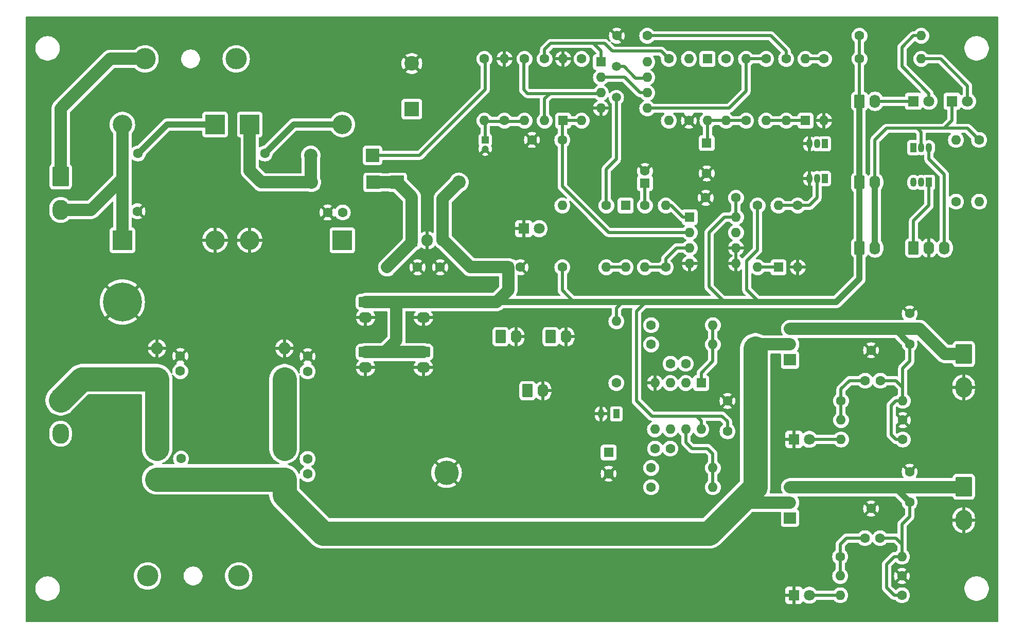
<source format=gbr>
G04 #@! TF.GenerationSoftware,KiCad,Pcbnew,8.0.5*
G04 #@! TF.CreationDate,2024-11-13T22:26:25+01:00*
G04 #@! TF.ProjectId,12V_6V3_Delay,3132565f-3656-4335-9f44-656c61792e6b,rev?*
G04 #@! TF.SameCoordinates,Original*
G04 #@! TF.FileFunction,Copper,L1,Top*
G04 #@! TF.FilePolarity,Positive*
%FSLAX46Y46*%
G04 Gerber Fmt 4.6, Leading zero omitted, Abs format (unit mm)*
G04 Created by KiCad (PCBNEW 8.0.5) date 2024-11-13 22:26:25*
%MOMM*%
%LPD*%
G01*
G04 APERTURE LIST*
G04 Aperture macros list*
%AMRoundRect*
0 Rectangle with rounded corners*
0 $1 Rounding radius*
0 $2 $3 $4 $5 $6 $7 $8 $9 X,Y pos of 4 corners*
0 Add a 4 corners polygon primitive as box body*
4,1,4,$2,$3,$4,$5,$6,$7,$8,$9,$2,$3,0*
0 Add four circle primitives for the rounded corners*
1,1,$1+$1,$2,$3*
1,1,$1+$1,$4,$5*
1,1,$1+$1,$6,$7*
1,1,$1+$1,$8,$9*
0 Add four rect primitives between the rounded corners*
20,1,$1+$1,$2,$3,$4,$5,0*
20,1,$1+$1,$4,$5,$6,$7,0*
20,1,$1+$1,$6,$7,$8,$9,0*
20,1,$1+$1,$8,$9,$2,$3,0*%
G04 Aperture macros list end*
G04 #@! TA.AperFunction,ComponentPad*
%ADD10C,3.500120*%
G04 #@! TD*
G04 #@! TA.AperFunction,ComponentPad*
%ADD11R,2.400000X2.400000*%
G04 #@! TD*
G04 #@! TA.AperFunction,ComponentPad*
%ADD12C,2.400000*%
G04 #@! TD*
G04 #@! TA.AperFunction,ComponentPad*
%ADD13C,1.600000*%
G04 #@! TD*
G04 #@! TA.AperFunction,ComponentPad*
%ADD14R,3.200000X3.200000*%
G04 #@! TD*
G04 #@! TA.AperFunction,ComponentPad*
%ADD15O,3.200000X3.200000*%
G04 #@! TD*
G04 #@! TA.AperFunction,ComponentPad*
%ADD16R,2.200000X2.200000*%
G04 #@! TD*
G04 #@! TA.AperFunction,ComponentPad*
%ADD17O,2.200000X2.200000*%
G04 #@! TD*
G04 #@! TA.AperFunction,ComponentPad*
%ADD18RoundRect,0.250001X-1.099999X-1.399999X1.099999X-1.399999X1.099999X1.399999X-1.099999X1.399999X0*%
G04 #@! TD*
G04 #@! TA.AperFunction,ComponentPad*
%ADD19O,2.700000X3.300000*%
G04 #@! TD*
G04 #@! TA.AperFunction,ComponentPad*
%ADD20O,1.600000X1.600000*%
G04 #@! TD*
G04 #@! TA.AperFunction,ComponentPad*
%ADD21R,2.000000X1.905000*%
G04 #@! TD*
G04 #@! TA.AperFunction,ComponentPad*
%ADD22O,2.000000X1.905000*%
G04 #@! TD*
G04 #@! TA.AperFunction,ComponentPad*
%ADD23R,1.600000X1.600000*%
G04 #@! TD*
G04 #@! TA.AperFunction,ComponentPad*
%ADD24R,1.800000X1.800000*%
G04 #@! TD*
G04 #@! TA.AperFunction,ComponentPad*
%ADD25C,1.800000*%
G04 #@! TD*
G04 #@! TA.AperFunction,ComponentPad*
%ADD26RoundRect,0.249999X-0.620001X-0.845001X0.620001X-0.845001X0.620001X0.845001X-0.620001X0.845001X0*%
G04 #@! TD*
G04 #@! TA.AperFunction,ComponentPad*
%ADD27O,1.740000X2.190000*%
G04 #@! TD*
G04 #@! TA.AperFunction,ComponentPad*
%ADD28R,1.050000X1.500000*%
G04 #@! TD*
G04 #@! TA.AperFunction,ComponentPad*
%ADD29O,1.050000X1.500000*%
G04 #@! TD*
G04 #@! TA.AperFunction,ComponentPad*
%ADD30R,2.000000X2.000000*%
G04 #@! TD*
G04 #@! TA.AperFunction,ComponentPad*
%ADD31O,2.000000X2.000000*%
G04 #@! TD*
G04 #@! TA.AperFunction,ComponentPad*
%ADD32R,1.905000X2.000000*%
G04 #@! TD*
G04 #@! TA.AperFunction,ComponentPad*
%ADD33O,1.905000X2.000000*%
G04 #@! TD*
G04 #@! TA.AperFunction,ComponentPad*
%ADD34RoundRect,0.249999X-0.845001X0.620001X-0.845001X-0.620001X0.845001X-0.620001X0.845001X0.620001X0*%
G04 #@! TD*
G04 #@! TA.AperFunction,ComponentPad*
%ADD35O,2.190000X1.740000*%
G04 #@! TD*
G04 #@! TA.AperFunction,ComponentPad*
%ADD36RoundRect,0.249999X-0.850001X0.620001X-0.850001X-0.620001X0.850001X-0.620001X0.850001X0.620001X0*%
G04 #@! TD*
G04 #@! TA.AperFunction,ComponentPad*
%ADD37O,2.200000X1.740000*%
G04 #@! TD*
G04 #@! TA.AperFunction,ComponentPad*
%ADD38RoundRect,0.250000X-0.620000X-0.845000X0.620000X-0.845000X0.620000X0.845000X-0.620000X0.845000X0*%
G04 #@! TD*
G04 #@! TA.AperFunction,ComponentPad*
%ADD39C,0.800000*%
G04 #@! TD*
G04 #@! TA.AperFunction,ComponentPad*
%ADD40C,6.400000*%
G04 #@! TD*
G04 #@! TA.AperFunction,ComponentPad*
%ADD41R,1.200000X1.200000*%
G04 #@! TD*
G04 #@! TA.AperFunction,ComponentPad*
%ADD42C,1.200000*%
G04 #@! TD*
G04 #@! TA.AperFunction,ComponentPad*
%ADD43R,4.000000X4.000000*%
G04 #@! TD*
G04 #@! TA.AperFunction,ComponentPad*
%ADD44C,4.000000*%
G04 #@! TD*
G04 #@! TA.AperFunction,ViaPad*
%ADD45C,1.500000*%
G04 #@! TD*
G04 #@! TA.AperFunction,Conductor*
%ADD46C,2.000000*%
G04 #@! TD*
G04 #@! TA.AperFunction,Conductor*
%ADD47C,1.000000*%
G04 #@! TD*
G04 #@! TA.AperFunction,Conductor*
%ADD48C,0.500000*%
G04 #@! TD*
G04 #@! TA.AperFunction,Conductor*
%ADD49C,4.000000*%
G04 #@! TD*
G04 APERTURE END LIST*
D10*
X89623900Y-130175000D03*
X74623900Y-130175000D03*
X74206100Y-45085000D03*
X89206100Y-45085000D03*
D11*
X118110000Y-53340000D03*
D12*
X118110000Y-45840000D03*
D13*
X106743500Y-70358000D03*
X104243500Y-70358000D03*
X72961500Y-70167500D03*
X70461500Y-70167500D03*
X93940000Y-60642500D03*
X91440000Y-60642500D03*
X73048500Y-60642500D03*
X70548500Y-60642500D03*
D14*
X106680000Y-74930000D03*
D15*
X91440000Y-74930000D03*
D16*
X111633000Y-60960000D03*
D17*
X101473000Y-60960000D03*
D16*
X111760000Y-65405000D03*
D17*
X101600000Y-65405000D03*
D18*
X60325000Y-64440000D03*
D19*
X60325000Y-69940000D03*
D18*
X60325000Y-101270000D03*
D19*
X60325000Y-106770000D03*
D13*
X188722000Y-101346000D03*
D20*
X198882000Y-101346000D03*
D13*
X198882000Y-104521000D03*
D20*
X188722000Y-104521000D03*
D13*
X188595000Y-127000000D03*
D20*
X198755000Y-127000000D03*
D21*
X180340000Y-94615000D03*
D22*
X180340000Y-92075000D03*
X180340000Y-89535000D03*
D21*
X180340000Y-120650000D03*
D22*
X180340000Y-118110000D03*
X180340000Y-115570000D03*
D13*
X142875000Y-79375000D03*
D20*
X142875000Y-69215000D03*
D13*
X170053000Y-101366000D03*
X170053000Y-106366000D03*
D23*
X193675000Y-89535000D03*
D13*
X193675000Y-93035000D03*
D14*
X91440000Y-55880000D03*
D15*
X106680000Y-55880000D03*
D13*
X198755000Y-130175000D03*
D20*
X188595000Y-130175000D03*
D13*
X146050000Y-45085000D03*
D20*
X146050000Y-55245000D03*
D13*
X130048000Y-45085000D03*
D20*
X130048000Y-55245000D03*
D13*
X133350000Y-55245000D03*
D20*
X133350000Y-45085000D03*
D13*
X136652000Y-45085000D03*
D20*
X136652000Y-55245000D03*
D13*
X139954000Y-45085000D03*
D20*
X139954000Y-55245000D03*
D13*
X160401000Y-45085000D03*
D20*
X160401000Y-55245000D03*
D13*
X163703000Y-55245000D03*
D20*
X163703000Y-45085000D03*
D13*
X150114000Y-69215000D03*
D20*
X150114000Y-79375000D03*
D13*
X169799000Y-45085000D03*
D20*
X169799000Y-55245000D03*
D24*
X136520000Y-73025000D03*
D25*
X139060000Y-73025000D03*
D13*
X156464000Y-69215000D03*
D20*
X156464000Y-79375000D03*
D23*
X193675000Y-115570000D03*
D13*
X193675000Y-119070000D03*
X192699000Y-98044000D03*
X195199000Y-98044000D03*
X192659000Y-123952000D03*
X195159000Y-123952000D03*
X200025000Y-86995000D03*
X200025000Y-91995000D03*
X142875000Y-58420000D03*
X137875000Y-58420000D03*
D23*
X156464000Y-65532000D03*
D13*
X156464000Y-63532000D03*
D23*
X166624000Y-58928000D03*
D13*
X166624000Y-63928000D03*
D24*
X180975000Y-133350000D03*
D25*
X183515000Y-133350000D03*
D23*
X153289000Y-69215000D03*
D20*
X153289000Y-79375000D03*
D23*
X166751000Y-45085000D03*
D20*
X166751000Y-55245000D03*
D23*
X178435000Y-79375000D03*
D20*
X178435000Y-69215000D03*
D23*
X182880000Y-55245000D03*
D20*
X182880000Y-45085000D03*
D24*
X207010000Y-52070000D03*
D25*
X209550000Y-52070000D03*
D24*
X200660000Y-52070000D03*
D25*
X203200000Y-52070000D03*
D18*
X208915000Y-115494000D03*
D19*
X208915000Y-120994000D03*
D18*
X208915000Y-93650000D03*
D19*
X208915000Y-99150000D03*
D26*
X191770000Y-76200000D03*
D27*
X194310000Y-76200000D03*
D26*
X191770000Y-52070000D03*
D27*
X194310000Y-52070000D03*
D28*
X186055000Y-64770000D03*
D29*
X184785000Y-64770000D03*
X183515000Y-64770000D03*
D28*
X186055000Y-59055000D03*
D29*
X184785000Y-59055000D03*
X183515000Y-59055000D03*
D13*
X173101000Y-55245000D03*
D20*
X173101000Y-45085000D03*
D13*
X159893000Y-79375000D03*
D20*
X159893000Y-69215000D03*
D13*
X176403000Y-45085000D03*
D20*
X176403000Y-55245000D03*
D13*
X175006000Y-69215000D03*
D20*
X175006000Y-79375000D03*
D13*
X179705000Y-45085000D03*
D20*
X179705000Y-55245000D03*
D13*
X185928000Y-45085000D03*
D20*
X185928000Y-55245000D03*
D13*
X191770000Y-45085000D03*
D20*
X201930000Y-45085000D03*
D13*
X191770000Y-41275000D03*
D20*
X201930000Y-41275000D03*
D23*
X163830000Y-71120000D03*
D20*
X163830000Y-73660000D03*
X163830000Y-76200000D03*
X163830000Y-78740000D03*
X171450000Y-78740000D03*
X171450000Y-76200000D03*
X171450000Y-73660000D03*
X171450000Y-71120000D03*
D14*
X70485000Y-74930000D03*
D15*
X85725000Y-74930000D03*
D14*
X85725000Y-55880000D03*
D15*
X70485000Y-55880000D03*
D30*
X76200000Y-114300000D03*
D31*
X76200000Y-109220000D03*
D30*
X76200000Y-97790000D03*
D31*
X76200000Y-92710000D03*
D30*
X97155000Y-114300000D03*
D31*
X97155000Y-109220000D03*
D30*
X97155000Y-97790000D03*
D31*
X97155000Y-92710000D03*
D13*
X80010000Y-93980000D03*
X80010000Y-96480000D03*
X100965000Y-96520000D03*
X100965000Y-94020000D03*
X100965000Y-110911000D03*
X100965000Y-113411000D03*
X80137000Y-113371000D03*
X80137000Y-110871000D03*
D28*
X151765000Y-103505000D03*
D29*
X149225000Y-103505000D03*
D13*
X151765000Y-98425000D03*
D20*
X151765000Y-88265000D03*
D23*
X143002000Y-55245000D03*
D20*
X143002000Y-45085000D03*
D13*
X171450000Y-67945000D03*
X166450000Y-67945000D03*
X157480000Y-92075000D03*
D20*
X167640000Y-92075000D03*
D13*
X158135000Y-109220000D03*
X160635000Y-109220000D03*
X157480000Y-115570000D03*
D20*
X167640000Y-115570000D03*
D13*
X160675000Y-95250000D03*
X163175000Y-95250000D03*
D23*
X133985000Y-79375000D03*
D13*
X135985000Y-79375000D03*
X127762000Y-79375000D03*
X122762000Y-79375000D03*
D32*
X118110000Y-74930000D03*
D33*
X120650000Y-74930000D03*
X123190000Y-74930000D03*
D16*
X115697000Y-65405000D03*
D17*
X125857000Y-65405000D03*
D13*
X114046000Y-79375000D03*
X119046000Y-79375000D03*
X156845000Y-41275000D03*
X151845000Y-41275000D03*
D23*
X149225000Y-45593000D03*
D20*
X149225000Y-48133000D03*
X149225000Y-50673000D03*
X149225000Y-53213000D03*
X156845000Y-53213000D03*
X156845000Y-50673000D03*
X156845000Y-48133000D03*
X156845000Y-45593000D03*
D13*
X157480000Y-88900000D03*
D20*
X167640000Y-88900000D03*
D34*
X120015000Y-93345000D03*
D35*
X120015000Y-95885000D03*
D34*
X120015000Y-85090000D03*
D35*
X120015000Y-87630000D03*
D36*
X110490000Y-93345000D03*
D37*
X110490000Y-95885000D03*
D36*
X110490000Y-85090000D03*
D37*
X110490000Y-87630000D03*
D13*
X157480000Y-112395000D03*
D20*
X167640000Y-112395000D03*
D23*
X165725000Y-98425000D03*
D20*
X163185000Y-98425000D03*
X160645000Y-98425000D03*
X158105000Y-98425000D03*
X158105000Y-106045000D03*
X160645000Y-106045000D03*
X163185000Y-106045000D03*
X165725000Y-106045000D03*
D13*
X198755000Y-133350000D03*
D20*
X188595000Y-133350000D03*
D38*
X140970000Y-90805000D03*
D27*
X143510000Y-90805000D03*
D39*
X68085000Y-85090000D03*
X68787944Y-83392944D03*
X68787944Y-86787056D03*
X70485000Y-82690000D03*
D40*
X70485000Y-85090000D03*
D39*
X70485000Y-87490000D03*
X72182056Y-83392944D03*
X72182056Y-86787056D03*
X72885000Y-85090000D03*
D38*
X132715000Y-90805000D03*
D27*
X135255000Y-90805000D03*
D28*
X200660000Y-59690000D03*
D29*
X201930000Y-59690000D03*
X203200000Y-59690000D03*
D28*
X203200000Y-65405000D03*
D29*
X201930000Y-65405000D03*
X200660000Y-65405000D03*
D13*
X211455000Y-58420000D03*
D20*
X211455000Y-68580000D03*
D13*
X207645000Y-68580000D03*
D20*
X207645000Y-58420000D03*
D38*
X200660000Y-76200000D03*
D27*
X203200000Y-76200000D03*
X205740000Y-76200000D03*
D26*
X191770000Y-65405000D03*
D27*
X194310000Y-65405000D03*
D41*
X130175000Y-58420000D03*
D42*
X130175000Y-59920000D03*
D23*
X150495000Y-109855000D03*
D13*
X150495000Y-113355000D03*
X200025000Y-113030000D03*
X200025000Y-118030000D03*
D38*
X137160000Y-99695000D03*
D27*
X139700000Y-99695000D03*
D43*
X123825000Y-123190000D03*
D44*
X123825000Y-113190000D03*
D13*
X181610000Y-69215000D03*
D20*
X181610000Y-79375000D03*
D13*
X198882000Y-107722000D03*
D20*
X188722000Y-107722000D03*
D24*
X180970000Y-107696000D03*
D25*
X183510000Y-107696000D03*
D45*
X104140000Y-84455000D03*
X171450000Y-133350000D03*
X197485000Y-62230000D03*
X123825000Y-132715000D03*
X210185000Y-83185000D03*
X210185000Y-75565000D03*
X127635000Y-89535000D03*
X139700000Y-39624000D03*
X176530000Y-58420000D03*
X88900000Y-65913000D03*
X163830000Y-92075000D03*
X96520000Y-127635000D03*
X85090000Y-84455000D03*
X204470000Y-47625000D03*
X184658000Y-111633000D03*
X97282000Y-62484000D03*
X99060000Y-49530000D03*
X111760000Y-74930000D03*
X163576000Y-47879000D03*
X184785000Y-123825000D03*
X160655000Y-50800000D03*
X123825000Y-60960000D03*
X94615000Y-84455000D03*
X196215000Y-45085000D03*
X156210000Y-76200000D03*
X130175000Y-98425000D03*
X79375000Y-119380000D03*
X86360000Y-109220000D03*
X212090000Y-52070000D03*
X62230000Y-84455000D03*
X163830000Y-115570000D03*
X86360000Y-95250000D03*
X78105000Y-65786000D03*
X176530000Y-64770000D03*
X133350000Y-48895000D03*
X162560000Y-67310000D03*
X147955000Y-64135000D03*
X105410000Y-98425000D03*
X107950000Y-41910000D03*
X123825000Y-127635000D03*
X129540000Y-70485000D03*
X154813000Y-104394000D03*
X146685000Y-74295000D03*
X211455000Y-63500000D03*
X65405000Y-57785000D03*
X127635000Y-81915000D03*
X61595000Y-123317000D03*
X183007000Y-104140000D03*
X105410000Y-106045000D03*
X151765000Y-93345000D03*
X139700000Y-48895000D03*
X197485000Y-54610000D03*
X171450000Y-125095000D03*
X173101000Y-39624000D03*
X201930000Y-96520000D03*
X193675000Y-104394000D03*
X186055000Y-94615000D03*
X173355000Y-88265000D03*
X100965000Y-132715000D03*
X153670000Y-117475000D03*
X156210000Y-133350000D03*
X193675000Y-110490000D03*
X163195000Y-101600000D03*
X179705000Y-49530000D03*
X140970000Y-106045000D03*
X197485000Y-83185000D03*
X186055000Y-74295000D03*
X151765000Y-46355000D03*
X151765000Y-51435000D03*
D46*
X68491100Y-45085000D02*
X74206100Y-45085000D01*
X60325000Y-53251100D02*
X68491100Y-45085000D01*
X60325000Y-64440000D02*
X60325000Y-53251100D01*
D47*
X93940000Y-60619000D02*
X98679000Y-55880000D01*
X98679000Y-55880000D02*
X106680000Y-55880000D01*
D48*
X167005000Y-73660000D02*
X167005000Y-82550000D01*
X165725000Y-104638000D02*
X165725000Y-106045000D01*
X157587000Y-103866000D02*
X164973000Y-103866000D01*
X175006000Y-69215000D02*
X175006000Y-76517500D01*
X151765000Y-88265000D02*
X151765000Y-86106000D01*
X171450000Y-71120000D02*
X169545000Y-71120000D01*
D47*
X149225000Y-85090000D02*
X152781000Y-85090000D01*
D48*
X179705000Y-43815000D02*
X179705000Y-45085000D01*
D47*
X191770000Y-64262000D02*
X191770000Y-53340000D01*
D48*
X164973000Y-103866000D02*
X164973000Y-103886000D01*
D46*
X132080000Y-85090000D02*
X133985000Y-83185000D01*
D48*
X164973000Y-103886000D02*
X165725000Y-104638000D01*
D47*
X187960000Y-85090000D02*
X191770000Y-81280000D01*
D46*
X123190000Y-74930000D02*
X123317000Y-74930000D01*
D48*
X173228000Y-78295500D02*
X173228000Y-83058000D01*
D46*
X120015000Y-85090000D02*
X132080000Y-85090000D01*
X110490000Y-93345000D02*
X113665000Y-93345000D01*
D48*
X167005000Y-82550000D02*
X169545000Y-85090000D01*
X169144000Y-103866000D02*
X170053000Y-104775000D01*
X173228000Y-83058000D02*
X175260000Y-85090000D01*
D46*
X133985000Y-79375000D02*
X133985000Y-83185000D01*
X127762000Y-79375000D02*
X133985000Y-79375000D01*
X123317000Y-74930000D02*
X127762000Y-79375000D01*
D47*
X144780000Y-85090000D02*
X149225000Y-85090000D01*
D48*
X175006000Y-76517500D02*
X173228000Y-78295500D01*
X164973000Y-103866000D02*
X169144000Y-103866000D01*
X151765000Y-86106000D02*
X152781000Y-85090000D01*
D47*
X169545000Y-85090000D02*
X175260000Y-85090000D01*
D46*
X110490000Y-85090000D02*
X115570000Y-85090000D01*
X115570000Y-91440000D02*
X113665000Y-93345000D01*
X123190000Y-68072000D02*
X125857000Y-65405000D01*
D47*
X156591000Y-85090000D02*
X161290000Y-85090000D01*
D48*
X177165000Y-41275000D02*
X179705000Y-43815000D01*
D46*
X113665000Y-93345000D02*
X120015000Y-93345000D01*
D48*
X156845000Y-41275000D02*
X177165000Y-41275000D01*
X191770000Y-53340000D02*
X191770000Y-41275000D01*
X169545000Y-71120000D02*
X167005000Y-73660000D01*
X142875000Y-79375000D02*
X142875000Y-83185000D01*
D47*
X144780000Y-85090000D02*
X132080000Y-85090000D01*
D46*
X115570000Y-85090000D02*
X120015000Y-85090000D01*
D48*
X155067000Y-86614000D02*
X156591000Y-85090000D01*
D47*
X191770000Y-81280000D02*
X191770000Y-64262000D01*
D48*
X157587000Y-103866000D02*
X155067000Y-101346000D01*
D46*
X115570000Y-85090000D02*
X115570000Y-91440000D01*
D48*
X171450000Y-67945000D02*
X171450000Y-71120000D01*
D47*
X152781000Y-85090000D02*
X156591000Y-85090000D01*
X161290000Y-85090000D02*
X169545000Y-85090000D01*
D48*
X155067000Y-101346000D02*
X155067000Y-86614000D01*
D47*
X175260000Y-85090000D02*
X187960000Y-85090000D01*
D48*
X170053000Y-104775000D02*
X170053000Y-106366000D01*
X142875000Y-83185000D02*
X144780000Y-85090000D01*
D46*
X123190000Y-68072000D02*
X123190000Y-74930000D01*
D48*
X165725000Y-98425000D02*
X165725000Y-96784000D01*
X167640000Y-94869000D02*
X167640000Y-92075000D01*
X167640000Y-88900000D02*
X167640000Y-92075000D01*
X165725000Y-96784000D02*
X167640000Y-94869000D01*
D46*
X70485000Y-64770000D02*
X70485000Y-74930000D01*
X70485000Y-64770000D02*
X65315000Y-69940000D01*
X65315000Y-69940000D02*
X60325000Y-69940000D01*
X70485000Y-55880000D02*
X70485000Y-64770000D01*
X91440000Y-63500000D02*
X91440000Y-55880000D01*
X101473000Y-60960000D02*
X101473000Y-65278000D01*
X101600000Y-65405000D02*
X93345000Y-65405000D01*
X93345000Y-65405000D02*
X91440000Y-63500000D01*
D47*
X77851000Y-55880000D02*
X73088500Y-60642500D01*
X85725000Y-55880000D02*
X77851000Y-55880000D01*
D46*
X101473000Y-65278000D02*
X101600000Y-65405000D01*
D49*
X172085000Y-118110000D02*
X173672500Y-116522500D01*
D46*
X180340000Y-118110000D02*
X172085000Y-118110000D01*
X180340000Y-92075000D02*
X175260000Y-92075000D01*
D49*
X103505000Y-123190000D02*
X167005000Y-123190000D01*
X174625000Y-115570000D02*
X174625000Y-92710000D01*
D46*
X175260000Y-92075000D02*
X174625000Y-92710000D01*
D49*
X167005000Y-123190000D02*
X172085000Y-118110000D01*
X97155000Y-116840000D02*
X103505000Y-123190000D01*
X173672500Y-116522500D02*
X174625000Y-115570000D01*
X97155000Y-114300000D02*
X97155000Y-116840000D01*
X76200000Y-114300000D02*
X97155000Y-114300000D01*
D46*
X111760000Y-65405000D02*
X115697000Y-65405000D01*
X118110000Y-74930000D02*
X118110000Y-75311000D01*
X118110000Y-67818000D02*
X118110000Y-74930000D01*
X118110000Y-75311000D02*
X114046000Y-79375000D01*
X118110000Y-67818000D02*
X115697000Y-65405000D01*
D48*
X142875000Y-58420000D02*
X142875000Y-55245000D01*
X142875000Y-66040000D02*
X142875000Y-58420000D01*
X142875000Y-55245000D02*
X146050000Y-55245000D01*
X153162000Y-48133000D02*
X155702000Y-50673000D01*
X149225000Y-48133000D02*
X153162000Y-48133000D01*
X150495000Y-73660000D02*
X142875000Y-66040000D01*
X163830000Y-73660000D02*
X150495000Y-73660000D01*
X155702000Y-50673000D02*
X156845000Y-50673000D01*
X130175000Y-55245000D02*
X130175000Y-58420000D01*
X130175000Y-55372000D02*
X136525000Y-55372000D01*
D49*
X97155000Y-109220000D02*
X97155000Y-97790000D01*
D48*
X119380000Y-60960000D02*
X111633000Y-60960000D01*
X130175000Y-45212000D02*
X130175000Y-50165000D01*
X130175000Y-50165000D02*
X119380000Y-60960000D01*
D49*
X76200000Y-97790000D02*
X63805000Y-97790000D01*
X76200000Y-97790000D02*
X76200000Y-109220000D01*
X63805000Y-97790000D02*
X60325000Y-101270000D01*
D48*
X188722000Y-99441000D02*
X188722000Y-101346000D01*
X188722000Y-104521000D02*
X188722000Y-101346000D01*
X190119000Y-98044000D02*
X188722000Y-99441000D01*
X192699000Y-98044000D02*
X190119000Y-98044000D01*
X192659000Y-123952000D02*
X189611000Y-123952000D01*
X188595000Y-124968000D02*
X188595000Y-127000000D01*
X188595000Y-130175000D02*
X188595000Y-127000000D01*
X189611000Y-123952000D02*
X188595000Y-124968000D01*
X200025000Y-94869000D02*
X200025000Y-91995000D01*
X197565000Y-89535000D02*
X196850000Y-89535000D01*
D47*
X200025000Y-91995000D02*
X197565000Y-89535000D01*
D46*
X208915000Y-93650000D02*
X205791000Y-93650000D01*
D48*
X198882000Y-99187000D02*
X198882000Y-96012000D01*
D46*
X205791000Y-93650000D02*
X201676000Y-89535000D01*
D48*
X197739000Y-101346000D02*
X196977000Y-102108000D01*
D46*
X180340000Y-89535000D02*
X196850000Y-89535000D01*
D48*
X195199000Y-98044000D02*
X197739000Y-98044000D01*
X197765000Y-107722000D02*
X198882000Y-107722000D01*
D46*
X196850000Y-89535000D02*
X201676000Y-89535000D01*
D48*
X197739000Y-98044000D02*
X198882000Y-99187000D01*
X198882000Y-96012000D02*
X200025000Y-94869000D01*
X198882000Y-101346000D02*
X197739000Y-101346000D01*
X196977000Y-106934000D02*
X197765000Y-107722000D01*
X198882000Y-99187000D02*
X198882000Y-99441000D01*
X198882000Y-99441000D02*
X198882000Y-101346000D01*
X196977000Y-102108000D02*
X196977000Y-106934000D01*
D46*
X196469000Y-115570000D02*
X201930000Y-115570000D01*
D48*
X200025000Y-120396000D02*
X200025000Y-118030000D01*
X195159000Y-123952000D02*
X197739000Y-123952000D01*
X197485000Y-127000000D02*
X198755000Y-127000000D01*
X200977500Y-115570000D02*
X201930000Y-115570000D01*
X198755000Y-121666000D02*
X200025000Y-120396000D01*
X198755000Y-133350000D02*
X197485000Y-133350000D01*
D46*
X201930000Y-115570000D02*
X208839000Y-115570000D01*
X180340000Y-115570000D02*
X196469000Y-115570000D01*
D47*
X200025000Y-118030000D02*
X197565000Y-115570000D01*
D48*
X196215000Y-132080000D02*
X196215000Y-128270000D01*
X197485000Y-133350000D02*
X196215000Y-132080000D01*
X197739000Y-123952000D02*
X198755000Y-124968000D01*
X198755000Y-127000000D02*
X198755000Y-124968000D01*
X197565000Y-115570000D02*
X196469000Y-115570000D01*
X198755000Y-124968000D02*
X198755000Y-121666000D01*
X196215000Y-128270000D02*
X197485000Y-127000000D01*
X156464000Y-69215000D02*
X156464000Y-65532000D01*
X150114000Y-79375000D02*
X153289000Y-79375000D01*
X166751000Y-55245000D02*
X173101000Y-55245000D01*
X166624000Y-58928000D02*
X166751000Y-58801000D01*
X166751000Y-58801000D02*
X166751000Y-55245000D01*
X183515000Y-133350000D02*
X188595000Y-133350000D01*
X167640000Y-112395000D02*
X167640000Y-110109000D01*
X164211000Y-109220000D02*
X163185000Y-108194000D01*
X166751000Y-109220000D02*
X164211000Y-109220000D01*
X167640000Y-115570000D02*
X167640000Y-112395000D01*
X163185000Y-108194000D02*
X163185000Y-106045000D01*
X162667000Y-106055000D02*
X162677000Y-106045000D01*
X167640000Y-110109000D02*
X166751000Y-109220000D01*
X182880000Y-55245000D02*
X176403000Y-55245000D01*
X156718000Y-48260000D02*
X156845000Y-48133000D01*
X150114000Y-69215000D02*
X150114000Y-63246000D01*
X151765000Y-46355000D02*
X153035000Y-46355000D01*
X151765000Y-61595000D02*
X151765000Y-51435000D01*
X150114000Y-63246000D02*
X151765000Y-61595000D01*
X154940000Y-48260000D02*
X156718000Y-48260000D01*
X153035000Y-46355000D02*
X154940000Y-48260000D01*
X205740000Y-64135000D02*
X203200000Y-61595000D01*
X205740000Y-76200000D02*
X205740000Y-64135000D01*
X203200000Y-61595000D02*
X203200000Y-59690000D01*
X203200000Y-69215000D02*
X203200000Y-65405000D01*
X200660000Y-71755000D02*
X203200000Y-69215000D01*
X200660000Y-76200000D02*
X200660000Y-71755000D01*
X160782000Y-69215000D02*
X162687000Y-71120000D01*
X159893000Y-69215000D02*
X160782000Y-69215000D01*
X162687000Y-71120000D02*
X163830000Y-71120000D01*
X175006000Y-79375000D02*
X178435000Y-79375000D01*
X183515000Y-69215000D02*
X184785000Y-67945000D01*
X178435000Y-69215000D02*
X181610000Y-69215000D01*
X181610000Y-69215000D02*
X183515000Y-69215000D01*
X184785000Y-67945000D02*
X184785000Y-64770000D01*
X139954000Y-43561000D02*
X140970000Y-42545000D01*
X149225000Y-45593000D02*
X149352000Y-45593000D01*
X159131000Y-43815000D02*
X160401000Y-45085000D01*
X140970000Y-42545000D02*
X147955000Y-42545000D01*
X151130000Y-43815000D02*
X149860000Y-42545000D01*
X139954000Y-45085000D02*
X139954000Y-43561000D01*
X151130000Y-43815000D02*
X159131000Y-43815000D01*
X147955000Y-42545000D02*
X149225000Y-43815000D01*
X149225000Y-43815000D02*
X149225000Y-45593000D01*
X149860000Y-42545000D02*
X147955000Y-42545000D01*
X182880000Y-45085000D02*
X185928000Y-45085000D01*
X196215000Y-56515000D02*
X201295000Y-56515000D01*
X205740000Y-56515000D02*
X209550000Y-56515000D01*
X207010000Y-55245000D02*
X207010000Y-52070000D01*
X194310000Y-65405000D02*
X194310000Y-58420000D01*
X201930000Y-57150000D02*
X201930000Y-59690000D01*
X201295000Y-56515000D02*
X201930000Y-57150000D01*
X209550000Y-56515000D02*
X211455000Y-58420000D01*
X194310000Y-58420000D02*
X196215000Y-56515000D01*
D47*
X194310000Y-75565000D02*
X194310000Y-65405000D01*
D48*
X201295000Y-56515000D02*
X205740000Y-56515000D01*
X205740000Y-56515000D02*
X207010000Y-55245000D01*
X205105000Y-45085000D02*
X209550000Y-49530000D01*
X209550000Y-49530000D02*
X209550000Y-52070000D01*
X201930000Y-45085000D02*
X205105000Y-45085000D01*
X194310000Y-52070000D02*
X200660000Y-52070000D01*
X203200000Y-52070000D02*
X203200000Y-50800000D01*
X198755000Y-46355000D02*
X198755000Y-43180000D01*
X198755000Y-43180000D02*
X200660000Y-41275000D01*
X200660000Y-41275000D02*
X201930000Y-41275000D01*
X203200000Y-50800000D02*
X198755000Y-46355000D01*
X183510000Y-107696000D02*
X188696000Y-107696000D01*
X188696000Y-107696000D02*
X188722000Y-107722000D01*
X137160000Y-50800000D02*
X136525000Y-50165000D01*
X136525000Y-45212000D02*
X136525000Y-50165000D01*
X140843000Y-50800000D02*
X137160000Y-50800000D01*
X139954000Y-51689000D02*
X140843000Y-50800000D01*
X139954000Y-55245000D02*
X139954000Y-51689000D01*
X149352000Y-50800000D02*
X140843000Y-50800000D01*
X159893000Y-79375000D02*
X159893000Y-77978000D01*
X161671000Y-76200000D02*
X163830000Y-76200000D01*
X159893000Y-77978000D02*
X161671000Y-76200000D01*
X156464000Y-79375000D02*
X159893000Y-79375000D01*
X170307000Y-53213000D02*
X173101000Y-50419000D01*
X173101000Y-50419000D02*
X173101000Y-45085000D01*
X156845000Y-53213000D02*
X170307000Y-53213000D01*
X173101000Y-45085000D02*
X176403000Y-45085000D01*
G04 #@! TA.AperFunction,Conductor*
G36*
X170390417Y-71890502D02*
G01*
X170425509Y-71924229D01*
X170449953Y-71959139D01*
X170449955Y-71959141D01*
X170449957Y-71959144D01*
X170610855Y-72120042D01*
X170610865Y-72120051D01*
X170797262Y-72250566D01*
X170797266Y-72250568D01*
X170851387Y-72275806D01*
X170904671Y-72322723D01*
X170924132Y-72391000D01*
X170903590Y-72458960D01*
X170851387Y-72504194D01*
X170797266Y-72529431D01*
X170797262Y-72529433D01*
X170610865Y-72659948D01*
X170610855Y-72659957D01*
X170449957Y-72820855D01*
X170449948Y-72820865D01*
X170319433Y-73007262D01*
X170223262Y-73213501D01*
X170223260Y-73213506D01*
X170164365Y-73433304D01*
X170144532Y-73660000D01*
X170164365Y-73886695D01*
X170223260Y-74106493D01*
X170223262Y-74106498D01*
X170319433Y-74312737D01*
X170449948Y-74499134D01*
X170449957Y-74499144D01*
X170610855Y-74660042D01*
X170610865Y-74660051D01*
X170797262Y-74790566D01*
X170842513Y-74811667D01*
X170895798Y-74858584D01*
X170915259Y-74926862D01*
X170894717Y-74994821D01*
X170842514Y-75040056D01*
X170793503Y-75062910D01*
X170606025Y-75194184D01*
X170606019Y-75194189D01*
X170444189Y-75356019D01*
X170444184Y-75356025D01*
X170312912Y-75543501D01*
X170216188Y-75750926D01*
X170216186Y-75750931D01*
X170163917Y-75946000D01*
X171138314Y-75946000D01*
X171129920Y-75954394D01*
X171077259Y-76045606D01*
X171050000Y-76147339D01*
X171050000Y-76252661D01*
X171077259Y-76354394D01*
X171129920Y-76445606D01*
X171138314Y-76454000D01*
X170163918Y-76454000D01*
X170216186Y-76649068D01*
X170216188Y-76649073D01*
X170312912Y-76856498D01*
X170444184Y-77043974D01*
X170444189Y-77043980D01*
X170606019Y-77205810D01*
X170606025Y-77205815D01*
X170793503Y-77337089D01*
X170833641Y-77355806D01*
X170886925Y-77402723D01*
X170906386Y-77471000D01*
X170885844Y-77538960D01*
X170833641Y-77584194D01*
X170793503Y-77602910D01*
X170606025Y-77734184D01*
X170606019Y-77734189D01*
X170444189Y-77896019D01*
X170444184Y-77896025D01*
X170312912Y-78083501D01*
X170216188Y-78290926D01*
X170216186Y-78290931D01*
X170163917Y-78486000D01*
X171138314Y-78486000D01*
X171129920Y-78494394D01*
X171077259Y-78585606D01*
X171050000Y-78687339D01*
X171050000Y-78792661D01*
X171077259Y-78894394D01*
X171129920Y-78985606D01*
X171138314Y-78994000D01*
X170163918Y-78994000D01*
X170216186Y-79189068D01*
X170216188Y-79189073D01*
X170312912Y-79396498D01*
X170444184Y-79583974D01*
X170444189Y-79583980D01*
X170606019Y-79745810D01*
X170606025Y-79745815D01*
X170793501Y-79877087D01*
X171000926Y-79973811D01*
X171000931Y-79973813D01*
X171196000Y-80026081D01*
X171196000Y-79051686D01*
X171204394Y-79060080D01*
X171295606Y-79112741D01*
X171397339Y-79140000D01*
X171502661Y-79140000D01*
X171604394Y-79112741D01*
X171695606Y-79060080D01*
X171704000Y-79051686D01*
X171704000Y-80026081D01*
X171899068Y-79973813D01*
X171899073Y-79973811D01*
X172106498Y-79877087D01*
X172279229Y-79756140D01*
X172346503Y-79733452D01*
X172415363Y-79750737D01*
X172463948Y-79802506D01*
X172477500Y-79859353D01*
X172477500Y-83131918D01*
X172506342Y-83276913D01*
X172562916Y-83413495D01*
X172595812Y-83462727D01*
X172595813Y-83462729D01*
X172643806Y-83534558D01*
X172645048Y-83536416D01*
X172983038Y-83874406D01*
X173017062Y-83936717D01*
X173011998Y-84007532D01*
X172969451Y-84064368D01*
X172902931Y-84089179D01*
X172893942Y-84089500D01*
X169658057Y-84089500D01*
X169589936Y-84069498D01*
X169568962Y-84052595D01*
X167792405Y-82276037D01*
X167758379Y-82213725D01*
X167755500Y-82186942D01*
X167755500Y-74023057D01*
X167775502Y-73954936D01*
X167792405Y-73933962D01*
X169818962Y-71907405D01*
X169881274Y-71873379D01*
X169908057Y-71870500D01*
X170322296Y-71870500D01*
X170390417Y-71890502D01*
G37*
G04 #@! TD.AperFunction*
G04 #@! TA.AperFunction,Conductor*
G36*
X171704000Y-78428314D02*
G01*
X171695606Y-78419920D01*
X171604394Y-78367259D01*
X171502661Y-78340000D01*
X171397339Y-78340000D01*
X171295606Y-78367259D01*
X171204394Y-78419920D01*
X171196000Y-78428314D01*
X171196000Y-76511686D01*
X171204394Y-76520080D01*
X171295606Y-76572741D01*
X171397339Y-76600000D01*
X171502661Y-76600000D01*
X171604394Y-76572741D01*
X171695606Y-76520080D01*
X171704000Y-76511686D01*
X171704000Y-78428314D01*
G37*
G04 #@! TD.AperFunction*
G04 #@! TA.AperFunction,Conductor*
G36*
X130219032Y-59620924D02*
G01*
X130219809Y-59621423D01*
X130217548Y-59620817D01*
X130219032Y-59620924D01*
G37*
G04 #@! TD.AperFunction*
G04 #@! TA.AperFunction,Conductor*
G36*
X130206113Y-59620000D02*
G01*
X130140634Y-59620000D01*
X130148217Y-59615859D01*
X130206113Y-59620000D01*
G37*
G04 #@! TD.AperFunction*
G04 #@! TA.AperFunction,Conductor*
G36*
X214552121Y-38120002D02*
G01*
X214598614Y-38173658D01*
X214610000Y-38226000D01*
X214610000Y-137669000D01*
X214589998Y-137737121D01*
X214536342Y-137783614D01*
X214484000Y-137795000D01*
X54736000Y-137795000D01*
X54667879Y-137774998D01*
X54621386Y-137721342D01*
X54610000Y-137669000D01*
X54610000Y-132113878D01*
X56179500Y-132113878D01*
X56179500Y-132376121D01*
X56213728Y-132636108D01*
X56213729Y-132636114D01*
X56213730Y-132636116D01*
X56281602Y-132889419D01*
X56381957Y-133131697D01*
X56381958Y-133131698D01*
X56381963Y-133131709D01*
X56513073Y-133358799D01*
X56513077Y-133358805D01*
X56672710Y-133566842D01*
X56672729Y-133566863D01*
X56858136Y-133752270D01*
X56858157Y-133752289D01*
X57066194Y-133911922D01*
X57066200Y-133911926D01*
X57293290Y-134043036D01*
X57293294Y-134043037D01*
X57293303Y-134043043D01*
X57535581Y-134143398D01*
X57788884Y-134211270D01*
X57788890Y-134211270D01*
X57788891Y-134211271D01*
X57803179Y-134213152D01*
X58048880Y-134245500D01*
X58048887Y-134245500D01*
X58311113Y-134245500D01*
X58311120Y-134245500D01*
X58571116Y-134211270D01*
X58824419Y-134143398D01*
X59066697Y-134043043D01*
X59293803Y-133911924D01*
X59501851Y-133752282D01*
X59687282Y-133566851D01*
X59846924Y-133358803D01*
X59978043Y-133131697D01*
X60078398Y-132889419D01*
X60146270Y-132636116D01*
X60180500Y-132376120D01*
X60180500Y-132113880D01*
X60146270Y-131853884D01*
X60078398Y-131600581D01*
X59978043Y-131358303D01*
X59978037Y-131358294D01*
X59978036Y-131358290D01*
X59846926Y-131131200D01*
X59846922Y-131131194D01*
X59687289Y-130923157D01*
X59687270Y-130923136D01*
X59501863Y-130737729D01*
X59501842Y-130737710D01*
X59293805Y-130578077D01*
X59293799Y-130578073D01*
X59066709Y-130446963D01*
X59066701Y-130446959D01*
X59066697Y-130446957D01*
X58824419Y-130346602D01*
X58571116Y-130278730D01*
X58571114Y-130278729D01*
X58571108Y-130278728D01*
X58311121Y-130244500D01*
X58311120Y-130244500D01*
X58048880Y-130244500D01*
X58048878Y-130244500D01*
X57788891Y-130278728D01*
X57535581Y-130346602D01*
X57293301Y-130446958D01*
X57293290Y-130446963D01*
X57066200Y-130578073D01*
X57066194Y-130578077D01*
X56858157Y-130737710D01*
X56858136Y-130737729D01*
X56672729Y-130923136D01*
X56672710Y-130923157D01*
X56513077Y-131131194D01*
X56513073Y-131131200D01*
X56381963Y-131358290D01*
X56381958Y-131358301D01*
X56281602Y-131600581D01*
X56213728Y-131853891D01*
X56179500Y-132113878D01*
X54610000Y-132113878D01*
X54610000Y-130174996D01*
X72368511Y-130174996D01*
X72368511Y-130175003D01*
X72387805Y-130469382D01*
X72387807Y-130469396D01*
X72418063Y-130621498D01*
X72441179Y-130737710D01*
X72445362Y-130758736D01*
X72445364Y-130758746D01*
X72540189Y-131038092D01*
X72540195Y-131038106D01*
X72670674Y-131302692D01*
X72834576Y-131547989D01*
X72834580Y-131547994D01*
X73029098Y-131769801D01*
X73250905Y-131964319D01*
X73250910Y-131964323D01*
X73370951Y-132044532D01*
X73496205Y-132128224D01*
X73760800Y-132258708D01*
X74040162Y-132353538D01*
X74329513Y-132411094D01*
X74497734Y-132422119D01*
X74623897Y-132430389D01*
X74623900Y-132430389D01*
X74623903Y-132430389D01*
X74734295Y-132423153D01*
X74918287Y-132411094D01*
X75207638Y-132353538D01*
X75487000Y-132258708D01*
X75751595Y-132128224D01*
X75996894Y-131964320D01*
X76218701Y-131769801D01*
X76413220Y-131547994D01*
X76577124Y-131302695D01*
X76707608Y-131038100D01*
X76802438Y-130758738D01*
X76859994Y-130469387D01*
X76874734Y-130244500D01*
X76879289Y-130175003D01*
X76879289Y-130174996D01*
X76871291Y-130052973D01*
X80573400Y-130052973D01*
X80573400Y-130297027D01*
X80597148Y-130446963D01*
X80611580Y-130538080D01*
X80683276Y-130758738D01*
X80686996Y-130770185D01*
X80797794Y-130987639D01*
X80941245Y-131185083D01*
X80941247Y-131185085D01*
X80941249Y-131185088D01*
X81113811Y-131357650D01*
X81113814Y-131357652D01*
X81113817Y-131357655D01*
X81311261Y-131501106D01*
X81528715Y-131611904D01*
X81760824Y-131687321D01*
X82001873Y-131725500D01*
X82001876Y-131725500D01*
X82245924Y-131725500D01*
X82245927Y-131725500D01*
X82486976Y-131687321D01*
X82719085Y-131611904D01*
X82936539Y-131501106D01*
X83133983Y-131357655D01*
X83306555Y-131185083D01*
X83450006Y-130987639D01*
X83560804Y-130770185D01*
X83636221Y-130538076D01*
X83674400Y-130297027D01*
X83674400Y-130174996D01*
X87368511Y-130174996D01*
X87368511Y-130175003D01*
X87387805Y-130469382D01*
X87387807Y-130469396D01*
X87418063Y-130621498D01*
X87441179Y-130737710D01*
X87445362Y-130758736D01*
X87445364Y-130758746D01*
X87540189Y-131038092D01*
X87540195Y-131038106D01*
X87670674Y-131302692D01*
X87834576Y-131547989D01*
X87834580Y-131547994D01*
X88029098Y-131769801D01*
X88250905Y-131964319D01*
X88250910Y-131964323D01*
X88370951Y-132044532D01*
X88496205Y-132128224D01*
X88760800Y-132258708D01*
X89040162Y-132353538D01*
X89329513Y-132411094D01*
X89497734Y-132422119D01*
X89623897Y-132430389D01*
X89623900Y-132430389D01*
X89623903Y-132430389D01*
X89734295Y-132423153D01*
X89918287Y-132411094D01*
X89967012Y-132401402D01*
X179567000Y-132401402D01*
X179567000Y-133096000D01*
X180602032Y-133096000D01*
X180555667Y-133176306D01*
X180525000Y-133290756D01*
X180525000Y-133409244D01*
X180555667Y-133523694D01*
X180602032Y-133604000D01*
X179567000Y-133604000D01*
X179567000Y-134298597D01*
X179573505Y-134359093D01*
X179624555Y-134495964D01*
X179624555Y-134495965D01*
X179712095Y-134612904D01*
X179829034Y-134700444D01*
X179965906Y-134751494D01*
X180026402Y-134757999D01*
X180026415Y-134758000D01*
X180721000Y-134758000D01*
X180721000Y-133722968D01*
X180801306Y-133769333D01*
X180915756Y-133800000D01*
X181034244Y-133800000D01*
X181148694Y-133769333D01*
X181229000Y-133722968D01*
X181229000Y-134758000D01*
X181923585Y-134758000D01*
X181923597Y-134757999D01*
X181984093Y-134751494D01*
X182120964Y-134700444D01*
X182120965Y-134700444D01*
X182237904Y-134612904D01*
X182325444Y-134495965D01*
X182352012Y-134424733D01*
X182394558Y-134367897D01*
X182461079Y-134343086D01*
X182530453Y-134358177D01*
X182559162Y-134380611D01*
X182559376Y-134380379D01*
X182562250Y-134383024D01*
X182562777Y-134383436D01*
X182563216Y-134383913D01*
X182687399Y-134480568D01*
X182746373Y-134526469D01*
X182746374Y-134526470D01*
X182950497Y-134636936D01*
X182950499Y-134636937D01*
X183065754Y-134676504D01*
X183170019Y-134712298D01*
X183398951Y-134750500D01*
X183398955Y-134750500D01*
X183631045Y-134750500D01*
X183631049Y-134750500D01*
X183859981Y-134712298D01*
X184079503Y-134636936D01*
X184283626Y-134526470D01*
X184466784Y-134383913D01*
X184623979Y-134213153D01*
X184660284Y-134157583D01*
X184714288Y-134111496D01*
X184765767Y-134100500D01*
X187467296Y-134100500D01*
X187535417Y-134120502D01*
X187570509Y-134154229D01*
X187594953Y-134189139D01*
X187594955Y-134189141D01*
X187594957Y-134189144D01*
X187755855Y-134350042D01*
X187755865Y-134350051D01*
X187942262Y-134480566D01*
X187942261Y-134480566D01*
X188015580Y-134514755D01*
X188148504Y-134576739D01*
X188368308Y-134635635D01*
X188595000Y-134655468D01*
X188821692Y-134635635D01*
X189041496Y-134576739D01*
X189247734Y-134480568D01*
X189247737Y-134480566D01*
X189434134Y-134350051D01*
X189434136Y-134350048D01*
X189434139Y-134350047D01*
X189595047Y-134189139D01*
X189619491Y-134154230D01*
X189725566Y-134002737D01*
X189725566Y-134002736D01*
X189725568Y-134002734D01*
X189821739Y-133796496D01*
X189880635Y-133576692D01*
X189900468Y-133350000D01*
X189880635Y-133123308D01*
X189821739Y-132903504D01*
X189725568Y-132697266D01*
X189725567Y-132697265D01*
X189725566Y-132697262D01*
X189595051Y-132510865D01*
X189595042Y-132510855D01*
X189434144Y-132349957D01*
X189434134Y-132349948D01*
X189247737Y-132219433D01*
X189247738Y-132219433D01*
X189041498Y-132123262D01*
X189041493Y-132123260D01*
X188821695Y-132064365D01*
X188595000Y-132044532D01*
X188368304Y-132064365D01*
X188148506Y-132123260D01*
X188148501Y-132123262D01*
X187942262Y-132219433D01*
X187755865Y-132349948D01*
X187755855Y-132349957D01*
X187594957Y-132510855D01*
X187594955Y-132510858D01*
X187594953Y-132510861D01*
X187575299Y-132538931D01*
X187570510Y-132545770D01*
X187515053Y-132590099D01*
X187467296Y-132599500D01*
X184765767Y-132599500D01*
X184697646Y-132579498D01*
X184660284Y-132542416D01*
X184623979Y-132486847D01*
X184466786Y-132316089D01*
X184466785Y-132316088D01*
X184466784Y-132316087D01*
X184283626Y-132173530D01*
X184283625Y-132173529D01*
X184079502Y-132063063D01*
X184079500Y-132063062D01*
X183859985Y-131987703D01*
X183859978Y-131987701D01*
X183762000Y-131971352D01*
X183631049Y-131949500D01*
X183398951Y-131949500D01*
X183284383Y-131968618D01*
X183170021Y-131987701D01*
X183170014Y-131987703D01*
X182950499Y-132063062D01*
X182950497Y-132063063D01*
X182746374Y-132173529D01*
X182746373Y-132173530D01*
X182563208Y-132316092D01*
X182562768Y-132316572D01*
X182562538Y-132316709D01*
X182559376Y-132319621D01*
X182558777Y-132318970D01*
X182501915Y-132353143D01*
X182430951Y-132351008D01*
X182372406Y-132310846D01*
X182352012Y-132275266D01*
X182325444Y-132204034D01*
X182237904Y-132087095D01*
X182120965Y-131999555D01*
X181984093Y-131948505D01*
X181923597Y-131942000D01*
X181229000Y-131942000D01*
X181229000Y-132977031D01*
X181148694Y-132930667D01*
X181034244Y-132900000D01*
X180915756Y-132900000D01*
X180801306Y-132930667D01*
X180721000Y-132977031D01*
X180721000Y-131942000D01*
X180026402Y-131942000D01*
X179965906Y-131948505D01*
X179829035Y-131999555D01*
X179829034Y-131999555D01*
X179712095Y-132087095D01*
X179624555Y-132204034D01*
X179624555Y-132204035D01*
X179573505Y-132340906D01*
X179567000Y-132401402D01*
X89967012Y-132401402D01*
X90207638Y-132353538D01*
X90487000Y-132258708D01*
X90751595Y-132128224D01*
X90996894Y-131964320D01*
X91218701Y-131769801D01*
X91413220Y-131547994D01*
X91577124Y-131302695D01*
X91707608Y-131038100D01*
X91802438Y-130758738D01*
X91859994Y-130469387D01*
X91874734Y-130244500D01*
X91879289Y-130175003D01*
X91879289Y-130174996D01*
X91859994Y-129880617D01*
X91859994Y-129880613D01*
X91802438Y-129591262D01*
X91707608Y-129311900D01*
X91661821Y-129219054D01*
X91577126Y-129047308D01*
X91413220Y-128802006D01*
X91413217Y-128802002D01*
X91218701Y-128580198D01*
X90996894Y-128385680D01*
X90996889Y-128385676D01*
X90751592Y-128221774D01*
X90487006Y-128091295D01*
X90487000Y-128091292D01*
X90486995Y-128091290D01*
X90486992Y-128091289D01*
X90207646Y-127996464D01*
X90207640Y-127996462D01*
X90207638Y-127996462D01*
X90110748Y-127977189D01*
X89918296Y-127938907D01*
X89918282Y-127938905D01*
X89623903Y-127919611D01*
X89623897Y-127919611D01*
X89329517Y-127938905D01*
X89329503Y-127938907D01*
X89088606Y-127986825D01*
X89040162Y-127996462D01*
X89040160Y-127996462D01*
X89040153Y-127996464D01*
X88760807Y-128091289D01*
X88760793Y-128091295D01*
X88496208Y-128221773D01*
X88250906Y-128385679D01*
X88250902Y-128385682D01*
X88029098Y-128580198D01*
X87834582Y-128802002D01*
X87834579Y-128802006D01*
X87670673Y-129047308D01*
X87540195Y-129311893D01*
X87540189Y-129311907D01*
X87445364Y-129591253D01*
X87445362Y-129591263D01*
X87387807Y-129880603D01*
X87387805Y-129880617D01*
X87368511Y-130174996D01*
X83674400Y-130174996D01*
X83674400Y-130052973D01*
X83636221Y-129811924D01*
X83560804Y-129579815D01*
X83450006Y-129362361D01*
X83306555Y-129164917D01*
X83306552Y-129164914D01*
X83306550Y-129164911D01*
X83133988Y-128992349D01*
X83133985Y-128992347D01*
X83133983Y-128992345D01*
X82982038Y-128881951D01*
X82936542Y-128848896D01*
X82936541Y-128848895D01*
X82936539Y-128848894D01*
X82719085Y-128738096D01*
X82719082Y-128738095D01*
X82719080Y-128738094D01*
X82486980Y-128662680D01*
X82486978Y-128662679D01*
X82486976Y-128662679D01*
X82245927Y-128624500D01*
X82001873Y-128624500D01*
X81760824Y-128662679D01*
X81760822Y-128662679D01*
X81760819Y-128662680D01*
X81528719Y-128738094D01*
X81528713Y-128738097D01*
X81311257Y-128848896D01*
X81113814Y-128992347D01*
X81113811Y-128992349D01*
X80941249Y-129164911D01*
X80941247Y-129164914D01*
X80797796Y-129362357D01*
X80686997Y-129579813D01*
X80686994Y-129579819D01*
X80611580Y-129811919D01*
X80611579Y-129811922D01*
X80611579Y-129811924D01*
X80573400Y-130052973D01*
X76871291Y-130052973D01*
X76859994Y-129880617D01*
X76859994Y-129880613D01*
X76802438Y-129591262D01*
X76707608Y-129311900D01*
X76661821Y-129219054D01*
X76577126Y-129047308D01*
X76413220Y-128802006D01*
X76413217Y-128802002D01*
X76218701Y-128580198D01*
X75996894Y-128385680D01*
X75996889Y-128385676D01*
X75751592Y-128221774D01*
X75487006Y-128091295D01*
X75487000Y-128091292D01*
X75486995Y-128091290D01*
X75486992Y-128091289D01*
X75207646Y-127996464D01*
X75207640Y-127996462D01*
X75207638Y-127996462D01*
X75110748Y-127977189D01*
X74918296Y-127938907D01*
X74918282Y-127938905D01*
X74623903Y-127919611D01*
X74623897Y-127919611D01*
X74329517Y-127938905D01*
X74329503Y-127938907D01*
X74088606Y-127986825D01*
X74040162Y-127996462D01*
X74040160Y-127996462D01*
X74040153Y-127996464D01*
X73760807Y-128091289D01*
X73760793Y-128091295D01*
X73496208Y-128221773D01*
X73250906Y-128385679D01*
X73250902Y-128385682D01*
X73029098Y-128580198D01*
X72834582Y-128802002D01*
X72834579Y-128802006D01*
X72670673Y-129047308D01*
X72540195Y-129311893D01*
X72540189Y-129311907D01*
X72445364Y-129591253D01*
X72445362Y-129591263D01*
X72387807Y-129880603D01*
X72387805Y-129880617D01*
X72368511Y-130174996D01*
X54610000Y-130174996D01*
X54610000Y-106348719D01*
X58474500Y-106348719D01*
X58474500Y-107191290D01*
X58506160Y-107431782D01*
X58568944Y-107666095D01*
X58568945Y-107666097D01*
X58568946Y-107666100D01*
X58661776Y-107890212D01*
X58661777Y-107890213D01*
X58661782Y-107890224D01*
X58783061Y-108100285D01*
X58783063Y-108100288D01*
X58783064Y-108100289D01*
X58930735Y-108292738D01*
X58930739Y-108292742D01*
X58930744Y-108292748D01*
X59102251Y-108464255D01*
X59102256Y-108464259D01*
X59102262Y-108464265D01*
X59293756Y-108611203D01*
X59294714Y-108611938D01*
X59504775Y-108733217D01*
X59504779Y-108733218D01*
X59504788Y-108733224D01*
X59728900Y-108826054D01*
X59963211Y-108888838D01*
X59963215Y-108888838D01*
X59963217Y-108888839D01*
X60025202Y-108896999D01*
X60203712Y-108920500D01*
X60203719Y-108920500D01*
X60446281Y-108920500D01*
X60446288Y-108920500D01*
X60663637Y-108891885D01*
X60686782Y-108888839D01*
X60686782Y-108888838D01*
X60686789Y-108888838D01*
X60921100Y-108826054D01*
X61145212Y-108733224D01*
X61355289Y-108611936D01*
X61547738Y-108464265D01*
X61719265Y-108292738D01*
X61866936Y-108100289D01*
X61988224Y-107890212D01*
X62081054Y-107666100D01*
X62143838Y-107431789D01*
X62175500Y-107191288D01*
X62175500Y-106348712D01*
X62147932Y-106139308D01*
X62143839Y-106108217D01*
X62143838Y-106108215D01*
X62143838Y-106108211D01*
X62081054Y-105873900D01*
X61988224Y-105649788D01*
X61988218Y-105649779D01*
X61988217Y-105649775D01*
X61866938Y-105439714D01*
X61830527Y-105392262D01*
X61719265Y-105247262D01*
X61719259Y-105247256D01*
X61719255Y-105247251D01*
X61547748Y-105075744D01*
X61547742Y-105075739D01*
X61547738Y-105075735D01*
X61355289Y-104928064D01*
X61355288Y-104928063D01*
X61355285Y-104928061D01*
X61145224Y-104806782D01*
X61145216Y-104806778D01*
X61145212Y-104806776D01*
X60921100Y-104713946D01*
X60921097Y-104713945D01*
X60921095Y-104713944D01*
X60686782Y-104651160D01*
X60446290Y-104619500D01*
X60446288Y-104619500D01*
X60203712Y-104619500D01*
X60203709Y-104619500D01*
X59963217Y-104651160D01*
X59728904Y-104713944D01*
X59728900Y-104713946D01*
X59659965Y-104742500D01*
X59504786Y-104806777D01*
X59504775Y-104806782D01*
X59294714Y-104928061D01*
X59102262Y-105075735D01*
X59102251Y-105075744D01*
X58930744Y-105247251D01*
X58930735Y-105247262D01*
X58783061Y-105439714D01*
X58661782Y-105649775D01*
X58661777Y-105649786D01*
X58661776Y-105649788D01*
X58618274Y-105754811D01*
X58568946Y-105873900D01*
X58568944Y-105873904D01*
X58506160Y-106108217D01*
X58474501Y-106348704D01*
X58474500Y-106348719D01*
X54610000Y-106348719D01*
X54610000Y-101129575D01*
X57824500Y-101129575D01*
X57824500Y-101410425D01*
X57855945Y-101689509D01*
X57918440Y-101963318D01*
X57918442Y-101963324D01*
X57918441Y-101963324D01*
X58011192Y-102228390D01*
X58011203Y-102228417D01*
X58133056Y-102481448D01*
X58282474Y-102719245D01*
X58457586Y-102938828D01*
X58581429Y-103062671D01*
X58599574Y-103085617D01*
X58632288Y-103138654D01*
X58632290Y-103138656D01*
X58632294Y-103138661D01*
X58756338Y-103262705D01*
X58756344Y-103262710D01*
X58756345Y-103262711D01*
X58905666Y-103354814D01*
X58970299Y-103376230D01*
X58997694Y-103389144D01*
X59068922Y-103433900D01*
X59113558Y-103461947D01*
X59366581Y-103583796D01*
X59366584Y-103583797D01*
X59366592Y-103583801D01*
X59366607Y-103583806D01*
X59366609Y-103583807D01*
X59631675Y-103676558D01*
X59631678Y-103676558D01*
X59631682Y-103676560D01*
X59834344Y-103722816D01*
X59905486Y-103739054D01*
X59905487Y-103739054D01*
X59905491Y-103739055D01*
X60127328Y-103764049D01*
X60184574Y-103770500D01*
X60184575Y-103770500D01*
X60465426Y-103770500D01*
X60512927Y-103765147D01*
X60744509Y-103739055D01*
X61018318Y-103676560D01*
X61283408Y-103583801D01*
X61536445Y-103461945D01*
X61652301Y-103389146D01*
X61679699Y-103376231D01*
X61744334Y-103354814D01*
X61893655Y-103262711D01*
X62017711Y-103138655D01*
X62050426Y-103085614D01*
X62068565Y-103062674D01*
X64803836Y-100327405D01*
X64866148Y-100293379D01*
X64892931Y-100290500D01*
X73573500Y-100290500D01*
X73641621Y-100310502D01*
X73688114Y-100364158D01*
X73699500Y-100416500D01*
X73699500Y-109360425D01*
X73730945Y-109639513D01*
X73744390Y-109698416D01*
X73793440Y-109913318D01*
X73793442Y-109913324D01*
X73793441Y-109913324D01*
X73886192Y-110178390D01*
X73886203Y-110178417D01*
X74008056Y-110431448D01*
X74157474Y-110669245D01*
X74332586Y-110888828D01*
X74531171Y-111087413D01*
X74750754Y-111262525D01*
X74988551Y-111411943D01*
X74988554Y-111411944D01*
X74988555Y-111411945D01*
X75241592Y-111533801D01*
X75241608Y-111533806D01*
X75241609Y-111533807D01*
X75506675Y-111626558D01*
X75506678Y-111626558D01*
X75506682Y-111626560D01*
X75553120Y-111637159D01*
X75615082Y-111671818D01*
X75648469Y-111734475D01*
X75642682Y-111805235D01*
X75599558Y-111861634D01*
X75553120Y-111882840D01*
X75543775Y-111884973D01*
X75506675Y-111893441D01*
X75241609Y-111986192D01*
X75241582Y-111986203D01*
X74988551Y-112108056D01*
X74750754Y-112257474D01*
X74531171Y-112432586D01*
X74332586Y-112631171D01*
X74157474Y-112850754D01*
X74008056Y-113088551D01*
X73886203Y-113341582D01*
X73886192Y-113341609D01*
X73793441Y-113606675D01*
X73730945Y-113880486D01*
X73699500Y-114159574D01*
X73699500Y-114440425D01*
X73730945Y-114719513D01*
X73767911Y-114881469D01*
X73793440Y-114993318D01*
X73793442Y-114993324D01*
X73793441Y-114993324D01*
X73886192Y-115258390D01*
X73886203Y-115258417D01*
X74008056Y-115511448D01*
X74157474Y-115749245D01*
X74332586Y-115968828D01*
X74531171Y-116167413D01*
X74750754Y-116342525D01*
X74988551Y-116491943D01*
X74988554Y-116491944D01*
X74988555Y-116491945D01*
X75241592Y-116613801D01*
X75241608Y-116613806D01*
X75241609Y-116613807D01*
X75506675Y-116706558D01*
X75506678Y-116706558D01*
X75506682Y-116706560D01*
X75709344Y-116752816D01*
X75780486Y-116769054D01*
X75780487Y-116769054D01*
X75780491Y-116769055D01*
X76002328Y-116794049D01*
X76059574Y-116800500D01*
X76059575Y-116800500D01*
X94528500Y-116800500D01*
X94596621Y-116820502D01*
X94643114Y-116874158D01*
X94654500Y-116926500D01*
X94654500Y-116980425D01*
X94685945Y-117259513D01*
X94712822Y-117377266D01*
X94748440Y-117533318D01*
X94748442Y-117533324D01*
X94748441Y-117533324D01*
X94841192Y-117798390D01*
X94841203Y-117798417D01*
X94963056Y-118051448D01*
X95112474Y-118289245D01*
X95287586Y-118508828D01*
X101836171Y-125057413D01*
X102055754Y-125232525D01*
X102293551Y-125381943D01*
X102293554Y-125381944D01*
X102293555Y-125381945D01*
X102546592Y-125503801D01*
X102546608Y-125503806D01*
X102546609Y-125503807D01*
X102811675Y-125596558D01*
X102811678Y-125596558D01*
X102811682Y-125596560D01*
X103014344Y-125642816D01*
X103085486Y-125659054D01*
X103085487Y-125659054D01*
X103085491Y-125659055D01*
X103307328Y-125684049D01*
X103364574Y-125690500D01*
X103364575Y-125690500D01*
X167145426Y-125690500D01*
X167192927Y-125685147D01*
X167424509Y-125659055D01*
X167698318Y-125596560D01*
X167963408Y-125503801D01*
X168216445Y-125381945D01*
X168405845Y-125262937D01*
X168454245Y-125232525D01*
X168454248Y-125232523D01*
X168673825Y-125057416D01*
X173952416Y-119778825D01*
X174083836Y-119647405D01*
X174146148Y-119613379D01*
X174172931Y-119610500D01*
X178713500Y-119610500D01*
X178781621Y-119630502D01*
X178828114Y-119684158D01*
X178839500Y-119736500D01*
X178839500Y-121650364D01*
X178839502Y-121650385D01*
X178845908Y-121709980D01*
X178845908Y-121709981D01*
X178896201Y-121844826D01*
X178896203Y-121844829D01*
X178982453Y-121960046D01*
X179040061Y-122003171D01*
X179097669Y-122046296D01*
X179097671Y-122046296D01*
X179097673Y-122046298D01*
X179158030Y-122068809D01*
X179232514Y-122096590D01*
X179232517Y-122096591D01*
X179292127Y-122103000D01*
X181387872Y-122102999D01*
X181447483Y-122096591D01*
X181582331Y-122046296D01*
X181697546Y-121960046D01*
X181783796Y-121844831D01*
X181834091Y-121709983D01*
X181840500Y-121650373D01*
X181840499Y-119649628D01*
X181834091Y-119590017D01*
X181789328Y-119470000D01*
X181783798Y-119455173D01*
X181783796Y-119455170D01*
X181783796Y-119455169D01*
X181735070Y-119390080D01*
X181697546Y-119339953D01*
X181620591Y-119282345D01*
X181582331Y-119253704D01*
X181582329Y-119253703D01*
X181582325Y-119253701D01*
X181565746Y-119247517D01*
X181508911Y-119204970D01*
X181484101Y-119138449D01*
X181498992Y-119070000D01*
X192362004Y-119070000D01*
X192381951Y-119298002D01*
X192441186Y-119519068D01*
X192441188Y-119519073D01*
X192537913Y-119726501D01*
X192587899Y-119797888D01*
X193275000Y-119110788D01*
X193275000Y-119122661D01*
X193302259Y-119224394D01*
X193354920Y-119315606D01*
X193429394Y-119390080D01*
X193520606Y-119442741D01*
X193622339Y-119470000D01*
X193634210Y-119470000D01*
X192947110Y-120157098D01*
X192947110Y-120157100D01*
X193018498Y-120207086D01*
X193225926Y-120303811D01*
X193225931Y-120303813D01*
X193446999Y-120363048D01*
X193446995Y-120363048D01*
X193675000Y-120382995D01*
X193903002Y-120363048D01*
X194124068Y-120303813D01*
X194124073Y-120303811D01*
X194331497Y-120207088D01*
X194402888Y-120157099D01*
X194402888Y-120157097D01*
X193715791Y-119470000D01*
X193727661Y-119470000D01*
X193829394Y-119442741D01*
X193920606Y-119390080D01*
X193995080Y-119315606D01*
X194047741Y-119224394D01*
X194075000Y-119122661D01*
X194075000Y-119110791D01*
X194762097Y-119797888D01*
X194762099Y-119797888D01*
X194812088Y-119726497D01*
X194908811Y-119519073D01*
X194908813Y-119519068D01*
X194968048Y-119298002D01*
X194987995Y-119070000D01*
X194968048Y-118841997D01*
X194908813Y-118620931D01*
X194908811Y-118620926D01*
X194812086Y-118413498D01*
X194762100Y-118342110D01*
X194762098Y-118342110D01*
X194075000Y-119029208D01*
X194075000Y-119017339D01*
X194047741Y-118915606D01*
X193995080Y-118824394D01*
X193920606Y-118749920D01*
X193829394Y-118697259D01*
X193727661Y-118670000D01*
X193715790Y-118670000D01*
X194402888Y-117982899D01*
X194402888Y-117982898D01*
X194331501Y-117932913D01*
X194124073Y-117836188D01*
X194124068Y-117836186D01*
X193903000Y-117776951D01*
X193903004Y-117776951D01*
X193675000Y-117757004D01*
X193446997Y-117776951D01*
X193225931Y-117836186D01*
X193225926Y-117836188D01*
X193018500Y-117932913D01*
X192947109Y-117982900D01*
X193634209Y-118670000D01*
X193622339Y-118670000D01*
X193520606Y-118697259D01*
X193429394Y-118749920D01*
X193354920Y-118824394D01*
X193302259Y-118915606D01*
X193275000Y-119017339D01*
X193275000Y-119029209D01*
X192587900Y-118342109D01*
X192537913Y-118413500D01*
X192441188Y-118620926D01*
X192441186Y-118620931D01*
X192381951Y-118841997D01*
X192362004Y-119070000D01*
X181498992Y-119070000D01*
X181499193Y-119069075D01*
X181507835Y-119055414D01*
X181623343Y-118896433D01*
X181730568Y-118685992D01*
X181803553Y-118461368D01*
X181840500Y-118228092D01*
X181840500Y-117991908D01*
X181803553Y-117758632D01*
X181730568Y-117534008D01*
X181623343Y-117323567D01*
X181584832Y-117270561D01*
X181560973Y-117203693D01*
X181577054Y-117134542D01*
X181627968Y-117085062D01*
X181686768Y-117070500D01*
X196350908Y-117070500D01*
X197598390Y-117070500D01*
X197666511Y-117090502D01*
X197687485Y-117107405D01*
X198697597Y-118117518D01*
X198731623Y-118179830D01*
X198734022Y-118195631D01*
X198739363Y-118256682D01*
X198739364Y-118256688D01*
X198798260Y-118476494D01*
X198798262Y-118476498D01*
X198894433Y-118682737D01*
X199024948Y-118869134D01*
X199024957Y-118869144D01*
X199185855Y-119030042D01*
X199185858Y-119030044D01*
X199185861Y-119030047D01*
X199220770Y-119054490D01*
X199265099Y-119109947D01*
X199274500Y-119157704D01*
X199274500Y-120032941D01*
X199254498Y-120101062D01*
X199237595Y-120122036D01*
X198172054Y-121187576D01*
X198172049Y-121187583D01*
X198122812Y-121261269D01*
X198122813Y-121261270D01*
X198089916Y-121310504D01*
X198033343Y-121447083D01*
X198033342Y-121447086D01*
X198004500Y-121592083D01*
X198004500Y-123086077D01*
X197984498Y-123154198D01*
X197930842Y-123200691D01*
X197860568Y-123210795D01*
X197853926Y-123209657D01*
X197812918Y-123201500D01*
X196286704Y-123201500D01*
X196218583Y-123181498D01*
X196183490Y-123147770D01*
X196174262Y-123134591D01*
X196159047Y-123112861D01*
X196159044Y-123112858D01*
X196159042Y-123112855D01*
X195998144Y-122951957D01*
X195998134Y-122951948D01*
X195811737Y-122821433D01*
X195811738Y-122821433D01*
X195605498Y-122725262D01*
X195605493Y-122725260D01*
X195385695Y-122666365D01*
X195159000Y-122646532D01*
X194932304Y-122666365D01*
X194712506Y-122725260D01*
X194712501Y-122725262D01*
X194506262Y-122821433D01*
X194319865Y-122951948D01*
X194319855Y-122951957D01*
X194158957Y-123112855D01*
X194158948Y-123112865D01*
X194028433Y-123299262D01*
X194028433Y-123299263D01*
X194023194Y-123310498D01*
X193976276Y-123363782D01*
X193907998Y-123383242D01*
X193840039Y-123362699D01*
X193794806Y-123310498D01*
X193792720Y-123306025D01*
X193789568Y-123299266D01*
X193789566Y-123299263D01*
X193789566Y-123299262D01*
X193659051Y-123112865D01*
X193659042Y-123112855D01*
X193498144Y-122951957D01*
X193498134Y-122951948D01*
X193311737Y-122821433D01*
X193311738Y-122821433D01*
X193105498Y-122725262D01*
X193105493Y-122725260D01*
X192885695Y-122666365D01*
X192659000Y-122646532D01*
X192432304Y-122666365D01*
X192212506Y-122725260D01*
X192212501Y-122725262D01*
X192006262Y-122821433D01*
X191819865Y-122951948D01*
X191819855Y-122951957D01*
X191658957Y-123112855D01*
X191658955Y-123112858D01*
X191634510Y-123147770D01*
X191579053Y-123192099D01*
X191531296Y-123201500D01*
X189537082Y-123201500D01*
X189496080Y-123209656D01*
X189392086Y-123230342D01*
X189392083Y-123230343D01*
X189255506Y-123286915D01*
X189223813Y-123308092D01*
X189132583Y-123369048D01*
X189132579Y-123369051D01*
X188012054Y-124489576D01*
X188012049Y-124489583D01*
X187962812Y-124563269D01*
X187962813Y-124563270D01*
X187929916Y-124612504D01*
X187873343Y-124749083D01*
X187873342Y-124749086D01*
X187844500Y-124894083D01*
X187844500Y-125872295D01*
X187824498Y-125940416D01*
X187790772Y-125975507D01*
X187755862Y-125999951D01*
X187755856Y-125999956D01*
X187594957Y-126160855D01*
X187594948Y-126160865D01*
X187464433Y-126347262D01*
X187368262Y-126553501D01*
X187368260Y-126553506D01*
X187309365Y-126773304D01*
X187289532Y-127000000D01*
X187309365Y-127226695D01*
X187368260Y-127446493D01*
X187368262Y-127446498D01*
X187464433Y-127652737D01*
X187594948Y-127839134D01*
X187594957Y-127839144D01*
X187755855Y-128000042D01*
X187755858Y-128000044D01*
X187755861Y-128000047D01*
X187790770Y-128024490D01*
X187835099Y-128079947D01*
X187844500Y-128127704D01*
X187844500Y-129047295D01*
X187824498Y-129115416D01*
X187790772Y-129150507D01*
X187755862Y-129174951D01*
X187755856Y-129174956D01*
X187594957Y-129335855D01*
X187594948Y-129335865D01*
X187464433Y-129522262D01*
X187368262Y-129728501D01*
X187368260Y-129728506D01*
X187309365Y-129948304D01*
X187289532Y-130175000D01*
X187309365Y-130401695D01*
X187368260Y-130621493D01*
X187368262Y-130621498D01*
X187464433Y-130827737D01*
X187594948Y-131014134D01*
X187594957Y-131014144D01*
X187755855Y-131175042D01*
X187755865Y-131175051D01*
X187942262Y-131305566D01*
X187942261Y-131305566D01*
X187956248Y-131312088D01*
X188148504Y-131401739D01*
X188368308Y-131460635D01*
X188595000Y-131480468D01*
X188821692Y-131460635D01*
X189041496Y-131401739D01*
X189247734Y-131305568D01*
X189251837Y-131302695D01*
X189434134Y-131175051D01*
X189434136Y-131175048D01*
X189434139Y-131175047D01*
X189595047Y-131014139D01*
X189613601Y-130987642D01*
X189725566Y-130827737D01*
X189725566Y-130827736D01*
X189725568Y-130827734D01*
X189821739Y-130621496D01*
X189880635Y-130401692D01*
X189900468Y-130175000D01*
X189880635Y-129948308D01*
X189821739Y-129728504D01*
X189725568Y-129522266D01*
X189725567Y-129522265D01*
X189725566Y-129522262D01*
X189595051Y-129335865D01*
X189595042Y-129335855D01*
X189434143Y-129174956D01*
X189434137Y-129174951D01*
X189399228Y-129150507D01*
X189354900Y-129095050D01*
X189345500Y-129047295D01*
X189345500Y-128127704D01*
X189365502Y-128059583D01*
X189399230Y-128024490D01*
X189434139Y-128000047D01*
X189595047Y-127839139D01*
X189614703Y-127811068D01*
X189725566Y-127652737D01*
X189725566Y-127652736D01*
X189725568Y-127652734D01*
X189821739Y-127446496D01*
X189880635Y-127226692D01*
X189900468Y-127000000D01*
X189880635Y-126773308D01*
X189821739Y-126553504D01*
X189725568Y-126347266D01*
X189725567Y-126347265D01*
X189725566Y-126347262D01*
X189595051Y-126160865D01*
X189595042Y-126160855D01*
X189434143Y-125999956D01*
X189434137Y-125999951D01*
X189399228Y-125975507D01*
X189354900Y-125920050D01*
X189345500Y-125872295D01*
X189345500Y-125331058D01*
X189365502Y-125262937D01*
X189382405Y-125241963D01*
X189884963Y-124739405D01*
X189947275Y-124705379D01*
X189974058Y-124702500D01*
X191531296Y-124702500D01*
X191599417Y-124722502D01*
X191634509Y-124756229D01*
X191658953Y-124791139D01*
X191658955Y-124791141D01*
X191658957Y-124791144D01*
X191819855Y-124952042D01*
X191819865Y-124952051D01*
X192006262Y-125082566D01*
X192006261Y-125082566D01*
X192079580Y-125116755D01*
X192212504Y-125178739D01*
X192432308Y-125237635D01*
X192659000Y-125257468D01*
X192885692Y-125237635D01*
X193105496Y-125178739D01*
X193311734Y-125082568D01*
X193347655Y-125057416D01*
X193498134Y-124952051D01*
X193498136Y-124952048D01*
X193498139Y-124952047D01*
X193659047Y-124791139D01*
X193683491Y-124756230D01*
X193789566Y-124604737D01*
X193789568Y-124604734D01*
X193794805Y-124593504D01*
X193841722Y-124540218D01*
X193909999Y-124520757D01*
X193977959Y-124541298D01*
X194023195Y-124593504D01*
X194028431Y-124604734D01*
X194028433Y-124604737D01*
X194158948Y-124791134D01*
X194158957Y-124791144D01*
X194319855Y-124952042D01*
X194319865Y-124952051D01*
X194506262Y-125082566D01*
X194506261Y-125082566D01*
X194579580Y-125116755D01*
X194712504Y-125178739D01*
X194932308Y-125237635D01*
X195159000Y-125257468D01*
X195385692Y-125237635D01*
X195605496Y-125178739D01*
X195811734Y-125082568D01*
X195847655Y-125057416D01*
X195998134Y-124952051D01*
X195998136Y-124952048D01*
X195998139Y-124952047D01*
X196159047Y-124791139D01*
X196183490Y-124756229D01*
X196238947Y-124711901D01*
X196286704Y-124702500D01*
X197375942Y-124702500D01*
X197444063Y-124722502D01*
X197465037Y-124739405D01*
X197967595Y-125241963D01*
X198001621Y-125304275D01*
X198004500Y-125331058D01*
X198004500Y-125872295D01*
X197984498Y-125940416D01*
X197950772Y-125975507D01*
X197915862Y-125999951D01*
X197915856Y-125999956D01*
X197754957Y-126160855D01*
X197754955Y-126160858D01*
X197730510Y-126195770D01*
X197675053Y-126240099D01*
X197627296Y-126249500D01*
X197558917Y-126249500D01*
X197411082Y-126249500D01*
X197338584Y-126263921D01*
X197266086Y-126278342D01*
X197266083Y-126278343D01*
X197129504Y-126334916D01*
X197006588Y-126417046D01*
X197006581Y-126417051D01*
X195632052Y-127791579D01*
X195632047Y-127791585D01*
X195582812Y-127865269D01*
X195582813Y-127865270D01*
X195549916Y-127914504D01*
X195493343Y-128051083D01*
X195493342Y-128051086D01*
X195485344Y-128091295D01*
X195464500Y-128196082D01*
X195464500Y-132153918D01*
X195474469Y-132204034D01*
X195493342Y-132298913D01*
X195493343Y-132298916D01*
X195549917Y-132435497D01*
X195559274Y-132449501D01*
X195559275Y-132449502D01*
X195621357Y-132542416D01*
X195632048Y-132558416D01*
X197006584Y-133932951D01*
X197129505Y-134015084D01*
X197266087Y-134071658D01*
X197411082Y-134100500D01*
X197558917Y-134100500D01*
X197627296Y-134100500D01*
X197695417Y-134120502D01*
X197730509Y-134154229D01*
X197754953Y-134189139D01*
X197754955Y-134189141D01*
X197754957Y-134189144D01*
X197915855Y-134350042D01*
X197915865Y-134350051D01*
X198102262Y-134480566D01*
X198102261Y-134480566D01*
X198175580Y-134514755D01*
X198308504Y-134576739D01*
X198528308Y-134635635D01*
X198755000Y-134655468D01*
X198981692Y-134635635D01*
X199201496Y-134576739D01*
X199407734Y-134480568D01*
X199407737Y-134480566D01*
X199594134Y-134350051D01*
X199594136Y-134350048D01*
X199594139Y-134350047D01*
X199755047Y-134189139D01*
X199779491Y-134154230D01*
X199885566Y-134002737D01*
X199885566Y-134002736D01*
X199885568Y-134002734D01*
X199981739Y-133796496D01*
X200040635Y-133576692D01*
X200060468Y-133350000D01*
X200040635Y-133123308D01*
X199981739Y-132903504D01*
X199885568Y-132697266D01*
X199885567Y-132697265D01*
X199885566Y-132697262D01*
X199755051Y-132510865D01*
X199755042Y-132510855D01*
X199594144Y-132349957D01*
X199594134Y-132349948D01*
X199407737Y-132219433D01*
X199407738Y-132219433D01*
X199201498Y-132123262D01*
X199201493Y-132123260D01*
X199166479Y-132113878D01*
X209039500Y-132113878D01*
X209039500Y-132376121D01*
X209073728Y-132636108D01*
X209073729Y-132636114D01*
X209073730Y-132636116D01*
X209141602Y-132889419D01*
X209241957Y-133131697D01*
X209241958Y-133131698D01*
X209241963Y-133131709D01*
X209373073Y-133358799D01*
X209373077Y-133358805D01*
X209532710Y-133566842D01*
X209532729Y-133566863D01*
X209718136Y-133752270D01*
X209718157Y-133752289D01*
X209926194Y-133911922D01*
X209926200Y-133911926D01*
X210153290Y-134043036D01*
X210153294Y-134043037D01*
X210153303Y-134043043D01*
X210395581Y-134143398D01*
X210648884Y-134211270D01*
X210648890Y-134211270D01*
X210648891Y-134211271D01*
X210663179Y-134213152D01*
X210908880Y-134245500D01*
X210908887Y-134245500D01*
X211171113Y-134245500D01*
X211171120Y-134245500D01*
X211431116Y-134211270D01*
X211684419Y-134143398D01*
X211926697Y-134043043D01*
X212153803Y-133911924D01*
X212361851Y-133752282D01*
X212547282Y-133566851D01*
X212706924Y-133358803D01*
X212838043Y-133131697D01*
X212938398Y-132889419D01*
X213006270Y-132636116D01*
X213040500Y-132376120D01*
X213040500Y-132113880D01*
X213006270Y-131853884D01*
X212938398Y-131600581D01*
X212838043Y-131358303D01*
X212838037Y-131358294D01*
X212838036Y-131358290D01*
X212706926Y-131131200D01*
X212706922Y-131131194D01*
X212547289Y-130923157D01*
X212547270Y-130923136D01*
X212361863Y-130737729D01*
X212361842Y-130737710D01*
X212153805Y-130578077D01*
X212153799Y-130578073D01*
X211926709Y-130446963D01*
X211926701Y-130446959D01*
X211926697Y-130446957D01*
X211684419Y-130346602D01*
X211431116Y-130278730D01*
X211431114Y-130278729D01*
X211431108Y-130278728D01*
X211171121Y-130244500D01*
X211171120Y-130244500D01*
X210908880Y-130244500D01*
X210908878Y-130244500D01*
X210648891Y-130278728D01*
X210395581Y-130346602D01*
X210153301Y-130446958D01*
X210153290Y-130446963D01*
X209926200Y-130578073D01*
X209926194Y-130578077D01*
X209718157Y-130737710D01*
X209718136Y-130737729D01*
X209532729Y-130923136D01*
X209532710Y-130923157D01*
X209373077Y-131131194D01*
X209373073Y-131131200D01*
X209241963Y-131358290D01*
X209241958Y-131358301D01*
X209141602Y-131600581D01*
X209073728Y-131853891D01*
X209039500Y-132113878D01*
X199166479Y-132113878D01*
X198981695Y-132064365D01*
X198755000Y-132044532D01*
X198528304Y-132064365D01*
X198308506Y-132123260D01*
X198308501Y-132123262D01*
X198102262Y-132219433D01*
X197915865Y-132349948D01*
X197820185Y-132445628D01*
X197757873Y-132479653D01*
X197687057Y-132474587D01*
X197641994Y-132445627D01*
X197350285Y-132153918D01*
X197002404Y-131806036D01*
X196968379Y-131743724D01*
X196965500Y-131716941D01*
X196965500Y-130175000D01*
X197442004Y-130175000D01*
X197461951Y-130403002D01*
X197521186Y-130624068D01*
X197521188Y-130624073D01*
X197617913Y-130831501D01*
X197667899Y-130902888D01*
X198355000Y-130215788D01*
X198355000Y-130227661D01*
X198382259Y-130329394D01*
X198434920Y-130420606D01*
X198509394Y-130495080D01*
X198600606Y-130547741D01*
X198702339Y-130575000D01*
X198714210Y-130575000D01*
X198027110Y-131262098D01*
X198027110Y-131262100D01*
X198098498Y-131312086D01*
X198305926Y-131408811D01*
X198305931Y-131408813D01*
X198526999Y-131468048D01*
X198526995Y-131468048D01*
X198755000Y-131487995D01*
X198983002Y-131468048D01*
X199204068Y-131408813D01*
X199204073Y-131408811D01*
X199411497Y-131312088D01*
X199482888Y-131262099D01*
X199482888Y-131262097D01*
X198795791Y-130575000D01*
X198807661Y-130575000D01*
X198909394Y-130547741D01*
X199000606Y-130495080D01*
X199075080Y-130420606D01*
X199127741Y-130329394D01*
X199155000Y-130227661D01*
X199155000Y-130215791D01*
X199842097Y-130902888D01*
X199842099Y-130902888D01*
X199892088Y-130831497D01*
X199988811Y-130624073D01*
X199988813Y-130624068D01*
X200048048Y-130403002D01*
X200067995Y-130175000D01*
X200048048Y-129946997D01*
X199988813Y-129725931D01*
X199988811Y-129725926D01*
X199892086Y-129518498D01*
X199842100Y-129447110D01*
X199842098Y-129447110D01*
X199155000Y-130134208D01*
X199155000Y-130122339D01*
X199127741Y-130020606D01*
X199075080Y-129929394D01*
X199000606Y-129854920D01*
X198909394Y-129802259D01*
X198807661Y-129775000D01*
X198795790Y-129775000D01*
X199482888Y-129087899D01*
X199482888Y-129087898D01*
X199411501Y-129037913D01*
X199204073Y-128941188D01*
X199204068Y-128941186D01*
X198983000Y-128881951D01*
X198983004Y-128881951D01*
X198755000Y-128862004D01*
X198526997Y-128881951D01*
X198305931Y-128941186D01*
X198305926Y-128941188D01*
X198098500Y-129037913D01*
X198027109Y-129087900D01*
X198714209Y-129775000D01*
X198702339Y-129775000D01*
X198600606Y-129802259D01*
X198509394Y-129854920D01*
X198434920Y-129929394D01*
X198382259Y-130020606D01*
X198355000Y-130122339D01*
X198355000Y-130134209D01*
X197667900Y-129447109D01*
X197617913Y-129518500D01*
X197521188Y-129725926D01*
X197521186Y-129725931D01*
X197461951Y-129946997D01*
X197442004Y-130175000D01*
X196965500Y-130175000D01*
X196965500Y-128633057D01*
X196985502Y-128564936D01*
X197002405Y-128543962D01*
X197641995Y-127904372D01*
X197704307Y-127870346D01*
X197775122Y-127875411D01*
X197820185Y-127904372D01*
X197915855Y-128000042D01*
X197915865Y-128000051D01*
X198102262Y-128130566D01*
X198102261Y-128130566D01*
X198175580Y-128164755D01*
X198308504Y-128226739D01*
X198528308Y-128285635D01*
X198755000Y-128305468D01*
X198981692Y-128285635D01*
X199201496Y-128226739D01*
X199407734Y-128130568D01*
X199463822Y-128091295D01*
X199594134Y-128000051D01*
X199594136Y-128000048D01*
X199594139Y-128000047D01*
X199755047Y-127839139D01*
X199774703Y-127811068D01*
X199885566Y-127652737D01*
X199885566Y-127652736D01*
X199885568Y-127652734D01*
X199981739Y-127446496D01*
X200040635Y-127226692D01*
X200060468Y-127000000D01*
X200040635Y-126773308D01*
X199981739Y-126553504D01*
X199885568Y-126347266D01*
X199885567Y-126347265D01*
X199885566Y-126347262D01*
X199755051Y-126160865D01*
X199755042Y-126160855D01*
X199594143Y-125999956D01*
X199594137Y-125999951D01*
X199559228Y-125975507D01*
X199514900Y-125920050D01*
X199505500Y-125872295D01*
X199505500Y-122029057D01*
X199525502Y-121960936D01*
X199542405Y-121939962D01*
X200066594Y-121415773D01*
X200607951Y-120874416D01*
X200690084Y-120751495D01*
X200746658Y-120614913D01*
X200755151Y-120572217D01*
X207057000Y-120572217D01*
X207057000Y-120740000D01*
X208262536Y-120740000D01*
X208241901Y-120789818D01*
X208215000Y-120925056D01*
X208215000Y-121062944D01*
X208241901Y-121198182D01*
X208262536Y-121248000D01*
X207057000Y-121248000D01*
X207057000Y-121415782D01*
X207088789Y-121657249D01*
X207151828Y-121892515D01*
X207245035Y-122117537D01*
X207245041Y-122117548D01*
X207366811Y-122328461D01*
X207366816Y-122328468D01*
X207515076Y-122521684D01*
X207515095Y-122521705D01*
X207687294Y-122693904D01*
X207687315Y-122693923D01*
X207880531Y-122842183D01*
X207880538Y-122842188D01*
X208091451Y-122963958D01*
X208091462Y-122963964D01*
X208316484Y-123057171D01*
X208551752Y-123120210D01*
X208661000Y-123134591D01*
X208661000Y-121646463D01*
X208710818Y-121667099D01*
X208846056Y-121694000D01*
X208983944Y-121694000D01*
X209119182Y-121667099D01*
X209169000Y-121646463D01*
X209169000Y-123134591D01*
X209278247Y-123120210D01*
X209513515Y-123057171D01*
X209738537Y-122963964D01*
X209738548Y-122963958D01*
X209949461Y-122842188D01*
X209949468Y-122842183D01*
X210142684Y-122693923D01*
X210142705Y-122693904D01*
X210314904Y-122521705D01*
X210314923Y-122521684D01*
X210463183Y-122328468D01*
X210463188Y-122328461D01*
X210584958Y-122117548D01*
X210584964Y-122117537D01*
X210678171Y-121892515D01*
X210741210Y-121657249D01*
X210772999Y-121415782D01*
X210773000Y-121415773D01*
X210773000Y-121248000D01*
X209567464Y-121248000D01*
X209588099Y-121198182D01*
X209615000Y-121062944D01*
X209615000Y-120925056D01*
X209588099Y-120789818D01*
X209567464Y-120740000D01*
X210773000Y-120740000D01*
X210773000Y-120572227D01*
X210772999Y-120572217D01*
X210741210Y-120330750D01*
X210678171Y-120095484D01*
X210584964Y-119870462D01*
X210584958Y-119870451D01*
X210463188Y-119659538D01*
X210463183Y-119659531D01*
X210314923Y-119466315D01*
X210314904Y-119466294D01*
X210142705Y-119294095D01*
X210142684Y-119294076D01*
X209949468Y-119145816D01*
X209949461Y-119145811D01*
X209738548Y-119024041D01*
X209738537Y-119024035D01*
X209513515Y-118930828D01*
X209278248Y-118867789D01*
X209169000Y-118853406D01*
X209169000Y-120341536D01*
X209119182Y-120320901D01*
X208983944Y-120294000D01*
X208846056Y-120294000D01*
X208710818Y-120320901D01*
X208661000Y-120341536D01*
X208661000Y-118853407D01*
X208660999Y-118853406D01*
X208551751Y-118867789D01*
X208316484Y-118930828D01*
X208091462Y-119024035D01*
X208091451Y-119024041D01*
X207880538Y-119145811D01*
X207880531Y-119145816D01*
X207687315Y-119294076D01*
X207687294Y-119294095D01*
X207515095Y-119466294D01*
X207515076Y-119466315D01*
X207366816Y-119659531D01*
X207366811Y-119659538D01*
X207245041Y-119870451D01*
X207245035Y-119870462D01*
X207151828Y-120095484D01*
X207088789Y-120330750D01*
X207057000Y-120572217D01*
X200755151Y-120572217D01*
X200775500Y-120469918D01*
X200775500Y-120322083D01*
X200775500Y-119157704D01*
X200795502Y-119089583D01*
X200829230Y-119054490D01*
X200864139Y-119030047D01*
X201025047Y-118869139D01*
X201025993Y-118867789D01*
X201155566Y-118682737D01*
X201155566Y-118682736D01*
X201155568Y-118682734D01*
X201251739Y-118476496D01*
X201310635Y-118256692D01*
X201330468Y-118030000D01*
X201310635Y-117803308D01*
X201309324Y-117798417D01*
X201298228Y-117757004D01*
X201251739Y-117583504D01*
X201155568Y-117377266D01*
X201079599Y-117268770D01*
X201056912Y-117201496D01*
X201074197Y-117132636D01*
X201125967Y-117084052D01*
X201182813Y-117070500D01*
X201811908Y-117070500D01*
X206991870Y-117070500D01*
X207059991Y-117090502D01*
X207106484Y-117144158D01*
X207111474Y-117156866D01*
X207130186Y-117213334D01*
X207198177Y-117323563D01*
X207222289Y-117362655D01*
X207222294Y-117362661D01*
X207346338Y-117486705D01*
X207346344Y-117486710D01*
X207346345Y-117486711D01*
X207495666Y-117578814D01*
X207495668Y-117578814D01*
X207495669Y-117578815D01*
X207662196Y-117633997D01*
X207662197Y-117633997D01*
X207662203Y-117633999D01*
X207764983Y-117644499D01*
X207764983Y-117644500D01*
X207764992Y-117644500D01*
X210065017Y-117644500D01*
X210065016Y-117644499D01*
X210167797Y-117633999D01*
X210334334Y-117578814D01*
X210483655Y-117486711D01*
X210607711Y-117362655D01*
X210699814Y-117213334D01*
X210754999Y-117046797D01*
X210765499Y-116944016D01*
X210765500Y-116944016D01*
X210765500Y-114043983D01*
X210756542Y-113956305D01*
X210754999Y-113941203D01*
X210754104Y-113938503D01*
X210699815Y-113774669D01*
X210699814Y-113774668D01*
X210699814Y-113774666D01*
X210607711Y-113625345D01*
X210607710Y-113625344D01*
X210607705Y-113625338D01*
X210483661Y-113501294D01*
X210483655Y-113501289D01*
X210451879Y-113481689D01*
X210334334Y-113409186D01*
X210334332Y-113409185D01*
X210334330Y-113409184D01*
X210167803Y-113354002D01*
X210167791Y-113354000D01*
X210065016Y-113343500D01*
X210065008Y-113343500D01*
X207764992Y-113343500D01*
X207764983Y-113343500D01*
X207662208Y-113354000D01*
X207662196Y-113354002D01*
X207495669Y-113409184D01*
X207346344Y-113501289D01*
X207346338Y-113501294D01*
X207222294Y-113625338D01*
X207222289Y-113625344D01*
X207130184Y-113774669D01*
X207075002Y-113941196D01*
X207075002Y-113941199D01*
X207075001Y-113941203D01*
X207073457Y-113956307D01*
X207046637Y-114022041D01*
X206988534Y-114062840D01*
X206948111Y-114069500D01*
X201135951Y-114069500D01*
X201067830Y-114049498D01*
X201021337Y-113995842D01*
X201011233Y-113925568D01*
X201032738Y-113871229D01*
X201162087Y-113686498D01*
X201258811Y-113479073D01*
X201258813Y-113479068D01*
X201318048Y-113258002D01*
X201337995Y-113030000D01*
X201318048Y-112801997D01*
X201258813Y-112580931D01*
X201258811Y-112580926D01*
X201162086Y-112373498D01*
X201112100Y-112302110D01*
X201112097Y-112302110D01*
X200425000Y-112989207D01*
X200425000Y-112977339D01*
X200397741Y-112875606D01*
X200345080Y-112784394D01*
X200270606Y-112709920D01*
X200179394Y-112657259D01*
X200077661Y-112630000D01*
X200065790Y-112630000D01*
X200752888Y-111942899D01*
X200752888Y-111942898D01*
X200681501Y-111892913D01*
X200474073Y-111796188D01*
X200474068Y-111796186D01*
X200253000Y-111736951D01*
X200253004Y-111736951D01*
X200025000Y-111717004D01*
X199796997Y-111736951D01*
X199575931Y-111796186D01*
X199575926Y-111796188D01*
X199368500Y-111892913D01*
X199297109Y-111942900D01*
X199984209Y-112630000D01*
X199972339Y-112630000D01*
X199870606Y-112657259D01*
X199779394Y-112709920D01*
X199704920Y-112784394D01*
X199652259Y-112875606D01*
X199625000Y-112977339D01*
X199625000Y-112989209D01*
X198937900Y-112302109D01*
X198887913Y-112373500D01*
X198791188Y-112580926D01*
X198791186Y-112580931D01*
X198731951Y-112801997D01*
X198712004Y-113030000D01*
X198731951Y-113258002D01*
X198791186Y-113479068D01*
X198791188Y-113479073D01*
X198887912Y-113686498D01*
X199017262Y-113871229D01*
X199039950Y-113938503D01*
X199022665Y-114007364D01*
X198970895Y-114055948D01*
X198914049Y-114069500D01*
X196587092Y-114069500D01*
X180221908Y-114069500D01*
X179988632Y-114106447D01*
X179988629Y-114106447D01*
X179988628Y-114106448D01*
X179764008Y-114179432D01*
X179764006Y-114179433D01*
X179553563Y-114286659D01*
X179362487Y-114425484D01*
X179195484Y-114592487D01*
X179056659Y-114783563D01*
X178949433Y-114994006D01*
X178949432Y-114994008D01*
X178876447Y-115218632D01*
X178839500Y-115451908D01*
X178839500Y-115688092D01*
X178876447Y-115921368D01*
X178949432Y-116145992D01*
X179009213Y-116263318D01*
X179056659Y-116356436D01*
X179095168Y-116409439D01*
X179119027Y-116476307D01*
X179102946Y-116545458D01*
X179052032Y-116594938D01*
X178993232Y-116609500D01*
X177088006Y-116609500D01*
X177019885Y-116589498D01*
X176973392Y-116535842D01*
X176963288Y-116465568D01*
X176969077Y-116441885D01*
X177031558Y-116263324D01*
X177031558Y-116263323D01*
X177031560Y-116263318D01*
X177094055Y-115989509D01*
X177125500Y-115710425D01*
X177125500Y-106747402D01*
X179562000Y-106747402D01*
X179562000Y-107442000D01*
X180597032Y-107442000D01*
X180550667Y-107522306D01*
X180520000Y-107636756D01*
X180520000Y-107755244D01*
X180550667Y-107869694D01*
X180597032Y-107950000D01*
X179562000Y-107950000D01*
X179562000Y-108644597D01*
X179568505Y-108705093D01*
X179619555Y-108841964D01*
X179619555Y-108841965D01*
X179707095Y-108958904D01*
X179824034Y-109046444D01*
X179960906Y-109097494D01*
X180021402Y-109103999D01*
X180021415Y-109104000D01*
X180716000Y-109104000D01*
X180716000Y-108068968D01*
X180796306Y-108115333D01*
X180910756Y-108146000D01*
X181029244Y-108146000D01*
X181143694Y-108115333D01*
X181224000Y-108068968D01*
X181224000Y-109104000D01*
X181918585Y-109104000D01*
X181918597Y-109103999D01*
X181979093Y-109097494D01*
X182115964Y-109046444D01*
X182115965Y-109046444D01*
X182232904Y-108958904D01*
X182320444Y-108841965D01*
X182347012Y-108770733D01*
X182389558Y-108713897D01*
X182456079Y-108689086D01*
X182525453Y-108704177D01*
X182554162Y-108726611D01*
X182554376Y-108726379D01*
X182557250Y-108729024D01*
X182557777Y-108729436D01*
X182558216Y-108729913D01*
X182715804Y-108852568D01*
X182741373Y-108872469D01*
X182741374Y-108872470D01*
X182945497Y-108982936D01*
X182945499Y-108982937D01*
X183060754Y-109022504D01*
X183165019Y-109058298D01*
X183393951Y-109096500D01*
X183393955Y-109096500D01*
X183626045Y-109096500D01*
X183626049Y-109096500D01*
X183854981Y-109058298D01*
X184074503Y-108982936D01*
X184278626Y-108872470D01*
X184461784Y-108729913D01*
X184618979Y-108559153D01*
X184655284Y-108503583D01*
X184709288Y-108457496D01*
X184760767Y-108446500D01*
X187576091Y-108446500D01*
X187644212Y-108466502D01*
X187679303Y-108500228D01*
X187721953Y-108561139D01*
X187721955Y-108561141D01*
X187721957Y-108561144D01*
X187882855Y-108722042D01*
X187882865Y-108722051D01*
X188069262Y-108852566D01*
X188069261Y-108852566D01*
X188142580Y-108886755D01*
X188275504Y-108948739D01*
X188441824Y-108993304D01*
X188493389Y-109007121D01*
X188495308Y-109007635D01*
X188722000Y-109027468D01*
X188948692Y-109007635D01*
X189168496Y-108948739D01*
X189374734Y-108852568D01*
X189412599Y-108826055D01*
X189561134Y-108722051D01*
X189561136Y-108722048D01*
X189561139Y-108722047D01*
X189722047Y-108561139D01*
X189722209Y-108560909D01*
X189852566Y-108374737D01*
X189852566Y-108374736D01*
X189852568Y-108374734D01*
X189948739Y-108168496D01*
X190007635Y-107948692D01*
X190027468Y-107722000D01*
X190007635Y-107495308D01*
X189948739Y-107275504D01*
X189852568Y-107069266D01*
X189852567Y-107069265D01*
X189852566Y-107069262D01*
X189722051Y-106882865D01*
X189722042Y-106882855D01*
X189561144Y-106721957D01*
X189561134Y-106721948D01*
X189374737Y-106591433D01*
X189374738Y-106591433D01*
X189168498Y-106495262D01*
X189168493Y-106495260D01*
X188948695Y-106436365D01*
X188722000Y-106416532D01*
X188495304Y-106436365D01*
X188275506Y-106495260D01*
X188275501Y-106495262D01*
X188069262Y-106591433D01*
X187882865Y-106721948D01*
X187882855Y-106721957D01*
X187721952Y-106882860D01*
X187715714Y-106891771D01*
X187660257Y-106936099D01*
X187612501Y-106945500D01*
X184760767Y-106945500D01*
X184692646Y-106925498D01*
X184655284Y-106888416D01*
X184652486Y-106884134D01*
X184618979Y-106832847D01*
X184493931Y-106697008D01*
X184461786Y-106662089D01*
X184461785Y-106662088D01*
X184461784Y-106662087D01*
X184278626Y-106519530D01*
X184278625Y-106519529D01*
X184074502Y-106409063D01*
X184074500Y-106409062D01*
X183854985Y-106333703D01*
X183854978Y-106333701D01*
X183757000Y-106317352D01*
X183626049Y-106295500D01*
X183393951Y-106295500D01*
X183279383Y-106314618D01*
X183165021Y-106333701D01*
X183165014Y-106333703D01*
X182945499Y-106409062D01*
X182945497Y-106409063D01*
X182741374Y-106519529D01*
X182741373Y-106519530D01*
X182558208Y-106662092D01*
X182557768Y-106662572D01*
X182557538Y-106662709D01*
X182554376Y-106665621D01*
X182553777Y-106664970D01*
X182496915Y-106699143D01*
X182425951Y-106697008D01*
X182367406Y-106656846D01*
X182347012Y-106621266D01*
X182320444Y-106550034D01*
X182232904Y-106433095D01*
X182115965Y-106345555D01*
X181979093Y-106294505D01*
X181918597Y-106288000D01*
X181224000Y-106288000D01*
X181224000Y-107323031D01*
X181143694Y-107276667D01*
X181029244Y-107246000D01*
X180910756Y-107246000D01*
X180796306Y-107276667D01*
X180716000Y-107323031D01*
X180716000Y-106288000D01*
X180021402Y-106288000D01*
X179960906Y-106294505D01*
X179824035Y-106345555D01*
X179824034Y-106345555D01*
X179707095Y-106433095D01*
X179619555Y-106550034D01*
X179619555Y-106550035D01*
X179568505Y-106686906D01*
X179562000Y-106747402D01*
X177125500Y-106747402D01*
X177125500Y-93701500D01*
X177145502Y-93633379D01*
X177199158Y-93586886D01*
X177251500Y-93575500D01*
X178713500Y-93575500D01*
X178781621Y-93595502D01*
X178828114Y-93649158D01*
X178839500Y-93701500D01*
X178839500Y-95615364D01*
X178839502Y-95615385D01*
X178845908Y-95674980D01*
X178845908Y-95674981D01*
X178896201Y-95809826D01*
X178896203Y-95809829D01*
X178982453Y-95925046D01*
X179033599Y-95963333D01*
X179097669Y-96011296D01*
X179097671Y-96011296D01*
X179097673Y-96011298D01*
X179157204Y-96033501D01*
X179232514Y-96061590D01*
X179232517Y-96061591D01*
X179292127Y-96068000D01*
X181387872Y-96067999D01*
X181447483Y-96061591D01*
X181582331Y-96011296D01*
X181697546Y-95925046D01*
X181783796Y-95809831D01*
X181790042Y-95793086D01*
X181792714Y-95785919D01*
X181834091Y-95674983D01*
X181840500Y-95615373D01*
X181840499Y-93614628D01*
X181834091Y-93555017D01*
X181789328Y-93435000D01*
X181783798Y-93420173D01*
X181783796Y-93420170D01*
X181783796Y-93420169D01*
X181711430Y-93323500D01*
X181697546Y-93304953D01*
X181620591Y-93247345D01*
X181582331Y-93218704D01*
X181582329Y-93218703D01*
X181582325Y-93218701D01*
X181565746Y-93212517D01*
X181508911Y-93169970D01*
X181484101Y-93103449D01*
X181498992Y-93035000D01*
X192362004Y-93035000D01*
X192381951Y-93263002D01*
X192441186Y-93484068D01*
X192441188Y-93484073D01*
X192537913Y-93691501D01*
X192587899Y-93762888D01*
X193275000Y-93075788D01*
X193275000Y-93087661D01*
X193302259Y-93189394D01*
X193354920Y-93280606D01*
X193429394Y-93355080D01*
X193520606Y-93407741D01*
X193622339Y-93435000D01*
X193634210Y-93435000D01*
X192947110Y-94122098D01*
X192947110Y-94122100D01*
X193018498Y-94172086D01*
X193225926Y-94268811D01*
X193225931Y-94268813D01*
X193446999Y-94328048D01*
X193446995Y-94328048D01*
X193675000Y-94347995D01*
X193903002Y-94328048D01*
X194124068Y-94268813D01*
X194124073Y-94268811D01*
X194331497Y-94172088D01*
X194402888Y-94122099D01*
X194402888Y-94122097D01*
X193715791Y-93435000D01*
X193727661Y-93435000D01*
X193829394Y-93407741D01*
X193920606Y-93355080D01*
X193995080Y-93280606D01*
X194047741Y-93189394D01*
X194075000Y-93087661D01*
X194075000Y-93075791D01*
X194762097Y-93762888D01*
X194762099Y-93762888D01*
X194812088Y-93691497D01*
X194908811Y-93484073D01*
X194908813Y-93484068D01*
X194968048Y-93263002D01*
X194987995Y-93035000D01*
X194968048Y-92806997D01*
X194908813Y-92585931D01*
X194908811Y-92585926D01*
X194812086Y-92378498D01*
X194762100Y-92307110D01*
X194762098Y-92307110D01*
X194075000Y-92994208D01*
X194075000Y-92982339D01*
X194047741Y-92880606D01*
X193995080Y-92789394D01*
X193920606Y-92714920D01*
X193829394Y-92662259D01*
X193727661Y-92635000D01*
X193715790Y-92635000D01*
X194402888Y-91947899D01*
X194402888Y-91947898D01*
X194331501Y-91897913D01*
X194124073Y-91801188D01*
X194124068Y-91801186D01*
X193903000Y-91741951D01*
X193903004Y-91741951D01*
X193675000Y-91722004D01*
X193446997Y-91741951D01*
X193225931Y-91801186D01*
X193225926Y-91801188D01*
X193018500Y-91897913D01*
X192947109Y-91947900D01*
X193634209Y-92635000D01*
X193622339Y-92635000D01*
X193520606Y-92662259D01*
X193429394Y-92714920D01*
X193354920Y-92789394D01*
X193302259Y-92880606D01*
X193275000Y-92982339D01*
X193275000Y-92994209D01*
X192587900Y-92307109D01*
X192537913Y-92378500D01*
X192441188Y-92585926D01*
X192441186Y-92585931D01*
X192381951Y-92806997D01*
X192362004Y-93035000D01*
X181498992Y-93035000D01*
X181499193Y-93034075D01*
X181507835Y-93020414D01*
X181623343Y-92861433D01*
X181730568Y-92650992D01*
X181803553Y-92426368D01*
X181840500Y-92193092D01*
X181840500Y-91956908D01*
X181803553Y-91723632D01*
X181730568Y-91499008D01*
X181623343Y-91288567D01*
X181585050Y-91235861D01*
X181584832Y-91235561D01*
X181560973Y-91168693D01*
X181577054Y-91099542D01*
X181627968Y-91050062D01*
X181686768Y-91035500D01*
X196731908Y-91035500D01*
X197598390Y-91035500D01*
X197666511Y-91055502D01*
X197687485Y-91072405D01*
X198697597Y-92082518D01*
X198731623Y-92144830D01*
X198734022Y-92160631D01*
X198739363Y-92221682D01*
X198739364Y-92221688D01*
X198798260Y-92441494D01*
X198798262Y-92441498D01*
X198894433Y-92647737D01*
X199024948Y-92834134D01*
X199024957Y-92834144D01*
X199185855Y-92995042D01*
X199185858Y-92995044D01*
X199185861Y-92995047D01*
X199220770Y-93019490D01*
X199265099Y-93074947D01*
X199274500Y-93122704D01*
X199274500Y-94505941D01*
X199254498Y-94574062D01*
X199237595Y-94595036D01*
X198299051Y-95533579D01*
X198299049Y-95533582D01*
X198290794Y-95545938D01*
X198290792Y-95545940D01*
X198216918Y-95656500D01*
X198216916Y-95656504D01*
X198160343Y-95793083D01*
X198160342Y-95793086D01*
X198157641Y-95806667D01*
X198134583Y-95922586D01*
X198131500Y-95938083D01*
X198131500Y-97205671D01*
X198111498Y-97273792D01*
X198057842Y-97320285D01*
X197987568Y-97330389D01*
X197963912Y-97323900D01*
X197963840Y-97324140D01*
X197957913Y-97322342D01*
X197941811Y-97319139D01*
X197812918Y-97293500D01*
X197812916Y-97293500D01*
X196326704Y-97293500D01*
X196258583Y-97273498D01*
X196223490Y-97239770D01*
X196215996Y-97229067D01*
X196199047Y-97204861D01*
X196199044Y-97204858D01*
X196199042Y-97204855D01*
X196038144Y-97043957D01*
X196038134Y-97043948D01*
X195851737Y-96913433D01*
X195851738Y-96913433D01*
X195645498Y-96817262D01*
X195645493Y-96817260D01*
X195425695Y-96758365D01*
X195199000Y-96738532D01*
X194972304Y-96758365D01*
X194752506Y-96817260D01*
X194752501Y-96817262D01*
X194546262Y-96913433D01*
X194359865Y-97043948D01*
X194359855Y-97043957D01*
X194198957Y-97204855D01*
X194198948Y-97204865D01*
X194068433Y-97391262D01*
X194068433Y-97391263D01*
X194063194Y-97402498D01*
X194016276Y-97455782D01*
X193947998Y-97475242D01*
X193880039Y-97454699D01*
X193834806Y-97402498D01*
X193832720Y-97398025D01*
X193829568Y-97391266D01*
X193829566Y-97391263D01*
X193829566Y-97391262D01*
X193699051Y-97204865D01*
X193699042Y-97204855D01*
X193538144Y-97043957D01*
X193538134Y-97043948D01*
X193351737Y-96913433D01*
X193351738Y-96913433D01*
X193145498Y-96817262D01*
X193145493Y-96817260D01*
X192925695Y-96758365D01*
X192699000Y-96738532D01*
X192472304Y-96758365D01*
X192252506Y-96817260D01*
X192252501Y-96817262D01*
X192046262Y-96913433D01*
X191859865Y-97043948D01*
X191859855Y-97043957D01*
X191698957Y-97204855D01*
X191698955Y-97204858D01*
X191674510Y-97239770D01*
X191619053Y-97284099D01*
X191571296Y-97293500D01*
X190192917Y-97293500D01*
X190045082Y-97293500D01*
X190003301Y-97301811D01*
X189900086Y-97322342D01*
X189900083Y-97322343D01*
X189763504Y-97378916D01*
X189640588Y-97461046D01*
X189640586Y-97461047D01*
X188139046Y-98962585D01*
X188139045Y-98962587D01*
X188092447Y-99032329D01*
X188092446Y-99032331D01*
X188056916Y-99085505D01*
X188000343Y-99222083D01*
X188000342Y-99222086D01*
X187991976Y-99264144D01*
X187978944Y-99329662D01*
X187971500Y-99367083D01*
X187971500Y-100218295D01*
X187951498Y-100286416D01*
X187917772Y-100321507D01*
X187882862Y-100345951D01*
X187882856Y-100345956D01*
X187721957Y-100506855D01*
X187721948Y-100506865D01*
X187591433Y-100693262D01*
X187495262Y-100899501D01*
X187495260Y-100899506D01*
X187436365Y-101119304D01*
X187416532Y-101346000D01*
X187436365Y-101572695D01*
X187495260Y-101792493D01*
X187495262Y-101792498D01*
X187591433Y-101998737D01*
X187721948Y-102185134D01*
X187721957Y-102185144D01*
X187882855Y-102346042D01*
X187882858Y-102346044D01*
X187882861Y-102346047D01*
X187909311Y-102364567D01*
X187917770Y-102370490D01*
X187962099Y-102425947D01*
X187971500Y-102473704D01*
X187971500Y-103393295D01*
X187951498Y-103461416D01*
X187917772Y-103496507D01*
X187882862Y-103520951D01*
X187882856Y-103520956D01*
X187721957Y-103681855D01*
X187721948Y-103681865D01*
X187591433Y-103868262D01*
X187495262Y-104074501D01*
X187495260Y-104074506D01*
X187436365Y-104294304D01*
X187416532Y-104521000D01*
X187436365Y-104747695D01*
X187495260Y-104967493D01*
X187495262Y-104967498D01*
X187591433Y-105173737D01*
X187721948Y-105360134D01*
X187721957Y-105360144D01*
X187882855Y-105521042D01*
X187882865Y-105521051D01*
X188069262Y-105651566D01*
X188069261Y-105651566D01*
X188083248Y-105658088D01*
X188275504Y-105747739D01*
X188495308Y-105806635D01*
X188722000Y-105826468D01*
X188948692Y-105806635D01*
X189168496Y-105747739D01*
X189374734Y-105651568D01*
X189377295Y-105649775D01*
X189561134Y-105521051D01*
X189561136Y-105521048D01*
X189561139Y-105521047D01*
X189722047Y-105360139D01*
X189735094Y-105341507D01*
X189852566Y-105173737D01*
X189852566Y-105173736D01*
X189852568Y-105173734D01*
X189948739Y-104967496D01*
X190007635Y-104747692D01*
X190027468Y-104521000D01*
X190007635Y-104294308D01*
X189948739Y-104074504D01*
X189852568Y-103868266D01*
X189852567Y-103868265D01*
X189852566Y-103868262D01*
X189722051Y-103681865D01*
X189722042Y-103681855D01*
X189561143Y-103520956D01*
X189561137Y-103520951D01*
X189526228Y-103496507D01*
X189481900Y-103441050D01*
X189472500Y-103393295D01*
X189472500Y-102473704D01*
X189492502Y-102405583D01*
X189526230Y-102370490D01*
X189534689Y-102364567D01*
X189561139Y-102346047D01*
X189722047Y-102185139D01*
X189852568Y-101998734D01*
X189948739Y-101792496D01*
X190007635Y-101572692D01*
X190027468Y-101346000D01*
X190007635Y-101119308D01*
X189948739Y-100899504D01*
X189852568Y-100693266D01*
X189852567Y-100693265D01*
X189852566Y-100693262D01*
X189722051Y-100506865D01*
X189722042Y-100506855D01*
X189561143Y-100345956D01*
X189561137Y-100345951D01*
X189526228Y-100321507D01*
X189481900Y-100266050D01*
X189472500Y-100218295D01*
X189472500Y-99804057D01*
X189492502Y-99735936D01*
X189509405Y-99714962D01*
X190392962Y-98831405D01*
X190455274Y-98797379D01*
X190482057Y-98794500D01*
X191571296Y-98794500D01*
X191639417Y-98814502D01*
X191674509Y-98848229D01*
X191698953Y-98883139D01*
X191698955Y-98883141D01*
X191698957Y-98883144D01*
X191859855Y-99044042D01*
X191859865Y-99044051D01*
X192046262Y-99174566D01*
X192046261Y-99174566D01*
X192084215Y-99192264D01*
X192252504Y-99270739D01*
X192472308Y-99329635D01*
X192699000Y-99349468D01*
X192925692Y-99329635D01*
X193145496Y-99270739D01*
X193351734Y-99174568D01*
X193439546Y-99113082D01*
X193538134Y-99044051D01*
X193538136Y-99044048D01*
X193538139Y-99044047D01*
X193699047Y-98883139D01*
X193705396Y-98874073D01*
X193829566Y-98696737D01*
X193829568Y-98696734D01*
X193834805Y-98685504D01*
X193881722Y-98632218D01*
X193949999Y-98612757D01*
X194017959Y-98633298D01*
X194063195Y-98685504D01*
X194068431Y-98696734D01*
X194068433Y-98696737D01*
X194198948Y-98883134D01*
X194198957Y-98883144D01*
X194359855Y-99044042D01*
X194359865Y-99044051D01*
X194546262Y-99174566D01*
X194546261Y-99174566D01*
X194584215Y-99192264D01*
X194752504Y-99270739D01*
X194972308Y-99329635D01*
X195199000Y-99349468D01*
X195425692Y-99329635D01*
X195645496Y-99270739D01*
X195851734Y-99174568D01*
X195939546Y-99113082D01*
X196038134Y-99044051D01*
X196038136Y-99044048D01*
X196038139Y-99044047D01*
X196199047Y-98883139D01*
X196223490Y-98848229D01*
X196278947Y-98803901D01*
X196326704Y-98794500D01*
X197375941Y-98794500D01*
X197444062Y-98814502D01*
X197465036Y-98831404D01*
X198094595Y-99460962D01*
X198128620Y-99523275D01*
X198131500Y-99550058D01*
X198131500Y-100218295D01*
X198111498Y-100286416D01*
X198077772Y-100321507D01*
X198042862Y-100345951D01*
X198042856Y-100345956D01*
X197881957Y-100506855D01*
X197881955Y-100506858D01*
X197857510Y-100541770D01*
X197802053Y-100586099D01*
X197754296Y-100595500D01*
X197665082Y-100595500D01*
X197665079Y-100595500D01*
X197665073Y-100595501D01*
X197636242Y-100601235D01*
X197636241Y-100601236D01*
X197558805Y-100616639D01*
X197520087Y-100624341D01*
X197520080Y-100624343D01*
X197440080Y-100657479D01*
X197440081Y-100657480D01*
X197383509Y-100680913D01*
X197383502Y-100680917D01*
X197334270Y-100713811D01*
X197334271Y-100713812D01*
X197260583Y-100763049D01*
X197260576Y-100763054D01*
X196394051Y-101629579D01*
X196394048Y-101629583D01*
X196354008Y-101689509D01*
X196311915Y-101752506D01*
X196255343Y-101889083D01*
X196255342Y-101889086D01*
X196255342Y-101889087D01*
X196226500Y-102034082D01*
X196226500Y-107007918D01*
X196249779Y-107124947D01*
X196255342Y-107152913D01*
X196255343Y-107152916D01*
X196271237Y-107191288D01*
X196311916Y-107289495D01*
X196339405Y-107330635D01*
X196363062Y-107366042D01*
X196394048Y-107412416D01*
X197286584Y-108304951D01*
X197409505Y-108387084D01*
X197546087Y-108443658D01*
X197691082Y-108472500D01*
X197754296Y-108472500D01*
X197822417Y-108492502D01*
X197857509Y-108526229D01*
X197881953Y-108561139D01*
X197881955Y-108561141D01*
X197881957Y-108561144D01*
X198042855Y-108722042D01*
X198042865Y-108722051D01*
X198229262Y-108852566D01*
X198229261Y-108852566D01*
X198302580Y-108886755D01*
X198435504Y-108948739D01*
X198601824Y-108993304D01*
X198653389Y-109007121D01*
X198655308Y-109007635D01*
X198882000Y-109027468D01*
X199108692Y-109007635D01*
X199328496Y-108948739D01*
X199534734Y-108852568D01*
X199572599Y-108826055D01*
X199721134Y-108722051D01*
X199721136Y-108722048D01*
X199721139Y-108722047D01*
X199882047Y-108561139D01*
X199882209Y-108560909D01*
X200012566Y-108374737D01*
X200012566Y-108374736D01*
X200012568Y-108374734D01*
X200108739Y-108168496D01*
X200167635Y-107948692D01*
X200187468Y-107722000D01*
X200167635Y-107495308D01*
X200108739Y-107275504D01*
X200012568Y-107069266D01*
X200012567Y-107069265D01*
X200012566Y-107069262D01*
X199882051Y-106882865D01*
X199882042Y-106882855D01*
X199721144Y-106721957D01*
X199721134Y-106721948D01*
X199534737Y-106591433D01*
X199534738Y-106591433D01*
X199328498Y-106495262D01*
X199328493Y-106495260D01*
X199108695Y-106436365D01*
X198882000Y-106416532D01*
X198655304Y-106436365D01*
X198435506Y-106495260D01*
X198435501Y-106495262D01*
X198229262Y-106591433D01*
X198042865Y-106721948D01*
X198042860Y-106721952D01*
X198023684Y-106741129D01*
X197961371Y-106775153D01*
X197890555Y-106770087D01*
X197845494Y-106741127D01*
X197826324Y-106721957D01*
X197764404Y-106660036D01*
X197730379Y-106597723D01*
X197727500Y-106570941D01*
X197727500Y-105368479D01*
X197747502Y-105300358D01*
X197764405Y-105279383D01*
X198482000Y-104561788D01*
X198482000Y-104573661D01*
X198509259Y-104675394D01*
X198561920Y-104766606D01*
X198636394Y-104841080D01*
X198727606Y-104893741D01*
X198829339Y-104921000D01*
X198841210Y-104921000D01*
X198154110Y-105608098D01*
X198154110Y-105608100D01*
X198225498Y-105658086D01*
X198432926Y-105754811D01*
X198432931Y-105754813D01*
X198653999Y-105814048D01*
X198653995Y-105814048D01*
X198882000Y-105833995D01*
X199110002Y-105814048D01*
X199331068Y-105754813D01*
X199331073Y-105754811D01*
X199538497Y-105658088D01*
X199609888Y-105608099D01*
X199609888Y-105608097D01*
X198922791Y-104921000D01*
X198934661Y-104921000D01*
X199036394Y-104893741D01*
X199127606Y-104841080D01*
X199202080Y-104766606D01*
X199254741Y-104675394D01*
X199282000Y-104573661D01*
X199282000Y-104561791D01*
X199969097Y-105248888D01*
X199969099Y-105248888D01*
X200019088Y-105177497D01*
X200115811Y-104970073D01*
X200115813Y-104970068D01*
X200175048Y-104749002D01*
X200194995Y-104521000D01*
X200175048Y-104292997D01*
X200115813Y-104071931D01*
X200115811Y-104071926D01*
X200019086Y-103864498D01*
X199969100Y-103793110D01*
X199969098Y-103793110D01*
X199282000Y-104480208D01*
X199282000Y-104468339D01*
X199254741Y-104366606D01*
X199202080Y-104275394D01*
X199127606Y-104200920D01*
X199036394Y-104148259D01*
X198934661Y-104121000D01*
X198922790Y-104121000D01*
X199609888Y-103433899D01*
X199609888Y-103433898D01*
X199538501Y-103383913D01*
X199331073Y-103287188D01*
X199331068Y-103287186D01*
X199110000Y-103227951D01*
X199110004Y-103227951D01*
X198882000Y-103208004D01*
X198653997Y-103227951D01*
X198432931Y-103287186D01*
X198432926Y-103287188D01*
X198225500Y-103383913D01*
X198154109Y-103433900D01*
X198841209Y-104121000D01*
X198829339Y-104121000D01*
X198727606Y-104148259D01*
X198636394Y-104200920D01*
X198561920Y-104275394D01*
X198509259Y-104366606D01*
X198482000Y-104468339D01*
X198482000Y-104480209D01*
X197764405Y-103762614D01*
X197730379Y-103700302D01*
X197727500Y-103673519D01*
X197727500Y-102471058D01*
X197747502Y-102402937D01*
X197764399Y-102381968D01*
X197832498Y-102313869D01*
X197894806Y-102279847D01*
X197965622Y-102284911D01*
X198010685Y-102313872D01*
X198042855Y-102346042D01*
X198042865Y-102346051D01*
X198229262Y-102476566D01*
X198229261Y-102476566D01*
X198286138Y-102503088D01*
X198435504Y-102572739D01*
X198655308Y-102631635D01*
X198882000Y-102651468D01*
X199108692Y-102631635D01*
X199328496Y-102572739D01*
X199534734Y-102476568D01*
X199568253Y-102453098D01*
X199721134Y-102346051D01*
X199721136Y-102346048D01*
X199721139Y-102346047D01*
X199882047Y-102185139D01*
X200012568Y-101998734D01*
X200108739Y-101792496D01*
X200167635Y-101572692D01*
X200187468Y-101346000D01*
X200167635Y-101119308D01*
X200108739Y-100899504D01*
X200012568Y-100693266D01*
X200012567Y-100693265D01*
X200012566Y-100693262D01*
X199882051Y-100506865D01*
X199882042Y-100506855D01*
X199721143Y-100345956D01*
X199721137Y-100345951D01*
X199686228Y-100321507D01*
X199641900Y-100266050D01*
X199632500Y-100218295D01*
X199632500Y-98728217D01*
X207057000Y-98728217D01*
X207057000Y-98896000D01*
X208262536Y-98896000D01*
X208241901Y-98945818D01*
X208215000Y-99081056D01*
X208215000Y-99218944D01*
X208241901Y-99354182D01*
X208262536Y-99404000D01*
X207057000Y-99404000D01*
X207057000Y-99571782D01*
X207088789Y-99813249D01*
X207151828Y-100048515D01*
X207245035Y-100273537D01*
X207245041Y-100273548D01*
X207366811Y-100484461D01*
X207366816Y-100484468D01*
X207515076Y-100677684D01*
X207515095Y-100677705D01*
X207687294Y-100849904D01*
X207687315Y-100849923D01*
X207880531Y-100998183D01*
X207880538Y-100998188D01*
X208091451Y-101119958D01*
X208091462Y-101119964D01*
X208316484Y-101213171D01*
X208551752Y-101276210D01*
X208661000Y-101290591D01*
X208661000Y-99802463D01*
X208710818Y-99823099D01*
X208846056Y-99850000D01*
X208983944Y-99850000D01*
X209119182Y-99823099D01*
X209169000Y-99802463D01*
X209169000Y-101290591D01*
X209278247Y-101276210D01*
X209513515Y-101213171D01*
X209738537Y-101119964D01*
X209738548Y-101119958D01*
X209949461Y-100998188D01*
X209949468Y-100998183D01*
X210142684Y-100849923D01*
X210142705Y-100849904D01*
X210314904Y-100677705D01*
X210314923Y-100677684D01*
X210463183Y-100484468D01*
X210463188Y-100484461D01*
X210584958Y-100273548D01*
X210584964Y-100273537D01*
X210678171Y-100048515D01*
X210741210Y-99813249D01*
X210772999Y-99571782D01*
X210773000Y-99571773D01*
X210773000Y-99404000D01*
X209567464Y-99404000D01*
X209588099Y-99354182D01*
X209615000Y-99218944D01*
X209615000Y-99081056D01*
X209588099Y-98945818D01*
X209567464Y-98896000D01*
X210773000Y-98896000D01*
X210773000Y-98728227D01*
X210772999Y-98728217D01*
X210741210Y-98486750D01*
X210678171Y-98251484D01*
X210584964Y-98026462D01*
X210584958Y-98026451D01*
X210463188Y-97815538D01*
X210463183Y-97815531D01*
X210314923Y-97622315D01*
X210314904Y-97622294D01*
X210142705Y-97450095D01*
X210142684Y-97450076D01*
X209949468Y-97301816D01*
X209949461Y-97301811D01*
X209738548Y-97180041D01*
X209738537Y-97180035D01*
X209513515Y-97086828D01*
X209278248Y-97023789D01*
X209169000Y-97009406D01*
X209169000Y-98497536D01*
X209119182Y-98476901D01*
X208983944Y-98450000D01*
X208846056Y-98450000D01*
X208710818Y-98476901D01*
X208661000Y-98497536D01*
X208661000Y-97009407D01*
X208660999Y-97009406D01*
X208551751Y-97023789D01*
X208316484Y-97086828D01*
X208091462Y-97180035D01*
X208091451Y-97180041D01*
X207880538Y-97301811D01*
X207880531Y-97301816D01*
X207687315Y-97450076D01*
X207687294Y-97450095D01*
X207515095Y-97622294D01*
X207515076Y-97622315D01*
X207366816Y-97815531D01*
X207366811Y-97815538D01*
X207245041Y-98026451D01*
X207245035Y-98026462D01*
X207151828Y-98251484D01*
X207088789Y-98486750D01*
X207057000Y-98728217D01*
X199632500Y-98728217D01*
X199632500Y-96375057D01*
X199652502Y-96306936D01*
X199669405Y-96285962D01*
X200136610Y-95818757D01*
X200607951Y-95347416D01*
X200644136Y-95293261D01*
X200690084Y-95224495D01*
X200746658Y-95087913D01*
X200775500Y-94942918D01*
X200775500Y-93122704D01*
X200795502Y-93054583D01*
X200829230Y-93019490D01*
X200864139Y-92995047D01*
X201025047Y-92834139D01*
X201058623Y-92786188D01*
X201155566Y-92647737D01*
X201155566Y-92647736D01*
X201155568Y-92647734D01*
X201251739Y-92441496D01*
X201310635Y-92221692D01*
X201330468Y-91995000D01*
X201310635Y-91768308D01*
X201257877Y-91571411D01*
X201259567Y-91500436D01*
X201299361Y-91441640D01*
X201364625Y-91413692D01*
X201434639Y-91425465D01*
X201468679Y-91449706D01*
X204813484Y-94794513D01*
X204813487Y-94794515D01*
X204813490Y-94794518D01*
X205004567Y-94933343D01*
X205215008Y-95040568D01*
X205439632Y-95113553D01*
X205672908Y-95150500D01*
X205909092Y-95150500D01*
X206966687Y-95150500D01*
X207034808Y-95170502D01*
X207081301Y-95224158D01*
X207086283Y-95236845D01*
X207130185Y-95369330D01*
X207130186Y-95369334D01*
X207222289Y-95518655D01*
X207222294Y-95518661D01*
X207346338Y-95642705D01*
X207346344Y-95642710D01*
X207346345Y-95642711D01*
X207495666Y-95734814D01*
X207495668Y-95734814D01*
X207495669Y-95734815D01*
X207662196Y-95789997D01*
X207662197Y-95789997D01*
X207662203Y-95789999D01*
X207764983Y-95800499D01*
X207764983Y-95800500D01*
X207764992Y-95800500D01*
X210065017Y-95800500D01*
X210065016Y-95800499D01*
X210167797Y-95789999D01*
X210334334Y-95734814D01*
X210483655Y-95642711D01*
X210607711Y-95518655D01*
X210699814Y-95369334D01*
X210754999Y-95202797D01*
X210765499Y-95100016D01*
X210765500Y-95100016D01*
X210765500Y-92199983D01*
X210758298Y-92129498D01*
X210754999Y-92097203D01*
X210743709Y-92063133D01*
X210699815Y-91930669D01*
X210699814Y-91930668D01*
X210699814Y-91930666D01*
X210607711Y-91781345D01*
X210607710Y-91781344D01*
X210607705Y-91781338D01*
X210483661Y-91657294D01*
X210483655Y-91657289D01*
X210334334Y-91565186D01*
X210334332Y-91565185D01*
X210334330Y-91565184D01*
X210167803Y-91510002D01*
X210167791Y-91510000D01*
X210065016Y-91499500D01*
X210065008Y-91499500D01*
X207764992Y-91499500D01*
X207764983Y-91499500D01*
X207662208Y-91510000D01*
X207662196Y-91510002D01*
X207495669Y-91565184D01*
X207346344Y-91657289D01*
X207346338Y-91657294D01*
X207222294Y-91781338D01*
X207222289Y-91781344D01*
X207130186Y-91930665D01*
X207124475Y-91947900D01*
X207086289Y-92063136D01*
X207045878Y-92121504D01*
X206980321Y-92148760D01*
X206966687Y-92149500D01*
X206464718Y-92149500D01*
X206396597Y-92129498D01*
X206375623Y-92112595D01*
X202653512Y-88390484D01*
X202462437Y-88251659D01*
X202462436Y-88251658D01*
X202462434Y-88251657D01*
X202251992Y-88144432D01*
X202027368Y-88071447D01*
X201794092Y-88034500D01*
X201135951Y-88034500D01*
X201067830Y-88014498D01*
X201021337Y-87960842D01*
X201011233Y-87890568D01*
X201032738Y-87836229D01*
X201162087Y-87651498D01*
X201258811Y-87444073D01*
X201258813Y-87444068D01*
X201318048Y-87223002D01*
X201337995Y-86995000D01*
X201318048Y-86766997D01*
X201258813Y-86545931D01*
X201258811Y-86545926D01*
X201162086Y-86338498D01*
X201112100Y-86267110D01*
X201112097Y-86267110D01*
X200425000Y-86954207D01*
X200425000Y-86942339D01*
X200397741Y-86840606D01*
X200345080Y-86749394D01*
X200270606Y-86674920D01*
X200179394Y-86622259D01*
X200077661Y-86595000D01*
X200065790Y-86595000D01*
X200752888Y-85907899D01*
X200752888Y-85907898D01*
X200681501Y-85857913D01*
X200474073Y-85761188D01*
X200474068Y-85761186D01*
X200253000Y-85701951D01*
X200253004Y-85701951D01*
X200025000Y-85682004D01*
X199796997Y-85701951D01*
X199575931Y-85761186D01*
X199575926Y-85761188D01*
X199368500Y-85857913D01*
X199297109Y-85907900D01*
X199984209Y-86595000D01*
X199972339Y-86595000D01*
X199870606Y-86622259D01*
X199779394Y-86674920D01*
X199704920Y-86749394D01*
X199652259Y-86840606D01*
X199625000Y-86942339D01*
X199625000Y-86954209D01*
X198937900Y-86267109D01*
X198887913Y-86338500D01*
X198791188Y-86545926D01*
X198791186Y-86545931D01*
X198731951Y-86766997D01*
X198712004Y-86995000D01*
X198731951Y-87223002D01*
X198791186Y-87444068D01*
X198791188Y-87444073D01*
X198887912Y-87651498D01*
X199017262Y-87836229D01*
X199039950Y-87903503D01*
X199022665Y-87972364D01*
X198970895Y-88020948D01*
X198914049Y-88034500D01*
X196968092Y-88034500D01*
X180221908Y-88034500D01*
X179988632Y-88071447D01*
X179988629Y-88071447D01*
X179988628Y-88071448D01*
X179764008Y-88144432D01*
X179764006Y-88144433D01*
X179553563Y-88251659D01*
X179362487Y-88390484D01*
X179195484Y-88557487D01*
X179056659Y-88748563D01*
X178949433Y-88959006D01*
X178949432Y-88959008D01*
X178902278Y-89104134D01*
X178876447Y-89183632D01*
X178839500Y-89416908D01*
X178839500Y-89653092D01*
X178876447Y-89886368D01*
X178949432Y-90110992D01*
X179047490Y-90303441D01*
X179056659Y-90321436D01*
X179095168Y-90374439D01*
X179119027Y-90441307D01*
X179102946Y-90510458D01*
X179052032Y-90559938D01*
X178993232Y-90574500D01*
X175962576Y-90574500D01*
X175895540Y-90555187D01*
X175836447Y-90518056D01*
X175836441Y-90518052D01*
X175583418Y-90396203D01*
X175583390Y-90396192D01*
X175318324Y-90303441D01*
X175044513Y-90240945D01*
X174765426Y-90209500D01*
X174765425Y-90209500D01*
X174484575Y-90209500D01*
X174484574Y-90209500D01*
X174205486Y-90240945D01*
X173931675Y-90303441D01*
X173666609Y-90396192D01*
X173666582Y-90396203D01*
X173413551Y-90518056D01*
X173175754Y-90667474D01*
X172956171Y-90842586D01*
X172757586Y-91041171D01*
X172582474Y-91260754D01*
X172433056Y-91498551D01*
X172311203Y-91751582D01*
X172311192Y-91751609D01*
X172218441Y-92016675D01*
X172155945Y-92290486D01*
X172124500Y-92569574D01*
X172124500Y-114482069D01*
X172104498Y-114550190D01*
X172087595Y-114571164D01*
X166006164Y-120652595D01*
X165943852Y-120686621D01*
X165917069Y-120689500D01*
X104592931Y-120689500D01*
X104524810Y-120669498D01*
X104503836Y-120652595D01*
X99692405Y-115841164D01*
X99658379Y-115778852D01*
X99655500Y-115752069D01*
X99655500Y-114207814D01*
X99675502Y-114139693D01*
X99729158Y-114093200D01*
X99799432Y-114083096D01*
X99864012Y-114112590D01*
X99884711Y-114135541D01*
X99964953Y-114250139D01*
X99964955Y-114250141D01*
X99964957Y-114250144D01*
X100125855Y-114411042D01*
X100125865Y-114411051D01*
X100312262Y-114541566D01*
X100312261Y-114541566D01*
X100373127Y-114569948D01*
X100518504Y-114637739D01*
X100738308Y-114696635D01*
X100965000Y-114716468D01*
X101191692Y-114696635D01*
X101411496Y-114637739D01*
X101617734Y-114541568D01*
X101617737Y-114541566D01*
X101804134Y-114411051D01*
X101804136Y-114411048D01*
X101804139Y-114411047D01*
X101965047Y-114250139D01*
X102007157Y-114190000D01*
X102095566Y-114063737D01*
X102095566Y-114063736D01*
X102095568Y-114063734D01*
X102191739Y-113857496D01*
X102250635Y-113637692D01*
X102270468Y-113411000D01*
X102251132Y-113189993D01*
X121312041Y-113189993D01*
X121312041Y-113190006D01*
X121331854Y-113504944D01*
X121331856Y-113504961D01*
X121390989Y-113814942D01*
X121390992Y-113814955D01*
X121488509Y-114115079D01*
X121488513Y-114115088D01*
X121622875Y-114400622D01*
X121622882Y-114400636D01*
X121791969Y-114667075D01*
X121791971Y-114667078D01*
X121881042Y-114774746D01*
X122960159Y-113695628D01*
X123048249Y-113827463D01*
X123187537Y-113966751D01*
X123319369Y-114054839D01*
X122237522Y-115136686D01*
X122237522Y-115136688D01*
X122478482Y-115311756D01*
X122755034Y-115463792D01*
X123048460Y-115579968D01*
X123048466Y-115579970D01*
X123354103Y-115658444D01*
X123354130Y-115658449D01*
X123667195Y-115697998D01*
X123667214Y-115698000D01*
X123982786Y-115698000D01*
X123982804Y-115697998D01*
X124295869Y-115658449D01*
X124295896Y-115658444D01*
X124601533Y-115579970D01*
X124601539Y-115579968D01*
X124626715Y-115570000D01*
X156174532Y-115570000D01*
X156194365Y-115796695D01*
X156253260Y-116016493D01*
X156253262Y-116016498D01*
X156349433Y-116222737D01*
X156479948Y-116409134D01*
X156479957Y-116409144D01*
X156640855Y-116570042D01*
X156640865Y-116570051D01*
X156827262Y-116700566D01*
X156827261Y-116700566D01*
X156900580Y-116734755D01*
X157033504Y-116796739D01*
X157253308Y-116855635D01*
X157480000Y-116875468D01*
X157706692Y-116855635D01*
X157926496Y-116796739D01*
X158132734Y-116700568D01*
X158256643Y-116613807D01*
X158319134Y-116570051D01*
X158319136Y-116570048D01*
X158319139Y-116570047D01*
X158480047Y-116409139D01*
X158526691Y-116342525D01*
X158610566Y-116222737D01*
X158610566Y-116222736D01*
X158610568Y-116222734D01*
X158706739Y-116016496D01*
X158765635Y-115796692D01*
X158785468Y-115570000D01*
X158765635Y-115343308D01*
X158706739Y-115123504D01*
X158610568Y-114917266D01*
X158610567Y-114917265D01*
X158610566Y-114917262D01*
X158480051Y-114730865D01*
X158480042Y-114730855D01*
X158319144Y-114569957D01*
X158319134Y-114569948D01*
X158132737Y-114439433D01*
X158132738Y-114439433D01*
X157926498Y-114343262D01*
X157926493Y-114343260D01*
X157706695Y-114284365D01*
X157480000Y-114264532D01*
X157253304Y-114284365D01*
X157033506Y-114343260D01*
X157033501Y-114343262D01*
X156827262Y-114439433D01*
X156640865Y-114569948D01*
X156640855Y-114569957D01*
X156479957Y-114730855D01*
X156479948Y-114730865D01*
X156349433Y-114917262D01*
X156253262Y-115123501D01*
X156253260Y-115123506D01*
X156194365Y-115343304D01*
X156174532Y-115570000D01*
X124626715Y-115570000D01*
X124894965Y-115463792D01*
X125171512Y-115311759D01*
X125412476Y-115136688D01*
X125412476Y-115136686D01*
X124330629Y-114054839D01*
X124462463Y-113966751D01*
X124601751Y-113827463D01*
X124689839Y-113695629D01*
X125768956Y-114774746D01*
X125858030Y-114667075D01*
X125858033Y-114667071D01*
X126027117Y-114400636D01*
X126027124Y-114400622D01*
X126161486Y-114115088D01*
X126161490Y-114115079D01*
X126259007Y-113814955D01*
X126259010Y-113814942D01*
X126318143Y-113504961D01*
X126318145Y-113504944D01*
X126327579Y-113355000D01*
X149182004Y-113355000D01*
X149201951Y-113583002D01*
X149261186Y-113804068D01*
X149261188Y-113804073D01*
X149357913Y-114011501D01*
X149407899Y-114082888D01*
X150095000Y-113395788D01*
X150095000Y-113407661D01*
X150122259Y-113509394D01*
X150174920Y-113600606D01*
X150249394Y-113675080D01*
X150340606Y-113727741D01*
X150442339Y-113755000D01*
X150454210Y-113755000D01*
X149767110Y-114442098D01*
X149767110Y-114442100D01*
X149838498Y-114492086D01*
X150045926Y-114588811D01*
X150045931Y-114588813D01*
X150266999Y-114648048D01*
X150266995Y-114648048D01*
X150495000Y-114667995D01*
X150723002Y-114648048D01*
X150944068Y-114588813D01*
X150944073Y-114588811D01*
X151151497Y-114492088D01*
X151222888Y-114442099D01*
X151222888Y-114442097D01*
X150535791Y-113755000D01*
X150547661Y-113755000D01*
X150649394Y-113727741D01*
X150740606Y-113675080D01*
X150815080Y-113600606D01*
X150867741Y-113509394D01*
X150895000Y-113407661D01*
X150895000Y-113395791D01*
X151582097Y-114082888D01*
X151582099Y-114082888D01*
X151632088Y-114011497D01*
X151728811Y-113804073D01*
X151728813Y-113804068D01*
X151788048Y-113583002D01*
X151807995Y-113355000D01*
X151788048Y-113126997D01*
X151728813Y-112905931D01*
X151728811Y-112905926D01*
X151632086Y-112698498D01*
X151582100Y-112627110D01*
X151582098Y-112627110D01*
X150895000Y-113314208D01*
X150895000Y-113302339D01*
X150867741Y-113200606D01*
X150815080Y-113109394D01*
X150740606Y-113034920D01*
X150649394Y-112982259D01*
X150547661Y-112955000D01*
X150535790Y-112955000D01*
X151095788Y-112395000D01*
X156174532Y-112395000D01*
X156194365Y-112621695D01*
X156253260Y-112841493D01*
X156253262Y-112841498D01*
X156349433Y-113047737D01*
X156479948Y-113234134D01*
X156479957Y-113234144D01*
X156640855Y-113395042D01*
X156640865Y-113395051D01*
X156827262Y-113525566D01*
X156827261Y-113525566D01*
X156877966Y-113549210D01*
X157033504Y-113621739D01*
X157253308Y-113680635D01*
X157480000Y-113700468D01*
X157706692Y-113680635D01*
X157926496Y-113621739D01*
X158132734Y-113525568D01*
X158162164Y-113504961D01*
X158319134Y-113395051D01*
X158319136Y-113395048D01*
X158319139Y-113395047D01*
X158480047Y-113234139D01*
X158510954Y-113190000D01*
X158610566Y-113047737D01*
X158610566Y-113047736D01*
X158610568Y-113047734D01*
X158706739Y-112841496D01*
X158765635Y-112621692D01*
X158785468Y-112395000D01*
X158765635Y-112168308D01*
X158706739Y-111948504D01*
X158610568Y-111742266D01*
X158610567Y-111742265D01*
X158610566Y-111742262D01*
X158480051Y-111555865D01*
X158480042Y-111555855D01*
X158319144Y-111394957D01*
X158319134Y-111394948D01*
X158132737Y-111264433D01*
X158132738Y-111264433D01*
X157926498Y-111168262D01*
X157926493Y-111168260D01*
X157706695Y-111109365D01*
X157480000Y-111089532D01*
X157253304Y-111109365D01*
X157033506Y-111168260D01*
X157033501Y-111168262D01*
X156827262Y-111264433D01*
X156640865Y-111394948D01*
X156640855Y-111394957D01*
X156479957Y-111555855D01*
X156479948Y-111555865D01*
X156349433Y-111742262D01*
X156253262Y-111948501D01*
X156253260Y-111948506D01*
X156194365Y-112168304D01*
X156174532Y-112395000D01*
X151095788Y-112395000D01*
X151222888Y-112267899D01*
X151222888Y-112267898D01*
X151151501Y-112217913D01*
X150944073Y-112121188D01*
X150944068Y-112121186D01*
X150723000Y-112061951D01*
X150723004Y-112061951D01*
X150495000Y-112042004D01*
X150266997Y-112061951D01*
X150045931Y-112121186D01*
X150045926Y-112121188D01*
X149838500Y-112217913D01*
X149767109Y-112267900D01*
X150454209Y-112955000D01*
X150442339Y-112955000D01*
X150340606Y-112982259D01*
X150249394Y-113034920D01*
X150174920Y-113109394D01*
X150122259Y-113200606D01*
X150095000Y-113302339D01*
X150095000Y-113314209D01*
X149407900Y-112627109D01*
X149357913Y-112698500D01*
X149261188Y-112905926D01*
X149261186Y-112905931D01*
X149201951Y-113126997D01*
X149182004Y-113355000D01*
X126327579Y-113355000D01*
X126337959Y-113190006D01*
X126337959Y-113189993D01*
X126318145Y-112875055D01*
X126318143Y-112875038D01*
X126259010Y-112565057D01*
X126259007Y-112565044D01*
X126161490Y-112264920D01*
X126161486Y-112264911D01*
X126027124Y-111979377D01*
X126027117Y-111979363D01*
X125858030Y-111712924D01*
X125858028Y-111712921D01*
X125768956Y-111605252D01*
X124689839Y-112684369D01*
X124601751Y-112552537D01*
X124462463Y-112413249D01*
X124330629Y-112325160D01*
X125412476Y-111243312D01*
X125412476Y-111243310D01*
X125171513Y-111068240D01*
X124894965Y-110916207D01*
X124601539Y-110800031D01*
X124601533Y-110800029D01*
X124295896Y-110721555D01*
X124295869Y-110721550D01*
X123982804Y-110682001D01*
X123982786Y-110682000D01*
X123667214Y-110682000D01*
X123667195Y-110682001D01*
X123354130Y-110721550D01*
X123354103Y-110721555D01*
X123048466Y-110800029D01*
X123048460Y-110800031D01*
X122755034Y-110916207D01*
X122478486Y-111068240D01*
X122237522Y-111243310D01*
X122237522Y-111243312D01*
X123319370Y-112325160D01*
X123187537Y-112413249D01*
X123048249Y-112552537D01*
X122960160Y-112684370D01*
X121881042Y-111605252D01*
X121791972Y-111712921D01*
X121791969Y-111712924D01*
X121622882Y-111979363D01*
X121622875Y-111979377D01*
X121488513Y-112264911D01*
X121488509Y-112264920D01*
X121390992Y-112565044D01*
X121390989Y-112565057D01*
X121331856Y-112875038D01*
X121331854Y-112875055D01*
X121312041Y-113189993D01*
X102251132Y-113189993D01*
X102250635Y-113184308D01*
X102191739Y-112964504D01*
X102095568Y-112758266D01*
X102095567Y-112758265D01*
X102095566Y-112758262D01*
X101965051Y-112571865D01*
X101965042Y-112571855D01*
X101804144Y-112410957D01*
X101804134Y-112410948D01*
X101617737Y-112280433D01*
X101617734Y-112280431D01*
X101606504Y-112275195D01*
X101553218Y-112228278D01*
X101533757Y-112160001D01*
X101554298Y-112092041D01*
X101606504Y-112046805D01*
X101617734Y-112041568D01*
X101617737Y-112041566D01*
X101804134Y-111911051D01*
X101804136Y-111911048D01*
X101804139Y-111911047D01*
X101965047Y-111750139D01*
X101970563Y-111742262D01*
X102095566Y-111563737D01*
X102095566Y-111563736D01*
X102095568Y-111563734D01*
X102191739Y-111357496D01*
X102250635Y-111137692D01*
X102270468Y-110911000D01*
X102250635Y-110684308D01*
X102191739Y-110464504D01*
X102095568Y-110258266D01*
X102095567Y-110258265D01*
X102095566Y-110258262D01*
X101965051Y-110071865D01*
X101965042Y-110071855D01*
X101804144Y-109910957D01*
X101804134Y-109910948D01*
X101617737Y-109780433D01*
X101617738Y-109780433D01*
X101411498Y-109684262D01*
X101411493Y-109684260D01*
X101191695Y-109625365D01*
X100965000Y-109605532D01*
X100738304Y-109625365D01*
X100518506Y-109684260D01*
X100518501Y-109684262D01*
X100312262Y-109780433D01*
X100125865Y-109910948D01*
X100125855Y-109910957D01*
X99964957Y-110071855D01*
X99964948Y-110071865D01*
X99834433Y-110258262D01*
X99738262Y-110464501D01*
X99738260Y-110464506D01*
X99679365Y-110684304D01*
X99659532Y-110911000D01*
X99679365Y-111137695D01*
X99738260Y-111357493D01*
X99738262Y-111357498D01*
X99834433Y-111563737D01*
X99964948Y-111750134D01*
X99964957Y-111750144D01*
X100125855Y-111911042D01*
X100125865Y-111911051D01*
X100312262Y-112041566D01*
X100323498Y-112046806D01*
X100376782Y-112093724D01*
X100396242Y-112162002D01*
X100375699Y-112229961D01*
X100323498Y-112275194D01*
X100312263Y-112280433D01*
X100312262Y-112280433D01*
X100125865Y-112410948D01*
X100125855Y-112410957D01*
X99964957Y-112571855D01*
X99964948Y-112571865D01*
X99834433Y-112758262D01*
X99738262Y-112964501D01*
X99738260Y-112964506D01*
X99679365Y-113184306D01*
X99679364Y-113184312D01*
X99675332Y-113230396D01*
X99649469Y-113296514D01*
X99591965Y-113338153D01*
X99521078Y-113342093D01*
X99459313Y-113307083D01*
X99436290Y-113274082D01*
X99365458Y-113126997D01*
X99346945Y-113088555D01*
X99346944Y-113088554D01*
X99346943Y-113088551D01*
X99197525Y-112850754D01*
X99022413Y-112631171D01*
X98823828Y-112432586D01*
X98604245Y-112257474D01*
X98366448Y-112108056D01*
X98113417Y-111986203D01*
X98113412Y-111986201D01*
X98113408Y-111986199D01*
X98113402Y-111986196D01*
X98113390Y-111986192D01*
X97848324Y-111893441D01*
X97825390Y-111888207D01*
X97801877Y-111882840D01*
X97739917Y-111848182D01*
X97706530Y-111785526D01*
X97712317Y-111714765D01*
X97755441Y-111658367D01*
X97801877Y-111637159D01*
X97848318Y-111626560D01*
X98113408Y-111533801D01*
X98366445Y-111411945D01*
X98520652Y-111315050D01*
X98604245Y-111262525D01*
X98604248Y-111262523D01*
X98823825Y-111087416D01*
X99022416Y-110888825D01*
X99197523Y-110669248D01*
X99346945Y-110431445D01*
X99468801Y-110178408D01*
X99561560Y-109913318D01*
X99624055Y-109639509D01*
X99655500Y-109360425D01*
X99655500Y-109007121D01*
X149194500Y-109007121D01*
X149194500Y-110702864D01*
X149194502Y-110702885D01*
X149200908Y-110762480D01*
X149200908Y-110762481D01*
X149251201Y-110897326D01*
X149251203Y-110897329D01*
X149337453Y-111012546D01*
X149395061Y-111055671D01*
X149452669Y-111098796D01*
X149452671Y-111098796D01*
X149452673Y-111098798D01*
X149513030Y-111121309D01*
X149587514Y-111149090D01*
X149587517Y-111149091D01*
X149647127Y-111155500D01*
X151342872Y-111155499D01*
X151402483Y-111149091D01*
X151537331Y-111098796D01*
X151652546Y-111012546D01*
X151738796Y-110897331D01*
X151789091Y-110762483D01*
X151795500Y-110702873D01*
X151795499Y-109220000D01*
X156829532Y-109220000D01*
X156849365Y-109446695D01*
X156897240Y-109625365D01*
X156908261Y-109666496D01*
X156922158Y-109696298D01*
X157004433Y-109872737D01*
X157134948Y-110059134D01*
X157134957Y-110059144D01*
X157295855Y-110220042D01*
X157295865Y-110220051D01*
X157482262Y-110350566D01*
X157482261Y-110350566D01*
X157551737Y-110382963D01*
X157688504Y-110446739D01*
X157908308Y-110505635D01*
X158135000Y-110525468D01*
X158361692Y-110505635D01*
X158581496Y-110446739D01*
X158787734Y-110350568D01*
X158787737Y-110350566D01*
X158974134Y-110220051D01*
X158974136Y-110220048D01*
X158974139Y-110220047D01*
X159135047Y-110059139D01*
X159154145Y-110031865D01*
X159265566Y-109872737D01*
X159265568Y-109872734D01*
X159270805Y-109861504D01*
X159317722Y-109808218D01*
X159385999Y-109788757D01*
X159453959Y-109809298D01*
X159499195Y-109861504D01*
X159504431Y-109872734D01*
X159504433Y-109872737D01*
X159634948Y-110059134D01*
X159634957Y-110059144D01*
X159795855Y-110220042D01*
X159795865Y-110220051D01*
X159982262Y-110350566D01*
X159982261Y-110350566D01*
X160051737Y-110382963D01*
X160188504Y-110446739D01*
X160408308Y-110505635D01*
X160635000Y-110525468D01*
X160861692Y-110505635D01*
X161081496Y-110446739D01*
X161287734Y-110350568D01*
X161287737Y-110350566D01*
X161474134Y-110220051D01*
X161474136Y-110220048D01*
X161474139Y-110220047D01*
X161635047Y-110059139D01*
X161654145Y-110031865D01*
X161765566Y-109872737D01*
X161765566Y-109872736D01*
X161765568Y-109872734D01*
X161861739Y-109666496D01*
X161920635Y-109446692D01*
X161940468Y-109220000D01*
X161920635Y-108993308D01*
X161861739Y-108773504D01*
X161765568Y-108567266D01*
X161765566Y-108567263D01*
X161765566Y-108567262D01*
X161635051Y-108380865D01*
X161635042Y-108380855D01*
X161474144Y-108219957D01*
X161474134Y-108219948D01*
X161287737Y-108089433D01*
X161287738Y-108089433D01*
X161081498Y-107993262D01*
X161081493Y-107993260D01*
X160861695Y-107934365D01*
X160635000Y-107914532D01*
X160408304Y-107934365D01*
X160188506Y-107993260D01*
X160188501Y-107993262D01*
X159982262Y-108089433D01*
X159795865Y-108219948D01*
X159795855Y-108219957D01*
X159634957Y-108380855D01*
X159634948Y-108380865D01*
X159504433Y-108567262D01*
X159504433Y-108567263D01*
X159499194Y-108578498D01*
X159452276Y-108631782D01*
X159383998Y-108651242D01*
X159316039Y-108630699D01*
X159270806Y-108578498D01*
X159268720Y-108574025D01*
X159265568Y-108567266D01*
X159265566Y-108567263D01*
X159265566Y-108567262D01*
X159135051Y-108380865D01*
X159135042Y-108380855D01*
X158974144Y-108219957D01*
X158974134Y-108219948D01*
X158787737Y-108089433D01*
X158787738Y-108089433D01*
X158581498Y-107993262D01*
X158581493Y-107993260D01*
X158361695Y-107934365D01*
X158135000Y-107914532D01*
X157908304Y-107934365D01*
X157688506Y-107993260D01*
X157688501Y-107993262D01*
X157482262Y-108089433D01*
X157295865Y-108219948D01*
X157295855Y-108219957D01*
X157134957Y-108380855D01*
X157134948Y-108380865D01*
X157004433Y-108567262D01*
X156908262Y-108773501D01*
X156908260Y-108773506D01*
X156849365Y-108993304D01*
X156829532Y-109220000D01*
X151795499Y-109220000D01*
X151795499Y-109007128D01*
X151789091Y-108947517D01*
X151756567Y-108860315D01*
X151738798Y-108812673D01*
X151738796Y-108812670D01*
X151738796Y-108812669D01*
X151695671Y-108755061D01*
X151652546Y-108697453D01*
X151571854Y-108637048D01*
X151537331Y-108611204D01*
X151537329Y-108611203D01*
X151537326Y-108611201D01*
X151402483Y-108560909D01*
X151402486Y-108560909D01*
X151342873Y-108554500D01*
X149647135Y-108554500D01*
X149647114Y-108554502D01*
X149587519Y-108560908D01*
X149587518Y-108560908D01*
X149452673Y-108611201D01*
X149452670Y-108611203D01*
X149337453Y-108697453D01*
X149251203Y-108812670D01*
X149251201Y-108812673D01*
X149200909Y-108947515D01*
X149194500Y-109007121D01*
X99655500Y-109007121D01*
X99655500Y-103178254D01*
X148192000Y-103178254D01*
X148192000Y-103251000D01*
X148948670Y-103251000D01*
X148924925Y-103274745D01*
X148875556Y-103360255D01*
X148850000Y-103455630D01*
X148850000Y-103554370D01*
X148875556Y-103649745D01*
X148924925Y-103735255D01*
X148948670Y-103759000D01*
X148192000Y-103759000D01*
X148192000Y-103831745D01*
X148231698Y-104031315D01*
X148231699Y-104031318D01*
X148309567Y-104219308D01*
X148422616Y-104388498D01*
X148422621Y-104388504D01*
X148566495Y-104532378D01*
X148566501Y-104532383D01*
X148735691Y-104645432D01*
X148923683Y-104723301D01*
X148923690Y-104723303D01*
X148970999Y-104732713D01*
X148971000Y-104732713D01*
X148971000Y-103781330D01*
X148994745Y-103805075D01*
X149080255Y-103854444D01*
X149175630Y-103880000D01*
X149274370Y-103880000D01*
X149369745Y-103854444D01*
X149455255Y-103805075D01*
X149479000Y-103781330D01*
X149479000Y-104732713D01*
X149526309Y-104723303D01*
X149526316Y-104723301D01*
X149714308Y-104645432D01*
X149883498Y-104532383D01*
X149883504Y-104532378D01*
X150027378Y-104388504D01*
X150027383Y-104388498D01*
X150140432Y-104219308D01*
X150218300Y-104031318D01*
X150218301Y-104031315D01*
X150257999Y-103831745D01*
X150258000Y-103831742D01*
X150258000Y-103759000D01*
X149501330Y-103759000D01*
X149525075Y-103735255D01*
X149574444Y-103649745D01*
X149600000Y-103554370D01*
X149600000Y-103455630D01*
X149574444Y-103360255D01*
X149525075Y-103274745D01*
X149501330Y-103251000D01*
X150258000Y-103251000D01*
X150258000Y-103178257D01*
X150257999Y-103178254D01*
X150218301Y-102978684D01*
X150218300Y-102978681D01*
X150140432Y-102790691D01*
X150084592Y-102707121D01*
X150739500Y-102707121D01*
X150739500Y-104302864D01*
X150739502Y-104302885D01*
X150745908Y-104362480D01*
X150745908Y-104362481D01*
X150796201Y-104497326D01*
X150796203Y-104497329D01*
X150796204Y-104497331D01*
X150821471Y-104531083D01*
X150882453Y-104612546D01*
X150934038Y-104651162D01*
X150997669Y-104698796D01*
X150997671Y-104698796D01*
X150997673Y-104698798D01*
X151038288Y-104713946D01*
X151132514Y-104749090D01*
X151132517Y-104749091D01*
X151192127Y-104755500D01*
X152337872Y-104755499D01*
X152397483Y-104749091D01*
X152532331Y-104698796D01*
X152647546Y-104612546D01*
X152733796Y-104497331D01*
X152784091Y-104362483D01*
X152790500Y-104302873D01*
X152790499Y-102707128D01*
X152784091Y-102647517D01*
X152756200Y-102572737D01*
X152733798Y-102512673D01*
X152733796Y-102512670D01*
X152733796Y-102512669D01*
X152655525Y-102408112D01*
X152647546Y-102397453D01*
X152570591Y-102339845D01*
X152532331Y-102311204D01*
X152532329Y-102311203D01*
X152532326Y-102311201D01*
X152397483Y-102260909D01*
X152397486Y-102260909D01*
X152337873Y-102254500D01*
X151192135Y-102254500D01*
X151192114Y-102254502D01*
X151132519Y-102260908D01*
X151132518Y-102260908D01*
X150997673Y-102311201D01*
X150997670Y-102311203D01*
X150882453Y-102397453D01*
X150796203Y-102512670D01*
X150796201Y-102512673D01*
X150745909Y-102647515D01*
X150739500Y-102707121D01*
X150084592Y-102707121D01*
X150027383Y-102621501D01*
X150027378Y-102621495D01*
X149883504Y-102477621D01*
X149883498Y-102477616D01*
X149714308Y-102364567D01*
X149526318Y-102286699D01*
X149526315Y-102286698D01*
X149479000Y-102277286D01*
X149479000Y-103228670D01*
X149455255Y-103204925D01*
X149369745Y-103155556D01*
X149274370Y-103130000D01*
X149175630Y-103130000D01*
X149080255Y-103155556D01*
X148994745Y-103204925D01*
X148971000Y-103228670D01*
X148971000Y-102277286D01*
X148970999Y-102277286D01*
X148923684Y-102286698D01*
X148923681Y-102286699D01*
X148735691Y-102364567D01*
X148566501Y-102477616D01*
X148566495Y-102477621D01*
X148422621Y-102621495D01*
X148422616Y-102621501D01*
X148309567Y-102790691D01*
X148231699Y-102978681D01*
X148231698Y-102978684D01*
X148192000Y-103178254D01*
X99655500Y-103178254D01*
X99655500Y-98799982D01*
X135789500Y-98799982D01*
X135789500Y-100590009D01*
X135800000Y-100692797D01*
X135855185Y-100859334D01*
X135947288Y-101008656D01*
X135947293Y-101008662D01*
X136071337Y-101132706D01*
X136071343Y-101132711D01*
X136071344Y-101132712D01*
X136128563Y-101168004D01*
X136220665Y-101224814D01*
X136387196Y-101279997D01*
X136387197Y-101279997D01*
X136387203Y-101279999D01*
X136489991Y-101290500D01*
X137830008Y-101290499D01*
X137830009Y-101290499D01*
X137932797Y-101279999D01*
X138099334Y-101224814D01*
X138118210Y-101213171D01*
X138248656Y-101132712D01*
X138372712Y-101008656D01*
X138464814Y-100859334D01*
X138464813Y-100859334D01*
X138467274Y-100855346D01*
X138520060Y-100807868D01*
X138590135Y-100796465D01*
X138655250Y-100824757D01*
X138663610Y-100832398D01*
X138802291Y-100971079D01*
X138977768Y-101098569D01*
X139171030Y-101197041D01*
X139171036Y-101197044D01*
X139377314Y-101264067D01*
X139377312Y-101264067D01*
X139446000Y-101274946D01*
X139446000Y-100235399D01*
X139470339Y-100249452D01*
X139621667Y-100290000D01*
X139778333Y-100290000D01*
X139929661Y-100249452D01*
X139954000Y-100235399D01*
X139954000Y-101274946D01*
X140022686Y-101264067D01*
X140228963Y-101197044D01*
X140228969Y-101197041D01*
X140422231Y-101098569D01*
X140597708Y-100971079D01*
X140751079Y-100817708D01*
X140878569Y-100642231D01*
X140977041Y-100448969D01*
X140977044Y-100448963D01*
X141044067Y-100242687D01*
X141078000Y-100028447D01*
X141078000Y-99949000D01*
X140240400Y-99949000D01*
X140254452Y-99924661D01*
X140295000Y-99773333D01*
X140295000Y-99616667D01*
X140254452Y-99465339D01*
X140240400Y-99441000D01*
X141078000Y-99441000D01*
X141078000Y-99361552D01*
X141044067Y-99147312D01*
X140977044Y-98941036D01*
X140977041Y-98941030D01*
X140878569Y-98747768D01*
X140751079Y-98572291D01*
X140603788Y-98425000D01*
X150459532Y-98425000D01*
X150479365Y-98651695D01*
X150538260Y-98871493D01*
X150538262Y-98871498D01*
X150634433Y-99077737D01*
X150764948Y-99264134D01*
X150764957Y-99264144D01*
X150925855Y-99425042D01*
X150925865Y-99425051D01*
X151112262Y-99555566D01*
X151112261Y-99555566D01*
X151170120Y-99582546D01*
X151318504Y-99651739D01*
X151538308Y-99710635D01*
X151765000Y-99730468D01*
X151991692Y-99710635D01*
X152211496Y-99651739D01*
X152417734Y-99555568D01*
X152463854Y-99523275D01*
X152604134Y-99425051D01*
X152604136Y-99425048D01*
X152604139Y-99425047D01*
X152765047Y-99264139D01*
X152778747Y-99244574D01*
X152895566Y-99077737D01*
X152895566Y-99077736D01*
X152895568Y-99077734D01*
X152991739Y-98871496D01*
X153050635Y-98651692D01*
X153070468Y-98425000D01*
X153050635Y-98198308D01*
X153049201Y-98192958D01*
X153028326Y-98115051D01*
X152991739Y-97978504D01*
X152895568Y-97772266D01*
X152895566Y-97772263D01*
X152895566Y-97772262D01*
X152765051Y-97585865D01*
X152765042Y-97585855D01*
X152604144Y-97424957D01*
X152604134Y-97424948D01*
X152417737Y-97294433D01*
X152417738Y-97294433D01*
X152211498Y-97198262D01*
X152211493Y-97198260D01*
X151991695Y-97139365D01*
X151765000Y-97119532D01*
X151538304Y-97139365D01*
X151318506Y-97198260D01*
X151318501Y-97198262D01*
X151112262Y-97294433D01*
X150925865Y-97424948D01*
X150925855Y-97424957D01*
X150764957Y-97585855D01*
X150764948Y-97585865D01*
X150634433Y-97772262D01*
X150538262Y-97978501D01*
X150538260Y-97978506D01*
X150479365Y-98198304D01*
X150459532Y-98425000D01*
X140603788Y-98425000D01*
X140597708Y-98418920D01*
X140422231Y-98291430D01*
X140228969Y-98192958D01*
X140228963Y-98192955D01*
X140022681Y-98125930D01*
X139954000Y-98115051D01*
X139954000Y-99154600D01*
X139929661Y-99140548D01*
X139778333Y-99100000D01*
X139621667Y-99100000D01*
X139470339Y-99140548D01*
X139446000Y-99154600D01*
X139446000Y-98115051D01*
X139377318Y-98125930D01*
X139171036Y-98192955D01*
X139171030Y-98192958D01*
X138977768Y-98291430D01*
X138802294Y-98418918D01*
X138663610Y-98557602D01*
X138601298Y-98591627D01*
X138530482Y-98586562D01*
X138473647Y-98544015D01*
X138467274Y-98534653D01*
X138372711Y-98381343D01*
X138372706Y-98381337D01*
X138248662Y-98257293D01*
X138248656Y-98257288D01*
X138099334Y-98165185D01*
X137932803Y-98110002D01*
X137932791Y-98110000D01*
X137830017Y-98099500D01*
X136489990Y-98099500D01*
X136387202Y-98110000D01*
X136220665Y-98165185D01*
X136071343Y-98257288D01*
X136071337Y-98257293D01*
X135947293Y-98381337D01*
X135947288Y-98381343D01*
X135855185Y-98530665D01*
X135800002Y-98697196D01*
X135800000Y-98697208D01*
X135789500Y-98799982D01*
X99655500Y-98799982D01*
X99655500Y-97649575D01*
X99624055Y-97370491D01*
X99597544Y-97254338D01*
X99601886Y-97183476D01*
X99643851Y-97126210D01*
X99710114Y-97100721D01*
X99779639Y-97115104D01*
X99830351Y-97164791D01*
X99834301Y-97172509D01*
X99834433Y-97172737D01*
X99964948Y-97359134D01*
X99964957Y-97359144D01*
X100125855Y-97520042D01*
X100125865Y-97520051D01*
X100312262Y-97650566D01*
X100312261Y-97650566D01*
X100384636Y-97684315D01*
X100518504Y-97746739D01*
X100738308Y-97805635D01*
X100965000Y-97825468D01*
X101191692Y-97805635D01*
X101411496Y-97746739D01*
X101617734Y-97650568D01*
X101661844Y-97619682D01*
X101804134Y-97520051D01*
X101804136Y-97520048D01*
X101804139Y-97520047D01*
X101965047Y-97359139D01*
X101989554Y-97324140D01*
X102095566Y-97172737D01*
X102095566Y-97172736D01*
X102095568Y-97172734D01*
X102191739Y-96966496D01*
X102250635Y-96746692D01*
X102270468Y-96520000D01*
X102250635Y-96293308D01*
X102191739Y-96073504D01*
X102095568Y-95867266D01*
X102095567Y-95867265D01*
X102095566Y-95867262D01*
X101965051Y-95680865D01*
X101965042Y-95680855D01*
X101804144Y-95519957D01*
X101804134Y-95519948D01*
X101617737Y-95389433D01*
X101617729Y-95389429D01*
X101615371Y-95388329D01*
X101614507Y-95387568D01*
X101612970Y-95386681D01*
X101613148Y-95386371D01*
X101562088Y-95341409D01*
X101542630Y-95273131D01*
X101563175Y-95205172D01*
X101615382Y-95159939D01*
X101621499Y-95157086D01*
X101692888Y-95107099D01*
X101692888Y-95107097D01*
X101005791Y-94420000D01*
X101017661Y-94420000D01*
X101119394Y-94392741D01*
X101210606Y-94340080D01*
X101285080Y-94265606D01*
X101337741Y-94174394D01*
X101365000Y-94072661D01*
X101365000Y-94060791D01*
X102052097Y-94747888D01*
X102052099Y-94747888D01*
X102102088Y-94676497D01*
X102198811Y-94469073D01*
X102198813Y-94469068D01*
X102258048Y-94248002D01*
X102277995Y-94020000D01*
X102258048Y-93791997D01*
X102198813Y-93570931D01*
X102198811Y-93570926D01*
X102102086Y-93363498D01*
X102052100Y-93292110D01*
X102052098Y-93292110D01*
X101365000Y-93979208D01*
X101365000Y-93967339D01*
X101337741Y-93865606D01*
X101285080Y-93774394D01*
X101210606Y-93699920D01*
X101119394Y-93647259D01*
X101017661Y-93620000D01*
X101005790Y-93620000D01*
X101692888Y-92932899D01*
X101692888Y-92932898D01*
X101621501Y-92882913D01*
X101414073Y-92786188D01*
X101414068Y-92786186D01*
X101193000Y-92726951D01*
X101193004Y-92726951D01*
X100965000Y-92707004D01*
X100736997Y-92726951D01*
X100515931Y-92786186D01*
X100515926Y-92786188D01*
X100308500Y-92882913D01*
X100237109Y-92932900D01*
X100924209Y-93620000D01*
X100912339Y-93620000D01*
X100810606Y-93647259D01*
X100719394Y-93699920D01*
X100644920Y-93774394D01*
X100592259Y-93865606D01*
X100565000Y-93967339D01*
X100565000Y-93979209D01*
X99877900Y-93292109D01*
X99827913Y-93363500D01*
X99731188Y-93570926D01*
X99731186Y-93570931D01*
X99671951Y-93791997D01*
X99652004Y-94020000D01*
X99671951Y-94248002D01*
X99731186Y-94469068D01*
X99731188Y-94469073D01*
X99827913Y-94676501D01*
X99877899Y-94747888D01*
X100565000Y-94060788D01*
X100565000Y-94072661D01*
X100592259Y-94174394D01*
X100644920Y-94265606D01*
X100719394Y-94340080D01*
X100810606Y-94392741D01*
X100912339Y-94420000D01*
X100924210Y-94420000D01*
X100237110Y-95107098D01*
X100237110Y-95107100D01*
X100308497Y-95157085D01*
X100314621Y-95159941D01*
X100367907Y-95206857D01*
X100387369Y-95275134D01*
X100366829Y-95343094D01*
X100316864Y-95386393D01*
X100317030Y-95386681D01*
X100315538Y-95387542D01*
X100314634Y-95388326D01*
X100312274Y-95389426D01*
X100312262Y-95389433D01*
X100125865Y-95519948D01*
X100125855Y-95519957D01*
X99964957Y-95680855D01*
X99964948Y-95680865D01*
X99834433Y-95867262D01*
X99738262Y-96073501D01*
X99738260Y-96073506D01*
X99679365Y-96293304D01*
X99659532Y-96520000D01*
X99675101Y-96697949D01*
X99661112Y-96767554D01*
X99611712Y-96818547D01*
X99542586Y-96834737D01*
X99475681Y-96810985D01*
X99436058Y-96763600D01*
X99346943Y-96578551D01*
X99197525Y-96340754D01*
X99022413Y-96121171D01*
X98823828Y-95922586D01*
X98604245Y-95747474D01*
X98366448Y-95598056D01*
X98113417Y-95476203D01*
X98113412Y-95476201D01*
X98113408Y-95476199D01*
X98113402Y-95476196D01*
X98113390Y-95476192D01*
X97848324Y-95383441D01*
X97574513Y-95320945D01*
X97295426Y-95289500D01*
X97295425Y-95289500D01*
X97014575Y-95289500D01*
X97014574Y-95289500D01*
X96735486Y-95320945D01*
X96461675Y-95383441D01*
X96196609Y-95476192D01*
X96196582Y-95476203D01*
X95943551Y-95598056D01*
X95705754Y-95747474D01*
X95486171Y-95922586D01*
X95287586Y-96121171D01*
X95112474Y-96340754D01*
X94963056Y-96578551D01*
X94841203Y-96831582D01*
X94841192Y-96831609D01*
X94748441Y-97096675D01*
X94685945Y-97370486D01*
X94654500Y-97649574D01*
X94654500Y-109360425D01*
X94685945Y-109639513D01*
X94699390Y-109698416D01*
X94748440Y-109913318D01*
X94748442Y-109913324D01*
X94748441Y-109913324D01*
X94841192Y-110178390D01*
X94841203Y-110178417D01*
X94963056Y-110431448D01*
X95112474Y-110669245D01*
X95287586Y-110888828D01*
X95486171Y-111087413D01*
X95705754Y-111262525D01*
X95943551Y-111411943D01*
X95943554Y-111411944D01*
X95943555Y-111411945D01*
X96196592Y-111533801D01*
X96196608Y-111533806D01*
X96196609Y-111533807D01*
X96255948Y-111554571D01*
X96313640Y-111595949D01*
X96339802Y-111661949D01*
X96326130Y-111731617D01*
X96276962Y-111782833D01*
X96214333Y-111799500D01*
X81316519Y-111799500D01*
X81248398Y-111779498D01*
X81201905Y-111725842D01*
X81191801Y-111655568D01*
X81213306Y-111601230D01*
X81267566Y-111523737D01*
X81267566Y-111523736D01*
X81267568Y-111523734D01*
X81363739Y-111317496D01*
X81422635Y-111097692D01*
X81442468Y-110871000D01*
X81422635Y-110644308D01*
X81363739Y-110424504D01*
X81267568Y-110218266D01*
X81267567Y-110218265D01*
X81267566Y-110218262D01*
X81137051Y-110031865D01*
X81137042Y-110031855D01*
X80976144Y-109870957D01*
X80976134Y-109870948D01*
X80789737Y-109740433D01*
X80789738Y-109740433D01*
X80583498Y-109644262D01*
X80583493Y-109644260D01*
X80363695Y-109585365D01*
X80137000Y-109565532D01*
X79910304Y-109585365D01*
X79690506Y-109644260D01*
X79690501Y-109644262D01*
X79484262Y-109740433D01*
X79297865Y-109870948D01*
X79297855Y-109870957D01*
X79136957Y-110031855D01*
X79136948Y-110031865D01*
X79006433Y-110218262D01*
X78910262Y-110424501D01*
X78910260Y-110424506D01*
X78851365Y-110644304D01*
X78831532Y-110871000D01*
X78851365Y-111097695D01*
X78910260Y-111317493D01*
X78910262Y-111317498D01*
X79006433Y-111523737D01*
X79060694Y-111601230D01*
X79083382Y-111668504D01*
X79066097Y-111737364D01*
X79014327Y-111785948D01*
X78957481Y-111799500D01*
X77140667Y-111799500D01*
X77072546Y-111779498D01*
X77026053Y-111725842D01*
X77015949Y-111655568D01*
X77045443Y-111590988D01*
X77099052Y-111554571D01*
X77134340Y-111542222D01*
X77158408Y-111533801D01*
X77411445Y-111411945D01*
X77565652Y-111315050D01*
X77649245Y-111262525D01*
X77649248Y-111262523D01*
X77868825Y-111087416D01*
X78067416Y-110888825D01*
X78242523Y-110669248D01*
X78391945Y-110431445D01*
X78513801Y-110178408D01*
X78606560Y-109913318D01*
X78669055Y-109639509D01*
X78700500Y-109360425D01*
X78700500Y-97649575D01*
X78669055Y-97370491D01*
X78624661Y-97175988D01*
X78629003Y-97105125D01*
X78670968Y-97047858D01*
X78737232Y-97022370D01*
X78806756Y-97036753D01*
X78857468Y-97086441D01*
X78861697Y-97094701D01*
X78879433Y-97132737D01*
X79009948Y-97319134D01*
X79009957Y-97319144D01*
X79170855Y-97480042D01*
X79170865Y-97480051D01*
X79357262Y-97610566D01*
X79357261Y-97610566D01*
X79382412Y-97622294D01*
X79563504Y-97706739D01*
X79783308Y-97765635D01*
X80010000Y-97785468D01*
X80236692Y-97765635D01*
X80456496Y-97706739D01*
X80662734Y-97610568D01*
X80669122Y-97606095D01*
X80849134Y-97480051D01*
X80849136Y-97480048D01*
X80849139Y-97480047D01*
X81010047Y-97319139D01*
X81022181Y-97301811D01*
X81140566Y-97132737D01*
X81140566Y-97132736D01*
X81140568Y-97132734D01*
X81236739Y-96926496D01*
X81295635Y-96706692D01*
X81315468Y-96480000D01*
X81295635Y-96253308D01*
X81236739Y-96033504D01*
X81140568Y-95827266D01*
X81140567Y-95827265D01*
X81140566Y-95827262D01*
X81010051Y-95640865D01*
X81010042Y-95640855D01*
X80849144Y-95479957D01*
X80849134Y-95479948D01*
X80662737Y-95349433D01*
X80662729Y-95349429D01*
X80660371Y-95348329D01*
X80659507Y-95347568D01*
X80657970Y-95346681D01*
X80658148Y-95346371D01*
X80607088Y-95301409D01*
X80587630Y-95233131D01*
X80608175Y-95165172D01*
X80660382Y-95119939D01*
X80666499Y-95117086D01*
X80737888Y-95067099D01*
X80737888Y-95067097D01*
X80050791Y-94380000D01*
X80062661Y-94380000D01*
X80164394Y-94352741D01*
X80255606Y-94300080D01*
X80330080Y-94225606D01*
X80382741Y-94134394D01*
X80410000Y-94032661D01*
X80410000Y-94020791D01*
X81097097Y-94707888D01*
X81097099Y-94707888D01*
X81147088Y-94636497D01*
X81243811Y-94429073D01*
X81243813Y-94429068D01*
X81303048Y-94208002D01*
X81322995Y-93980000D01*
X81303048Y-93751997D01*
X81243813Y-93530931D01*
X81243811Y-93530926D01*
X81147086Y-93323498D01*
X81097100Y-93252110D01*
X81097098Y-93252110D01*
X80410000Y-93939208D01*
X80410000Y-93927339D01*
X80382741Y-93825606D01*
X80330080Y-93734394D01*
X80255606Y-93659920D01*
X80164394Y-93607259D01*
X80062661Y-93580000D01*
X80050790Y-93580000D01*
X80737888Y-92892899D01*
X80737888Y-92892898D01*
X80666501Y-92842913D01*
X80459073Y-92746188D01*
X80459068Y-92746186D01*
X80238000Y-92686951D01*
X80238004Y-92686951D01*
X80010000Y-92667004D01*
X79781997Y-92686951D01*
X79560931Y-92746186D01*
X79560926Y-92746188D01*
X79353500Y-92842913D01*
X79282109Y-92892900D01*
X79969209Y-93580000D01*
X79957339Y-93580000D01*
X79855606Y-93607259D01*
X79764394Y-93659920D01*
X79689920Y-93734394D01*
X79637259Y-93825606D01*
X79610000Y-93927339D01*
X79610000Y-93939209D01*
X78922900Y-93252109D01*
X78872913Y-93323500D01*
X78776188Y-93530926D01*
X78776186Y-93530931D01*
X78716951Y-93751997D01*
X78697004Y-93980000D01*
X78716951Y-94208002D01*
X78776186Y-94429068D01*
X78776188Y-94429073D01*
X78872913Y-94636501D01*
X78922899Y-94707888D01*
X79610000Y-94020788D01*
X79610000Y-94032661D01*
X79637259Y-94134394D01*
X79689920Y-94225606D01*
X79764394Y-94300080D01*
X79855606Y-94352741D01*
X79957339Y-94380000D01*
X79969210Y-94380000D01*
X79282110Y-95067098D01*
X79282110Y-95067100D01*
X79353497Y-95117085D01*
X79359621Y-95119941D01*
X79412907Y-95166857D01*
X79432369Y-95235134D01*
X79411829Y-95303094D01*
X79361864Y-95346393D01*
X79362030Y-95346681D01*
X79360538Y-95347542D01*
X79359634Y-95348326D01*
X79357274Y-95349426D01*
X79357262Y-95349433D01*
X79170865Y-95479948D01*
X79170855Y-95479957D01*
X79009957Y-95640855D01*
X79009948Y-95640865D01*
X78879433Y-95827262D01*
X78783262Y-96033501D01*
X78783260Y-96033506D01*
X78724365Y-96253304D01*
X78704532Y-96480000D01*
X78724377Y-96706830D01*
X78710388Y-96776434D01*
X78660988Y-96827427D01*
X78591862Y-96843617D01*
X78524957Y-96819864D01*
X78485334Y-96772480D01*
X78472915Y-96746692D01*
X78391945Y-96578555D01*
X78297662Y-96428505D01*
X78242525Y-96340754D01*
X78067413Y-96121171D01*
X77868828Y-95922586D01*
X77649245Y-95747474D01*
X77411448Y-95598056D01*
X77158417Y-95476203D01*
X77158412Y-95476201D01*
X77158408Y-95476199D01*
X77158402Y-95476196D01*
X77158390Y-95476192D01*
X76893324Y-95383441D01*
X76619513Y-95320945D01*
X76340426Y-95289500D01*
X76340425Y-95289500D01*
X63945425Y-95289500D01*
X63664575Y-95289500D01*
X63664574Y-95289500D01*
X63385486Y-95320945D01*
X63111675Y-95383441D01*
X62846609Y-95476192D01*
X62846582Y-95476203D01*
X62593551Y-95598056D01*
X62355754Y-95747474D01*
X62136171Y-95922586D01*
X58832327Y-99226430D01*
X58809382Y-99244574D01*
X58756343Y-99277290D01*
X58632290Y-99401343D01*
X58599575Y-99454380D01*
X58581433Y-99477324D01*
X58457579Y-99601180D01*
X58282474Y-99820754D01*
X58133056Y-100058551D01*
X58011203Y-100311582D01*
X58011192Y-100311609D01*
X57918441Y-100576675D01*
X57855945Y-100850486D01*
X57825583Y-101119964D01*
X57824500Y-101129575D01*
X54610000Y-101129575D01*
X54610000Y-92456000D01*
X74710128Y-92456000D01*
X75711562Y-92456000D01*
X75687482Y-92497708D01*
X75650000Y-92637591D01*
X75650000Y-92782409D01*
X75687482Y-92922292D01*
X75711562Y-92964000D01*
X74710128Y-92964000D01*
X74761369Y-93177429D01*
X74761371Y-93177435D01*
X74852206Y-93396733D01*
X74976231Y-93599122D01*
X74976232Y-93599124D01*
X75130385Y-93779614D01*
X75310875Y-93933767D01*
X75310877Y-93933768D01*
X75513266Y-94057793D01*
X75732562Y-94148628D01*
X75946000Y-94199869D01*
X75946000Y-93198438D01*
X75987708Y-93222518D01*
X76127591Y-93260000D01*
X76272409Y-93260000D01*
X76412292Y-93222518D01*
X76454000Y-93198438D01*
X76454000Y-94199868D01*
X76667437Y-94148628D01*
X76886733Y-94057793D01*
X77089122Y-93933768D01*
X77089124Y-93933767D01*
X77269614Y-93779614D01*
X77423767Y-93599124D01*
X77423768Y-93599122D01*
X77547793Y-93396733D01*
X77638628Y-93177435D01*
X77638630Y-93177429D01*
X77689872Y-92964000D01*
X76688438Y-92964000D01*
X76712518Y-92922292D01*
X76750000Y-92782409D01*
X76750000Y-92637591D01*
X76712518Y-92497708D01*
X76688438Y-92456000D01*
X77689871Y-92456000D01*
X95665128Y-92456000D01*
X96666562Y-92456000D01*
X96642482Y-92497708D01*
X96605000Y-92637591D01*
X96605000Y-92782409D01*
X96642482Y-92922292D01*
X96666562Y-92964000D01*
X95665128Y-92964000D01*
X95716369Y-93177429D01*
X95716371Y-93177435D01*
X95807206Y-93396733D01*
X95931231Y-93599122D01*
X95931232Y-93599124D01*
X96085385Y-93779614D01*
X96265875Y-93933767D01*
X96265877Y-93933768D01*
X96468266Y-94057793D01*
X96687562Y-94148628D01*
X96901000Y-94199869D01*
X96901000Y-93198438D01*
X96942708Y-93222518D01*
X97082591Y-93260000D01*
X97227409Y-93260000D01*
X97367292Y-93222518D01*
X97409000Y-93198438D01*
X97409000Y-94199868D01*
X97622437Y-94148628D01*
X97841733Y-94057793D01*
X98044122Y-93933768D01*
X98044124Y-93933767D01*
X98224614Y-93779614D01*
X98378767Y-93599124D01*
X98378768Y-93599122D01*
X98502793Y-93396733D01*
X98593628Y-93177435D01*
X98593630Y-93177429D01*
X98644872Y-92964000D01*
X97643438Y-92964000D01*
X97667518Y-92922292D01*
X97705000Y-92782409D01*
X97705000Y-92637591D01*
X97667518Y-92497708D01*
X97643438Y-92456000D01*
X98644871Y-92456000D01*
X98593630Y-92242570D01*
X98593628Y-92242564D01*
X98502793Y-92023266D01*
X98378768Y-91820877D01*
X98378767Y-91820875D01*
X98224614Y-91640385D01*
X98044124Y-91486232D01*
X98044122Y-91486231D01*
X97841733Y-91362206D01*
X97622435Y-91271371D01*
X97622429Y-91271369D01*
X97409000Y-91220128D01*
X97409000Y-92221561D01*
X97367292Y-92197482D01*
X97227409Y-92160000D01*
X97082591Y-92160000D01*
X96942708Y-92197482D01*
X96901000Y-92221561D01*
X96901000Y-91220128D01*
X96687570Y-91271369D01*
X96687564Y-91271371D01*
X96468266Y-91362206D01*
X96265877Y-91486231D01*
X96265875Y-91486232D01*
X96085385Y-91640385D01*
X95931232Y-91820875D01*
X95931231Y-91820877D01*
X95807206Y-92023266D01*
X95716371Y-92242564D01*
X95716369Y-92242570D01*
X95665128Y-92456000D01*
X77689871Y-92456000D01*
X77638630Y-92242570D01*
X77638628Y-92242564D01*
X77547793Y-92023266D01*
X77423768Y-91820877D01*
X77423767Y-91820875D01*
X77269614Y-91640385D01*
X77089124Y-91486232D01*
X77089122Y-91486231D01*
X76886733Y-91362206D01*
X76667435Y-91271371D01*
X76667429Y-91271369D01*
X76454000Y-91220128D01*
X76454000Y-92221561D01*
X76412292Y-92197482D01*
X76272409Y-92160000D01*
X76127591Y-92160000D01*
X75987708Y-92197482D01*
X75946000Y-92221561D01*
X75946000Y-91220128D01*
X75732570Y-91271369D01*
X75732564Y-91271371D01*
X75513266Y-91362206D01*
X75310877Y-91486231D01*
X75310875Y-91486232D01*
X75130385Y-91640385D01*
X74976232Y-91820875D01*
X74976231Y-91820877D01*
X74852206Y-92023266D01*
X74761371Y-92242564D01*
X74761369Y-92242570D01*
X74710128Y-92456000D01*
X54610000Y-92456000D01*
X54610000Y-85089993D01*
X66771911Y-85089993D01*
X66771911Y-85090006D01*
X66792250Y-85478114D01*
X66853051Y-85861995D01*
X66953644Y-86237414D01*
X67092919Y-86600239D01*
X67092923Y-86600247D01*
X67269365Y-86946535D01*
X67269369Y-86946541D01*
X67481049Y-87272501D01*
X67687877Y-87527911D01*
X68478460Y-86737328D01*
X68537944Y-86737328D01*
X68537944Y-86836784D01*
X68576004Y-86928670D01*
X68646330Y-86998996D01*
X68738216Y-87037056D01*
X68837672Y-87037056D01*
X68929558Y-86998996D01*
X68999884Y-86928670D01*
X69037944Y-86836784D01*
X69037944Y-86737328D01*
X68999884Y-86645442D01*
X68929558Y-86575116D01*
X68837672Y-86537056D01*
X68738216Y-86537056D01*
X68646330Y-86575116D01*
X68576004Y-86645442D01*
X68537944Y-86737328D01*
X68478460Y-86737328D01*
X69188367Y-86027421D01*
X69264588Y-86132330D01*
X69442670Y-86310412D01*
X69547577Y-86386631D01*
X68047087Y-87887121D01*
X68302498Y-88093950D01*
X68628458Y-88305630D01*
X68628464Y-88305634D01*
X68974752Y-88482076D01*
X68974760Y-88482080D01*
X69337585Y-88621355D01*
X69713004Y-88721948D01*
X70096885Y-88782749D01*
X70484994Y-88803089D01*
X70485006Y-88803089D01*
X70873114Y-88782749D01*
X71256995Y-88721948D01*
X71632414Y-88621355D01*
X71995239Y-88482080D01*
X71995247Y-88482076D01*
X72341535Y-88305634D01*
X72341541Y-88305630D01*
X72667501Y-88093950D01*
X72922911Y-87887121D01*
X71773119Y-86737328D01*
X71932056Y-86737328D01*
X71932056Y-86836784D01*
X71970116Y-86928670D01*
X72040442Y-86998996D01*
X72132328Y-87037056D01*
X72231784Y-87037056D01*
X72323670Y-86998996D01*
X72393996Y-86928670D01*
X72432056Y-86836784D01*
X72432056Y-86737328D01*
X72393996Y-86645442D01*
X72323670Y-86575116D01*
X72231784Y-86537056D01*
X72132328Y-86537056D01*
X72040442Y-86575116D01*
X71970116Y-86645442D01*
X71932056Y-86737328D01*
X71773119Y-86737328D01*
X71422422Y-86386631D01*
X71527330Y-86310412D01*
X71705412Y-86132330D01*
X71781632Y-86027422D01*
X73282121Y-87527911D01*
X73488950Y-87272501D01*
X73700630Y-86946541D01*
X73700634Y-86946535D01*
X73877076Y-86600247D01*
X73877080Y-86600239D01*
X74016355Y-86237414D01*
X74116948Y-85861995D01*
X74177749Y-85478114D01*
X74198089Y-85090006D01*
X74198089Y-85089993D01*
X74177749Y-84701885D01*
X74133100Y-84419981D01*
X108889500Y-84419981D01*
X108889500Y-85760018D01*
X108900000Y-85862792D01*
X108900002Y-85862804D01*
X108955184Y-86029331D01*
X108955185Y-86029333D01*
X108955186Y-86029335D01*
X109005250Y-86110502D01*
X109047288Y-86178656D01*
X109047293Y-86178662D01*
X109171337Y-86302706D01*
X109171341Y-86302709D01*
X109171344Y-86302712D01*
X109320665Y-86394814D01*
X109320667Y-86394814D01*
X109324653Y-86397273D01*
X109372132Y-86450058D01*
X109383535Y-86520133D01*
X109355243Y-86585249D01*
X109347603Y-86593609D01*
X109208918Y-86732294D01*
X109081430Y-86907768D01*
X108982958Y-87101030D01*
X108982955Y-87101036D01*
X108915932Y-87307313D01*
X108905054Y-87376000D01*
X109943827Y-87376000D01*
X109930889Y-87398409D01*
X109890000Y-87551009D01*
X109890000Y-87708991D01*
X109930889Y-87861591D01*
X109943827Y-87884000D01*
X108905054Y-87884000D01*
X108915932Y-87952686D01*
X108982955Y-88158963D01*
X108982958Y-88158969D01*
X109081430Y-88352231D01*
X109208920Y-88527708D01*
X109362291Y-88681079D01*
X109537768Y-88808569D01*
X109731030Y-88907041D01*
X109731036Y-88907044D01*
X109937314Y-88974067D01*
X109937310Y-88974067D01*
X110151552Y-89008000D01*
X110236000Y-89008000D01*
X110236000Y-88176173D01*
X110258409Y-88189111D01*
X110411009Y-88230000D01*
X110568991Y-88230000D01*
X110721591Y-88189111D01*
X110744000Y-88176173D01*
X110744000Y-89008000D01*
X110828448Y-89008000D01*
X111042687Y-88974067D01*
X111248963Y-88907044D01*
X111248969Y-88907041D01*
X111442231Y-88808569D01*
X111617708Y-88681079D01*
X111771079Y-88527708D01*
X111898569Y-88352231D01*
X111997041Y-88158969D01*
X111997044Y-88158963D01*
X112064067Y-87952686D01*
X112074946Y-87884000D01*
X111036173Y-87884000D01*
X111049111Y-87861591D01*
X111090000Y-87708991D01*
X111090000Y-87551009D01*
X111049111Y-87398409D01*
X111036173Y-87376000D01*
X112074946Y-87376000D01*
X112064067Y-87307313D01*
X111997044Y-87101036D01*
X111997041Y-87101030D01*
X111898567Y-86907764D01*
X111813414Y-86790560D01*
X111789555Y-86723693D01*
X111805636Y-86654541D01*
X111856550Y-86605061D01*
X111915350Y-86590500D01*
X113943500Y-86590500D01*
X114011621Y-86610502D01*
X114058114Y-86664158D01*
X114069500Y-86716500D01*
X114069500Y-90766283D01*
X114049498Y-90834404D01*
X114032595Y-90855378D01*
X113080378Y-91807595D01*
X113018066Y-91841621D01*
X112991283Y-91844500D01*
X110371908Y-91844500D01*
X110138632Y-91881447D01*
X110138629Y-91881447D01*
X110138628Y-91881448D01*
X109934114Y-91947899D01*
X109914008Y-91954432D01*
X109901573Y-91960767D01*
X109844373Y-91974500D01*
X109589981Y-91974500D01*
X109487207Y-91985000D01*
X109487195Y-91985002D01*
X109320668Y-92040184D01*
X109171343Y-92132288D01*
X109171337Y-92132293D01*
X109047293Y-92256337D01*
X109047288Y-92256343D01*
X108955184Y-92405668D01*
X108900002Y-92572195D01*
X108900000Y-92572207D01*
X108889500Y-92674981D01*
X108889500Y-94015018D01*
X108900000Y-94117792D01*
X108900002Y-94117804D01*
X108955184Y-94284331D01*
X108955185Y-94284333D01*
X108955186Y-94284335D01*
X109033224Y-94410855D01*
X109047288Y-94433656D01*
X109047293Y-94433662D01*
X109171337Y-94557706D01*
X109171341Y-94557709D01*
X109171344Y-94557712D01*
X109320665Y-94649814D01*
X109320667Y-94649814D01*
X109324653Y-94652273D01*
X109372132Y-94705058D01*
X109383535Y-94775133D01*
X109355243Y-94840249D01*
X109347603Y-94848609D01*
X109208918Y-94987294D01*
X109081430Y-95162768D01*
X108982958Y-95356030D01*
X108982955Y-95356036D01*
X108915932Y-95562313D01*
X108905054Y-95631000D01*
X109943827Y-95631000D01*
X109930889Y-95653409D01*
X109890000Y-95806009D01*
X109890000Y-95963991D01*
X109930889Y-96116591D01*
X109943827Y-96139000D01*
X108905054Y-96139000D01*
X108915932Y-96207686D01*
X108982955Y-96413963D01*
X108982958Y-96413969D01*
X109081430Y-96607231D01*
X109208920Y-96782708D01*
X109362291Y-96936079D01*
X109537768Y-97063569D01*
X109731030Y-97162041D01*
X109731036Y-97162044D01*
X109937314Y-97229067D01*
X109937310Y-97229067D01*
X110151552Y-97263000D01*
X110236000Y-97263000D01*
X110236000Y-96431173D01*
X110258409Y-96444111D01*
X110411009Y-96485000D01*
X110568991Y-96485000D01*
X110721591Y-96444111D01*
X110744000Y-96431173D01*
X110744000Y-97263000D01*
X110828448Y-97263000D01*
X111042687Y-97229067D01*
X111248963Y-97162044D01*
X111248969Y-97162041D01*
X111442231Y-97063569D01*
X111617708Y-96936079D01*
X111771079Y-96782708D01*
X111898569Y-96607231D01*
X111997041Y-96413969D01*
X111997044Y-96413963D01*
X112064067Y-96207686D01*
X112074946Y-96139000D01*
X111036173Y-96139000D01*
X111049111Y-96116591D01*
X111090000Y-95963991D01*
X111090000Y-95806009D01*
X111049111Y-95653409D01*
X111036173Y-95631000D01*
X112074946Y-95631000D01*
X112064067Y-95562313D01*
X111997044Y-95356036D01*
X111997041Y-95356030D01*
X111898567Y-95162764D01*
X111813414Y-95045560D01*
X111789555Y-94978693D01*
X111805636Y-94909541D01*
X111856550Y-94860061D01*
X111915350Y-94845500D01*
X118594650Y-94845500D01*
X118662771Y-94865502D01*
X118709264Y-94919158D01*
X118719368Y-94989432D01*
X118696586Y-95045560D01*
X118611432Y-95162764D01*
X118512958Y-95356030D01*
X118512955Y-95356036D01*
X118445932Y-95562313D01*
X118435054Y-95631000D01*
X119474600Y-95631000D01*
X119460548Y-95655339D01*
X119420000Y-95806667D01*
X119420000Y-95963333D01*
X119460548Y-96114661D01*
X119474600Y-96139000D01*
X118435054Y-96139000D01*
X118445932Y-96207686D01*
X118512955Y-96413963D01*
X118512958Y-96413969D01*
X118611430Y-96607231D01*
X118738920Y-96782708D01*
X118892291Y-96936079D01*
X119067768Y-97063569D01*
X119261030Y-97162041D01*
X119261036Y-97162044D01*
X119467314Y-97229067D01*
X119467310Y-97229067D01*
X119681552Y-97263000D01*
X119761000Y-97263000D01*
X119761000Y-96425399D01*
X119785339Y-96439452D01*
X119936667Y-96480000D01*
X120093333Y-96480000D01*
X120244661Y-96439452D01*
X120269000Y-96425399D01*
X120269000Y-97263000D01*
X120348448Y-97263000D01*
X120562687Y-97229067D01*
X120768963Y-97162044D01*
X120768969Y-97162041D01*
X120962231Y-97063569D01*
X121137708Y-96936079D01*
X121291079Y-96782708D01*
X121418569Y-96607231D01*
X121517041Y-96413969D01*
X121517044Y-96413963D01*
X121584067Y-96207686D01*
X121594946Y-96139000D01*
X120555400Y-96139000D01*
X120569452Y-96114661D01*
X120610000Y-95963333D01*
X120610000Y-95806667D01*
X120569452Y-95655339D01*
X120555400Y-95631000D01*
X121594946Y-95631000D01*
X121584067Y-95562313D01*
X121517044Y-95356036D01*
X121517041Y-95356030D01*
X121418569Y-95162768D01*
X121291079Y-94987291D01*
X121152397Y-94848609D01*
X121118371Y-94786297D01*
X121123436Y-94715482D01*
X121165983Y-94658646D01*
X121175346Y-94652273D01*
X121179330Y-94649815D01*
X121179335Y-94649814D01*
X121328656Y-94557712D01*
X121452712Y-94433656D01*
X121544814Y-94284335D01*
X121599999Y-94117798D01*
X121610499Y-94015018D01*
X121610500Y-94015018D01*
X121610500Y-92674981D01*
X121603749Y-92608912D01*
X121599999Y-92572202D01*
X121599128Y-92569575D01*
X121544815Y-92405668D01*
X121544814Y-92405667D01*
X121544814Y-92405665D01*
X121452712Y-92256344D01*
X121452711Y-92256343D01*
X121452706Y-92256337D01*
X121328662Y-92132293D01*
X121328656Y-92132288D01*
X121300540Y-92114946D01*
X121179335Y-92040186D01*
X121179333Y-92040185D01*
X121179331Y-92040184D01*
X121012804Y-91985002D01*
X121012792Y-91985000D01*
X120910018Y-91974500D01*
X120910010Y-91974500D01*
X120660627Y-91974500D01*
X120603426Y-91960767D01*
X120590992Y-91954432D01*
X120366368Y-91881447D01*
X120133092Y-91844500D01*
X120133089Y-91844500D01*
X117172664Y-91844500D01*
X117104543Y-91824498D01*
X117058050Y-91770842D01*
X117047946Y-91700568D01*
X117048194Y-91698922D01*
X117070500Y-91558092D01*
X117070500Y-91321908D01*
X117070500Y-89909982D01*
X131344500Y-89909982D01*
X131344500Y-91700009D01*
X131355000Y-91802797D01*
X131410185Y-91969334D01*
X131502288Y-92118656D01*
X131502293Y-92118662D01*
X131626337Y-92242706D01*
X131626343Y-92242711D01*
X131626344Y-92242712D01*
X131670407Y-92269890D01*
X131775665Y-92334814D01*
X131942196Y-92389997D01*
X131942197Y-92389997D01*
X131942203Y-92389999D01*
X132044991Y-92400500D01*
X133385008Y-92400499D01*
X133385009Y-92400499D01*
X133487797Y-92389999D01*
X133654334Y-92334814D01*
X133803656Y-92242712D01*
X133927712Y-92118656D01*
X134019814Y-91969334D01*
X134019813Y-91969334D01*
X134022274Y-91965346D01*
X134075060Y-91917868D01*
X134145135Y-91906465D01*
X134210250Y-91934757D01*
X134218610Y-91942398D01*
X134357291Y-92081079D01*
X134532768Y-92208569D01*
X134726030Y-92307041D01*
X134726036Y-92307044D01*
X134932314Y-92374067D01*
X134932312Y-92374067D01*
X135001000Y-92384946D01*
X135001000Y-91345399D01*
X135025339Y-91359452D01*
X135176667Y-91400000D01*
X135333333Y-91400000D01*
X135484661Y-91359452D01*
X135509000Y-91345399D01*
X135509000Y-92384946D01*
X135577686Y-92374067D01*
X135783963Y-92307044D01*
X135783969Y-92307041D01*
X135977231Y-92208569D01*
X136152708Y-92081079D01*
X136306079Y-91927708D01*
X136433569Y-91752231D01*
X136532041Y-91558969D01*
X136532044Y-91558963D01*
X136599067Y-91352687D01*
X136633000Y-91138447D01*
X136633000Y-91059000D01*
X135795400Y-91059000D01*
X135809452Y-91034661D01*
X135850000Y-90883333D01*
X135850000Y-90726667D01*
X135809452Y-90575339D01*
X135795400Y-90551000D01*
X136633000Y-90551000D01*
X136633000Y-90471552D01*
X136599067Y-90257312D01*
X136532044Y-90051036D01*
X136532041Y-90051030D01*
X136460173Y-89909982D01*
X139599500Y-89909982D01*
X139599500Y-91700009D01*
X139610000Y-91802797D01*
X139665185Y-91969334D01*
X139757288Y-92118656D01*
X139757293Y-92118662D01*
X139881337Y-92242706D01*
X139881343Y-92242711D01*
X139881344Y-92242712D01*
X139925407Y-92269890D01*
X140030665Y-92334814D01*
X140197196Y-92389997D01*
X140197197Y-92389997D01*
X140197203Y-92389999D01*
X140299991Y-92400500D01*
X141640008Y-92400499D01*
X141640009Y-92400499D01*
X141742797Y-92389999D01*
X141909334Y-92334814D01*
X142058656Y-92242712D01*
X142182712Y-92118656D01*
X142274814Y-91969334D01*
X142274813Y-91969334D01*
X142277274Y-91965346D01*
X142330060Y-91917868D01*
X142400135Y-91906465D01*
X142465250Y-91934757D01*
X142473610Y-91942398D01*
X142612291Y-92081079D01*
X142787768Y-92208569D01*
X142981030Y-92307041D01*
X142981036Y-92307044D01*
X143187314Y-92374067D01*
X143187312Y-92374067D01*
X143256000Y-92384946D01*
X143256000Y-91345399D01*
X143280339Y-91359452D01*
X143431667Y-91400000D01*
X143588333Y-91400000D01*
X143739661Y-91359452D01*
X143764000Y-91345399D01*
X143764000Y-92384946D01*
X143832686Y-92374067D01*
X144038963Y-92307044D01*
X144038969Y-92307041D01*
X144232231Y-92208569D01*
X144407708Y-92081079D01*
X144561079Y-91927708D01*
X144688569Y-91752231D01*
X144787041Y-91558969D01*
X144787044Y-91558963D01*
X144854067Y-91352687D01*
X144888000Y-91138447D01*
X144888000Y-91059000D01*
X144050400Y-91059000D01*
X144064452Y-91034661D01*
X144105000Y-90883333D01*
X144105000Y-90726667D01*
X144064452Y-90575339D01*
X144050400Y-90551000D01*
X144888000Y-90551000D01*
X144888000Y-90471552D01*
X144854067Y-90257312D01*
X144787044Y-90051036D01*
X144787041Y-90051030D01*
X144688569Y-89857768D01*
X144561079Y-89682291D01*
X144407708Y-89528920D01*
X144232231Y-89401430D01*
X144038969Y-89302958D01*
X144038963Y-89302955D01*
X143832681Y-89235930D01*
X143764000Y-89225051D01*
X143764000Y-90264600D01*
X143739661Y-90250548D01*
X143588333Y-90210000D01*
X143431667Y-90210000D01*
X143280339Y-90250548D01*
X143256000Y-90264600D01*
X143256000Y-89225051D01*
X143187318Y-89235930D01*
X142981036Y-89302955D01*
X142981030Y-89302958D01*
X142787768Y-89401430D01*
X142612294Y-89528918D01*
X142473610Y-89667602D01*
X142411298Y-89701627D01*
X142340482Y-89696562D01*
X142283647Y-89654015D01*
X142277274Y-89644653D01*
X142205888Y-89528918D01*
X142182712Y-89491344D01*
X142182711Y-89491343D01*
X142182706Y-89491337D01*
X142058662Y-89367293D01*
X142058656Y-89367288D01*
X141909334Y-89275185D01*
X141742803Y-89220002D01*
X141742791Y-89220000D01*
X141640017Y-89209500D01*
X140299990Y-89209500D01*
X140197202Y-89220000D01*
X140030665Y-89275185D01*
X139881343Y-89367288D01*
X139881337Y-89367293D01*
X139757293Y-89491337D01*
X139757288Y-89491343D01*
X139665185Y-89640665D01*
X139610002Y-89807196D01*
X139610000Y-89807208D01*
X139599500Y-89909982D01*
X136460173Y-89909982D01*
X136433569Y-89857768D01*
X136306079Y-89682291D01*
X136152708Y-89528920D01*
X135977231Y-89401430D01*
X135783969Y-89302958D01*
X135783963Y-89302955D01*
X135577681Y-89235930D01*
X135509000Y-89225051D01*
X135509000Y-90264600D01*
X135484661Y-90250548D01*
X135333333Y-90210000D01*
X135176667Y-90210000D01*
X135025339Y-90250548D01*
X135001000Y-90264600D01*
X135001000Y-89225051D01*
X134932318Y-89235930D01*
X134726036Y-89302955D01*
X134726030Y-89302958D01*
X134532768Y-89401430D01*
X134357294Y-89528918D01*
X134218610Y-89667602D01*
X134156298Y-89701627D01*
X134085482Y-89696562D01*
X134028647Y-89654015D01*
X134022274Y-89644653D01*
X133950888Y-89528918D01*
X133927712Y-89491344D01*
X133927711Y-89491343D01*
X133927706Y-89491337D01*
X133803662Y-89367293D01*
X133803656Y-89367288D01*
X133654334Y-89275185D01*
X133487803Y-89220002D01*
X133487791Y-89220000D01*
X133385017Y-89209500D01*
X132044990Y-89209500D01*
X131942202Y-89220000D01*
X131775665Y-89275185D01*
X131626343Y-89367288D01*
X131626337Y-89367293D01*
X131502293Y-89491337D01*
X131502288Y-89491343D01*
X131410185Y-89640665D01*
X131355002Y-89807196D01*
X131355000Y-89807208D01*
X131344500Y-89909982D01*
X117070500Y-89909982D01*
X117070500Y-86716500D01*
X117090502Y-86648379D01*
X117144158Y-86601886D01*
X117196500Y-86590500D01*
X118594650Y-86590500D01*
X118662771Y-86610502D01*
X118709264Y-86664158D01*
X118719368Y-86734432D01*
X118696586Y-86790560D01*
X118611432Y-86907764D01*
X118512958Y-87101030D01*
X118512955Y-87101036D01*
X118445932Y-87307313D01*
X118435054Y-87376000D01*
X119474600Y-87376000D01*
X119460548Y-87400339D01*
X119420000Y-87551667D01*
X119420000Y-87708333D01*
X119460548Y-87859661D01*
X119474600Y-87884000D01*
X118435054Y-87884000D01*
X118445932Y-87952686D01*
X118512955Y-88158963D01*
X118512958Y-88158969D01*
X118611430Y-88352231D01*
X118738920Y-88527708D01*
X118892291Y-88681079D01*
X119067768Y-88808569D01*
X119261030Y-88907041D01*
X119261036Y-88907044D01*
X119467314Y-88974067D01*
X119467310Y-88974067D01*
X119681552Y-89008000D01*
X119761000Y-89008000D01*
X119761000Y-88170399D01*
X119785339Y-88184452D01*
X119936667Y-88225000D01*
X120093333Y-88225000D01*
X120244661Y-88184452D01*
X120269000Y-88170399D01*
X120269000Y-89008000D01*
X120348448Y-89008000D01*
X120562687Y-88974067D01*
X120768963Y-88907044D01*
X120768969Y-88907041D01*
X120962231Y-88808569D01*
X121137708Y-88681079D01*
X121291079Y-88527708D01*
X121418569Y-88352231D01*
X121517041Y-88158969D01*
X121517044Y-88158963D01*
X121584067Y-87952686D01*
X121594946Y-87884000D01*
X120555400Y-87884000D01*
X120569452Y-87859661D01*
X120610000Y-87708333D01*
X120610000Y-87551667D01*
X120569452Y-87400339D01*
X120555400Y-87376000D01*
X121594946Y-87376000D01*
X121584067Y-87307313D01*
X121517044Y-87101036D01*
X121517041Y-87101030D01*
X121418567Y-86907764D01*
X121333414Y-86790560D01*
X121309555Y-86723693D01*
X121325636Y-86654541D01*
X121376550Y-86605061D01*
X121435350Y-86590500D01*
X132198089Y-86590500D01*
X132198092Y-86590500D01*
X132431368Y-86553553D01*
X132655992Y-86480568D01*
X132866434Y-86373343D01*
X133057510Y-86234517D01*
X133164623Y-86127403D01*
X133226933Y-86093380D01*
X133253717Y-86090500D01*
X144681459Y-86090500D01*
X149126459Y-86090500D01*
X150888500Y-86090500D01*
X150956621Y-86110502D01*
X151003114Y-86164158D01*
X151014500Y-86216500D01*
X151014500Y-87137295D01*
X150994498Y-87205416D01*
X150960772Y-87240507D01*
X150925862Y-87264951D01*
X150925856Y-87264956D01*
X150764957Y-87425855D01*
X150764948Y-87425865D01*
X150634433Y-87612262D01*
X150538262Y-87818501D01*
X150538260Y-87818506D01*
X150479365Y-88038304D01*
X150459532Y-88265000D01*
X150479365Y-88491695D01*
X150538260Y-88711493D01*
X150538262Y-88711498D01*
X150634433Y-88917737D01*
X150764948Y-89104134D01*
X150764957Y-89104144D01*
X150925855Y-89265042D01*
X150925865Y-89265051D01*
X151112262Y-89395566D01*
X151112261Y-89395566D01*
X151158029Y-89416908D01*
X151318504Y-89491739D01*
X151538308Y-89550635D01*
X151765000Y-89570468D01*
X151991692Y-89550635D01*
X152211496Y-89491739D01*
X152417734Y-89395568D01*
X152417737Y-89395566D01*
X152604134Y-89265051D01*
X152604136Y-89265048D01*
X152604139Y-89265047D01*
X152765047Y-89104139D01*
X152895568Y-88917734D01*
X152991739Y-88711496D01*
X153050635Y-88491692D01*
X153070468Y-88265000D01*
X153050635Y-88038308D01*
X152991739Y-87818504D01*
X152895568Y-87612266D01*
X152895567Y-87612265D01*
X152895566Y-87612262D01*
X152765051Y-87425865D01*
X152765042Y-87425855D01*
X152604143Y-87264956D01*
X152604137Y-87264951D01*
X152569228Y-87240507D01*
X152524900Y-87185050D01*
X152515500Y-87137295D01*
X152515500Y-86469058D01*
X152535502Y-86400937D01*
X152552405Y-86379963D01*
X152804963Y-86127405D01*
X152867275Y-86093379D01*
X152894058Y-86090500D01*
X154282934Y-86090500D01*
X154351055Y-86110502D01*
X154397548Y-86164158D01*
X154407652Y-86234432D01*
X154399343Y-86264714D01*
X154375909Y-86321289D01*
X154345343Y-86395083D01*
X154345342Y-86395086D01*
X154345342Y-86395087D01*
X154316500Y-86540082D01*
X154316500Y-101419918D01*
X154345342Y-101564913D01*
X154401916Y-101701495D01*
X154417762Y-101725210D01*
X154434812Y-101750727D01*
X154434813Y-101750729D01*
X154484048Y-101824416D01*
X154484051Y-101824420D01*
X156452743Y-103793110D01*
X157108584Y-104448951D01*
X157231505Y-104531084D01*
X157368087Y-104587658D01*
X157513082Y-104616500D01*
X157522833Y-104616500D01*
X157590954Y-104636502D01*
X157637447Y-104690158D01*
X157647551Y-104760432D01*
X157618057Y-104825012D01*
X157576083Y-104856695D01*
X157452262Y-104914433D01*
X157265865Y-105044948D01*
X157265855Y-105044957D01*
X157104957Y-105205855D01*
X157104948Y-105205865D01*
X156974433Y-105392262D01*
X156878262Y-105598501D01*
X156878260Y-105598506D01*
X156819365Y-105818304D01*
X156799532Y-106045000D01*
X156819365Y-106271695D01*
X156878260Y-106491493D01*
X156878262Y-106491498D01*
X156974433Y-106697737D01*
X157104948Y-106884134D01*
X157104957Y-106884144D01*
X157265855Y-107045042D01*
X157265865Y-107045051D01*
X157452262Y-107175566D01*
X157452261Y-107175566D01*
X157525580Y-107209755D01*
X157658504Y-107271739D01*
X157852337Y-107323676D01*
X157878300Y-107330633D01*
X157878308Y-107330635D01*
X158105000Y-107350468D01*
X158331692Y-107330635D01*
X158551496Y-107271739D01*
X158757734Y-107175568D01*
X158830029Y-107124947D01*
X158944134Y-107045051D01*
X158944136Y-107045048D01*
X158944139Y-107045047D01*
X159105047Y-106884139D01*
X159105940Y-106882865D01*
X159235566Y-106697737D01*
X159235566Y-106697736D01*
X159235568Y-106697734D01*
X159260805Y-106643612D01*
X159307722Y-106590328D01*
X159376000Y-106570867D01*
X159443959Y-106591409D01*
X159489194Y-106643612D01*
X159496853Y-106660036D01*
X159514433Y-106697737D01*
X159644948Y-106884134D01*
X159644957Y-106884144D01*
X159805855Y-107045042D01*
X159805865Y-107045051D01*
X159992262Y-107175566D01*
X159992261Y-107175566D01*
X160065580Y-107209755D01*
X160198504Y-107271739D01*
X160392337Y-107323676D01*
X160418300Y-107330633D01*
X160418308Y-107330635D01*
X160645000Y-107350468D01*
X160871692Y-107330635D01*
X161091496Y-107271739D01*
X161297734Y-107175568D01*
X161370029Y-107124947D01*
X161484134Y-107045051D01*
X161484136Y-107045048D01*
X161484139Y-107045047D01*
X161645047Y-106884139D01*
X161645940Y-106882865D01*
X161775566Y-106697737D01*
X161775566Y-106697736D01*
X161775568Y-106697734D01*
X161800805Y-106643612D01*
X161847722Y-106590328D01*
X161916000Y-106570867D01*
X161983959Y-106591409D01*
X162029194Y-106643612D01*
X162036853Y-106660036D01*
X162054433Y-106697737D01*
X162184948Y-106884134D01*
X162184957Y-106884144D01*
X162345855Y-107045042D01*
X162345858Y-107045044D01*
X162345861Y-107045047D01*
X162380444Y-107069262D01*
X162380770Y-107069490D01*
X162425099Y-107124947D01*
X162434500Y-107172704D01*
X162434500Y-108267916D01*
X162463342Y-108412913D01*
X162463343Y-108412916D01*
X162519914Y-108549491D01*
X162519915Y-108549494D01*
X162545573Y-108587894D01*
X162574897Y-108631782D01*
X162602048Y-108672416D01*
X163628049Y-109698416D01*
X163732584Y-109802951D01*
X163855505Y-109885084D01*
X163992087Y-109941658D01*
X164137082Y-109970500D01*
X164137083Y-109970500D01*
X164284917Y-109970500D01*
X166387942Y-109970500D01*
X166456063Y-109990502D01*
X166477037Y-110007405D01*
X166852595Y-110382963D01*
X166886621Y-110445275D01*
X166889500Y-110472058D01*
X166889500Y-111267295D01*
X166869498Y-111335416D01*
X166835772Y-111370507D01*
X166800862Y-111394951D01*
X166800856Y-111394956D01*
X166639957Y-111555855D01*
X166639948Y-111555865D01*
X166509433Y-111742262D01*
X166413262Y-111948501D01*
X166413260Y-111948506D01*
X166354365Y-112168304D01*
X166334532Y-112395000D01*
X166354365Y-112621695D01*
X166413260Y-112841493D01*
X166413262Y-112841498D01*
X166509433Y-113047737D01*
X166639948Y-113234134D01*
X166639957Y-113234144D01*
X166800855Y-113395042D01*
X166800858Y-113395044D01*
X166800861Y-113395047D01*
X166823645Y-113411000D01*
X166835770Y-113419490D01*
X166880099Y-113474947D01*
X166889500Y-113522704D01*
X166889500Y-114442295D01*
X166869498Y-114510416D01*
X166835772Y-114545507D01*
X166800862Y-114569951D01*
X166800856Y-114569956D01*
X166639957Y-114730855D01*
X166639948Y-114730865D01*
X166509433Y-114917262D01*
X166413262Y-115123501D01*
X166413260Y-115123506D01*
X166354365Y-115343304D01*
X166334532Y-115570000D01*
X166354365Y-115796695D01*
X166413260Y-116016493D01*
X166413262Y-116016498D01*
X166509433Y-116222737D01*
X166639948Y-116409134D01*
X166639957Y-116409144D01*
X166800855Y-116570042D01*
X166800865Y-116570051D01*
X166987262Y-116700566D01*
X166987261Y-116700566D01*
X167060580Y-116734755D01*
X167193504Y-116796739D01*
X167413308Y-116855635D01*
X167640000Y-116875468D01*
X167866692Y-116855635D01*
X168086496Y-116796739D01*
X168292734Y-116700568D01*
X168416643Y-116613807D01*
X168479134Y-116570051D01*
X168479136Y-116570048D01*
X168479139Y-116570047D01*
X168640047Y-116409139D01*
X168686691Y-116342525D01*
X168770566Y-116222737D01*
X168770566Y-116222736D01*
X168770568Y-116222734D01*
X168866739Y-116016496D01*
X168925635Y-115796692D01*
X168945468Y-115570000D01*
X168925635Y-115343308D01*
X168866739Y-115123504D01*
X168770568Y-114917266D01*
X168770567Y-114917265D01*
X168770566Y-114917262D01*
X168640051Y-114730865D01*
X168640042Y-114730855D01*
X168479143Y-114569956D01*
X168479137Y-114569951D01*
X168444228Y-114545507D01*
X168399900Y-114490050D01*
X168390500Y-114442295D01*
X168390500Y-113522704D01*
X168410502Y-113454583D01*
X168444230Y-113419490D01*
X168479139Y-113395047D01*
X168640047Y-113234139D01*
X168670954Y-113190000D01*
X168770566Y-113047737D01*
X168770566Y-113047736D01*
X168770568Y-113047734D01*
X168866739Y-112841496D01*
X168925635Y-112621692D01*
X168945468Y-112395000D01*
X168925635Y-112168308D01*
X168866739Y-111948504D01*
X168770568Y-111742266D01*
X168770567Y-111742265D01*
X168770566Y-111742262D01*
X168640051Y-111555865D01*
X168640042Y-111555855D01*
X168479143Y-111394956D01*
X168479137Y-111394951D01*
X168444228Y-111370507D01*
X168399900Y-111315050D01*
X168390500Y-111267295D01*
X168390500Y-110035086D01*
X168390500Y-110035082D01*
X168361658Y-109890087D01*
X168305084Y-109753505D01*
X168246947Y-109666496D01*
X168232091Y-109644262D01*
X168222951Y-109630582D01*
X167229420Y-108637051D01*
X167229416Y-108637048D01*
X167155729Y-108587813D01*
X167124978Y-108567266D01*
X167106495Y-108554916D01*
X167105496Y-108554502D01*
X166969916Y-108498343D01*
X166969913Y-108498342D01*
X166940554Y-108492502D01*
X166824918Y-108469500D01*
X166824916Y-108469500D01*
X164574058Y-108469500D01*
X164505937Y-108449498D01*
X164484962Y-108432595D01*
X163972404Y-107920036D01*
X163938379Y-107857724D01*
X163935500Y-107830941D01*
X163935500Y-107172704D01*
X163955502Y-107104583D01*
X163989230Y-107069490D01*
X163989556Y-107069262D01*
X164024139Y-107045047D01*
X164185047Y-106884139D01*
X164185940Y-106882865D01*
X164315566Y-106697737D01*
X164315566Y-106697736D01*
X164315568Y-106697734D01*
X164340805Y-106643612D01*
X164387722Y-106590328D01*
X164456000Y-106570867D01*
X164523959Y-106591409D01*
X164569194Y-106643612D01*
X164576853Y-106660036D01*
X164594433Y-106697737D01*
X164724948Y-106884134D01*
X164724957Y-106884144D01*
X164885855Y-107045042D01*
X164885865Y-107045051D01*
X165072262Y-107175566D01*
X165072261Y-107175566D01*
X165145580Y-107209755D01*
X165278504Y-107271739D01*
X165472337Y-107323676D01*
X165498300Y-107330633D01*
X165498308Y-107330635D01*
X165725000Y-107350468D01*
X165951692Y-107330635D01*
X166171496Y-107271739D01*
X166377734Y-107175568D01*
X166450029Y-107124947D01*
X166564134Y-107045051D01*
X166564136Y-107045048D01*
X166564139Y-107045047D01*
X166725047Y-106884139D01*
X166725940Y-106882865D01*
X166855566Y-106697737D01*
X166855566Y-106697736D01*
X166855568Y-106697734D01*
X166951739Y-106491496D01*
X167010635Y-106271692D01*
X167030468Y-106045000D01*
X167010635Y-105818308D01*
X166951739Y-105598504D01*
X166855568Y-105392266D01*
X166855567Y-105392265D01*
X166855566Y-105392262D01*
X166725051Y-105205865D01*
X166725042Y-105205855D01*
X166564143Y-105044956D01*
X166564137Y-105044951D01*
X166529228Y-105020507D01*
X166484900Y-104965050D01*
X166475500Y-104917295D01*
X166475500Y-104742500D01*
X166495502Y-104674379D01*
X166549158Y-104627886D01*
X166601500Y-104616500D01*
X168780941Y-104616500D01*
X168849062Y-104636502D01*
X168870036Y-104653404D01*
X169265595Y-105048962D01*
X169299620Y-105111275D01*
X169302500Y-105138058D01*
X169302500Y-105238295D01*
X169282498Y-105306416D01*
X169248772Y-105341507D01*
X169213862Y-105365951D01*
X169213856Y-105365956D01*
X169052957Y-105526855D01*
X169052948Y-105526865D01*
X168922433Y-105713262D01*
X168826262Y-105919501D01*
X168826260Y-105919506D01*
X168767365Y-106139304D01*
X168747532Y-106366000D01*
X168767365Y-106592695D01*
X168826260Y-106812493D01*
X168826262Y-106812498D01*
X168922433Y-107018737D01*
X169052948Y-107205134D01*
X169052957Y-107205144D01*
X169213855Y-107366042D01*
X169213865Y-107366051D01*
X169400262Y-107496566D01*
X169400261Y-107496566D01*
X169455461Y-107522306D01*
X169606504Y-107592739D01*
X169826308Y-107651635D01*
X170053000Y-107671468D01*
X170279692Y-107651635D01*
X170499496Y-107592739D01*
X170705734Y-107496568D01*
X170705737Y-107496566D01*
X170892134Y-107366051D01*
X170892136Y-107366048D01*
X170892139Y-107366047D01*
X171053047Y-107205139D01*
X171062745Y-107191290D01*
X171183566Y-107018737D01*
X171183566Y-107018736D01*
X171183568Y-107018734D01*
X171279739Y-106812496D01*
X171338635Y-106592692D01*
X171358468Y-106366000D01*
X171338635Y-106139308D01*
X171279739Y-105919504D01*
X171183568Y-105713266D01*
X171183567Y-105713265D01*
X171183566Y-105713262D01*
X171053051Y-105526865D01*
X171053042Y-105526855D01*
X170892143Y-105365956D01*
X170892137Y-105365951D01*
X170857228Y-105341507D01*
X170812900Y-105286050D01*
X170803500Y-105238295D01*
X170803500Y-104701086D01*
X170803500Y-104701082D01*
X170774658Y-104556087D01*
X170718084Y-104419505D01*
X170635951Y-104296584D01*
X170531416Y-104192049D01*
X169622416Y-103283048D01*
X169609989Y-103274745D01*
X169571892Y-103249290D01*
X169521369Y-103215532D01*
X169521368Y-103215530D01*
X169499497Y-103200917D01*
X169362916Y-103144343D01*
X169362913Y-103144342D01*
X169334318Y-103138654D01*
X169217918Y-103115500D01*
X169217916Y-103115500D01*
X157950057Y-103115500D01*
X157881936Y-103095498D01*
X157860962Y-103078595D01*
X156148368Y-101366000D01*
X168740004Y-101366000D01*
X168759951Y-101594002D01*
X168819186Y-101815068D01*
X168819188Y-101815073D01*
X168915913Y-102022501D01*
X168965899Y-102093888D01*
X169653000Y-101406788D01*
X169653000Y-101418661D01*
X169680259Y-101520394D01*
X169732920Y-101611606D01*
X169807394Y-101686080D01*
X169898606Y-101738741D01*
X170000339Y-101766000D01*
X170012210Y-101766000D01*
X169325110Y-102453098D01*
X169325110Y-102453100D01*
X169396498Y-102503086D01*
X169603926Y-102599811D01*
X169603931Y-102599813D01*
X169824999Y-102659048D01*
X169824995Y-102659048D01*
X170053000Y-102678995D01*
X170281002Y-102659048D01*
X170502068Y-102599813D01*
X170502073Y-102599811D01*
X170709497Y-102503088D01*
X170780888Y-102453099D01*
X170780888Y-102453097D01*
X170093791Y-101766000D01*
X170105661Y-101766000D01*
X170207394Y-101738741D01*
X170298606Y-101686080D01*
X170373080Y-101611606D01*
X170425741Y-101520394D01*
X170453000Y-101418661D01*
X170453000Y-101406791D01*
X171140097Y-102093888D01*
X171140099Y-102093888D01*
X171190088Y-102022497D01*
X171286811Y-101815073D01*
X171286813Y-101815068D01*
X171346048Y-101594002D01*
X171365995Y-101366000D01*
X171346048Y-101137997D01*
X171286813Y-100916931D01*
X171286811Y-100916926D01*
X171190086Y-100709498D01*
X171140100Y-100638110D01*
X171140098Y-100638110D01*
X170453000Y-101325208D01*
X170453000Y-101313339D01*
X170425741Y-101211606D01*
X170373080Y-101120394D01*
X170298606Y-101045920D01*
X170207394Y-100993259D01*
X170105661Y-100966000D01*
X170093790Y-100966000D01*
X170780888Y-100278899D01*
X170780888Y-100278898D01*
X170709501Y-100228913D01*
X170502073Y-100132188D01*
X170502068Y-100132186D01*
X170281000Y-100072951D01*
X170281004Y-100072951D01*
X170053000Y-100053004D01*
X169824997Y-100072951D01*
X169603931Y-100132186D01*
X169603926Y-100132188D01*
X169396500Y-100228913D01*
X169325109Y-100278900D01*
X170012209Y-100966000D01*
X170000339Y-100966000D01*
X169898606Y-100993259D01*
X169807394Y-101045920D01*
X169732920Y-101120394D01*
X169680259Y-101211606D01*
X169653000Y-101313339D01*
X169653000Y-101325209D01*
X168965900Y-100638109D01*
X168915913Y-100709500D01*
X168819188Y-100916926D01*
X168819186Y-100916931D01*
X168759951Y-101137997D01*
X168740004Y-101366000D01*
X156148368Y-101366000D01*
X155854405Y-101072037D01*
X155820379Y-101009725D01*
X155817500Y-100982942D01*
X155817500Y-98171000D01*
X156818917Y-98171000D01*
X157793314Y-98171000D01*
X157784920Y-98179394D01*
X157732259Y-98270606D01*
X157705000Y-98372339D01*
X157705000Y-98477661D01*
X157732259Y-98579394D01*
X157784920Y-98670606D01*
X157793314Y-98679000D01*
X156818918Y-98679000D01*
X156871186Y-98874068D01*
X156871188Y-98874073D01*
X156967912Y-99081498D01*
X157099184Y-99268974D01*
X157099189Y-99268980D01*
X157261019Y-99430810D01*
X157261025Y-99430815D01*
X157448501Y-99562087D01*
X157655926Y-99658811D01*
X157655931Y-99658813D01*
X157851000Y-99711081D01*
X157851000Y-98736686D01*
X157859394Y-98745080D01*
X157950606Y-98797741D01*
X158052339Y-98825000D01*
X158157661Y-98825000D01*
X158259394Y-98797741D01*
X158350606Y-98745080D01*
X158359000Y-98736686D01*
X158359000Y-99711081D01*
X158554068Y-99658813D01*
X158554073Y-99658811D01*
X158761498Y-99562087D01*
X158948974Y-99430815D01*
X158948980Y-99430810D01*
X159110810Y-99268980D01*
X159110815Y-99268974D01*
X159242088Y-99081496D01*
X159264942Y-99032487D01*
X159311858Y-98979202D01*
X159380135Y-98959740D01*
X159448095Y-98980281D01*
X159493331Y-99032485D01*
X159514431Y-99077733D01*
X159514433Y-99077737D01*
X159644948Y-99264134D01*
X159644957Y-99264144D01*
X159805855Y-99425042D01*
X159805865Y-99425051D01*
X159992262Y-99555566D01*
X159992261Y-99555566D01*
X160050120Y-99582546D01*
X160198504Y-99651739D01*
X160418308Y-99710635D01*
X160645000Y-99730468D01*
X160871692Y-99710635D01*
X161091496Y-99651739D01*
X161297734Y-99555568D01*
X161343854Y-99523275D01*
X161484134Y-99425051D01*
X161484136Y-99425048D01*
X161484139Y-99425047D01*
X161645047Y-99264139D01*
X161658747Y-99244574D01*
X161775566Y-99077737D01*
X161775566Y-99077736D01*
X161775568Y-99077734D01*
X161800805Y-99023612D01*
X161847722Y-98970328D01*
X161916000Y-98950867D01*
X161983959Y-98971409D01*
X162029195Y-99023613D01*
X162054433Y-99077737D01*
X162184948Y-99264134D01*
X162184957Y-99264144D01*
X162345855Y-99425042D01*
X162345865Y-99425051D01*
X162532262Y-99555566D01*
X162532261Y-99555566D01*
X162590120Y-99582546D01*
X162738504Y-99651739D01*
X162958308Y-99710635D01*
X163185000Y-99730468D01*
X163411692Y-99710635D01*
X163631496Y-99651739D01*
X163837734Y-99555568D01*
X163883854Y-99523275D01*
X164024134Y-99425051D01*
X164024136Y-99425048D01*
X164024139Y-99425047D01*
X164185047Y-99264139D01*
X164199215Y-99243903D01*
X164254669Y-99199575D01*
X164325288Y-99192264D01*
X164388650Y-99224293D01*
X164424637Y-99285493D01*
X164427707Y-99302704D01*
X164430908Y-99332481D01*
X164481201Y-99467326D01*
X164481203Y-99467329D01*
X164481204Y-99467331D01*
X164504063Y-99497867D01*
X164567453Y-99582546D01*
X164613034Y-99616667D01*
X164682669Y-99668796D01*
X164682671Y-99668796D01*
X164682673Y-99668798D01*
X164743030Y-99691309D01*
X164817514Y-99719090D01*
X164817517Y-99719091D01*
X164877127Y-99725500D01*
X166572872Y-99725499D01*
X166632483Y-99719091D01*
X166767331Y-99668796D01*
X166882546Y-99582546D01*
X166968796Y-99467331D01*
X166971172Y-99460962D01*
X167008249Y-99361552D01*
X167019091Y-99332483D01*
X167025500Y-99272873D01*
X167025499Y-97577128D01*
X167019091Y-97517517D01*
X166993937Y-97450076D01*
X166968798Y-97382673D01*
X166968796Y-97382670D01*
X166968796Y-97382669D01*
X166921234Y-97319134D01*
X166882546Y-97267453D01*
X166798925Y-97204855D01*
X166767331Y-97181204D01*
X166767329Y-97181203D01*
X166767326Y-97181201D01*
X166675594Y-97146988D01*
X166618757Y-97104442D01*
X166593946Y-97037922D01*
X166609037Y-96968548D01*
X166630524Y-96939843D01*
X168222952Y-95347416D01*
X168298489Y-95234365D01*
X168305084Y-95224495D01*
X168361658Y-95087913D01*
X168390500Y-94942918D01*
X168390500Y-93202704D01*
X168410502Y-93134583D01*
X168444230Y-93099490D01*
X168479139Y-93075047D01*
X168640047Y-92914139D01*
X168654920Y-92892899D01*
X168770566Y-92727737D01*
X168770566Y-92727736D01*
X168770568Y-92727734D01*
X168866739Y-92521496D01*
X168925635Y-92301692D01*
X168945468Y-92075000D01*
X168925635Y-91848308D01*
X168866739Y-91628504D01*
X168770568Y-91422266D01*
X168770567Y-91422265D01*
X168770566Y-91422262D01*
X168640051Y-91235865D01*
X168640042Y-91235855D01*
X168479143Y-91074956D01*
X168479137Y-91074951D01*
X168444228Y-91050507D01*
X168399900Y-90995050D01*
X168390500Y-90947295D01*
X168390500Y-90027704D01*
X168410502Y-89959583D01*
X168444230Y-89924490D01*
X168479139Y-89900047D01*
X168640047Y-89739139D01*
X168669860Y-89696562D01*
X168770566Y-89552737D01*
X168770566Y-89552736D01*
X168770568Y-89552734D01*
X168866739Y-89346496D01*
X168925635Y-89126692D01*
X168945468Y-88900000D01*
X168925635Y-88673308D01*
X168866739Y-88453504D01*
X168770568Y-88247266D01*
X168770567Y-88247265D01*
X168770566Y-88247262D01*
X168640051Y-88060865D01*
X168640042Y-88060855D01*
X168479144Y-87899957D01*
X168479134Y-87899948D01*
X168292737Y-87769433D01*
X168292738Y-87769433D01*
X168086498Y-87673262D01*
X168086493Y-87673260D01*
X167866695Y-87614365D01*
X167640000Y-87594532D01*
X167413304Y-87614365D01*
X167193506Y-87673260D01*
X167193501Y-87673262D01*
X166987262Y-87769433D01*
X166800865Y-87899948D01*
X166800855Y-87899957D01*
X166639957Y-88060855D01*
X166639948Y-88060865D01*
X166509433Y-88247262D01*
X166413262Y-88453501D01*
X166413260Y-88453506D01*
X166354365Y-88673304D01*
X166334532Y-88900000D01*
X166354365Y-89126695D01*
X166413260Y-89346493D01*
X166413262Y-89346498D01*
X166509433Y-89552737D01*
X166639948Y-89739134D01*
X166639957Y-89739144D01*
X166800855Y-89900042D01*
X166800858Y-89900044D01*
X166800861Y-89900047D01*
X166835770Y-89924490D01*
X166880099Y-89979947D01*
X166889500Y-90027704D01*
X166889500Y-90947295D01*
X166869498Y-91015416D01*
X166835772Y-91050507D01*
X166800862Y-91074951D01*
X166800856Y-91074956D01*
X166639957Y-91235855D01*
X166639948Y-91235865D01*
X166509433Y-91422262D01*
X166413262Y-91628501D01*
X166413260Y-91628506D01*
X166354365Y-91848304D01*
X166334532Y-92075000D01*
X166354365Y-92301695D01*
X166413260Y-92521493D01*
X166413262Y-92521498D01*
X166509433Y-92727737D01*
X166639948Y-92914134D01*
X166639957Y-92914144D01*
X166800855Y-93075042D01*
X166800858Y-93075044D01*
X166800861Y-93075047D01*
X166835770Y-93099490D01*
X166880099Y-93154947D01*
X166889500Y-93202704D01*
X166889500Y-94505941D01*
X166869498Y-94574062D01*
X166852595Y-94595036D01*
X165142051Y-96305579D01*
X165142045Y-96305587D01*
X165100683Y-96367492D01*
X165100682Y-96367493D01*
X165059918Y-96428500D01*
X165059916Y-96428504D01*
X165003343Y-96565083D01*
X165003342Y-96565086D01*
X165003342Y-96565087D01*
X164975175Y-96706692D01*
X164974500Y-96710083D01*
X164974500Y-97000852D01*
X164954498Y-97068973D01*
X164900842Y-97115466D01*
X164861968Y-97126130D01*
X164817518Y-97130908D01*
X164682673Y-97181201D01*
X164682670Y-97181203D01*
X164567453Y-97267453D01*
X164481203Y-97382670D01*
X164481201Y-97382673D01*
X164430909Y-97517514D01*
X164427707Y-97547298D01*
X164400536Y-97612890D01*
X164342217Y-97653379D01*
X164271265Y-97655911D01*
X164210208Y-97619682D01*
X164199215Y-97606095D01*
X164185048Y-97585862D01*
X164185042Y-97585855D01*
X164024144Y-97424957D01*
X164024134Y-97424948D01*
X163837737Y-97294433D01*
X163837738Y-97294433D01*
X163631498Y-97198262D01*
X163631493Y-97198260D01*
X163411695Y-97139365D01*
X163185000Y-97119532D01*
X162958304Y-97139365D01*
X162738506Y-97198260D01*
X162738501Y-97198262D01*
X162532262Y-97294433D01*
X162345865Y-97424948D01*
X162345855Y-97424957D01*
X162184957Y-97585855D01*
X162184948Y-97585865D01*
X162054433Y-97772262D01*
X162054431Y-97772266D01*
X162029194Y-97826387D01*
X161982277Y-97879671D01*
X161914000Y-97899132D01*
X161846040Y-97878590D01*
X161800806Y-97826387D01*
X161775568Y-97772266D01*
X161775566Y-97772262D01*
X161645051Y-97585865D01*
X161645042Y-97585855D01*
X161484144Y-97424957D01*
X161484134Y-97424948D01*
X161297737Y-97294433D01*
X161297738Y-97294433D01*
X161091498Y-97198262D01*
X161091493Y-97198260D01*
X160871695Y-97139365D01*
X160645000Y-97119532D01*
X160418304Y-97139365D01*
X160198506Y-97198260D01*
X160198501Y-97198262D01*
X159992262Y-97294433D01*
X159805865Y-97424948D01*
X159805855Y-97424957D01*
X159644957Y-97585855D01*
X159644948Y-97585865D01*
X159514433Y-97772262D01*
X159514433Y-97772263D01*
X159493331Y-97817515D01*
X159446413Y-97870799D01*
X159378135Y-97890259D01*
X159310176Y-97869716D01*
X159264942Y-97817513D01*
X159242087Y-97768501D01*
X159110815Y-97581025D01*
X159110810Y-97581019D01*
X158948980Y-97419189D01*
X158948974Y-97419184D01*
X158761498Y-97287912D01*
X158554073Y-97191188D01*
X158554071Y-97191187D01*
X158359000Y-97138917D01*
X158359000Y-98113314D01*
X158350606Y-98104920D01*
X158259394Y-98052259D01*
X158157661Y-98025000D01*
X158052339Y-98025000D01*
X157950606Y-98052259D01*
X157859394Y-98104920D01*
X157851000Y-98113314D01*
X157851000Y-97138917D01*
X157850999Y-97138917D01*
X157655928Y-97191187D01*
X157655926Y-97191188D01*
X157448501Y-97287912D01*
X157261025Y-97419184D01*
X157261019Y-97419189D01*
X157099189Y-97581019D01*
X157099184Y-97581025D01*
X156967912Y-97768501D01*
X156871188Y-97975926D01*
X156871186Y-97975931D01*
X156818917Y-98171000D01*
X155817500Y-98171000D01*
X155817500Y-95250000D01*
X159369532Y-95250000D01*
X159389365Y-95476695D01*
X159448260Y-95696493D01*
X159448262Y-95696498D01*
X159544433Y-95902737D01*
X159674948Y-96089134D01*
X159674957Y-96089144D01*
X159835855Y-96250042D01*
X159835865Y-96250051D01*
X160022262Y-96380566D01*
X160022261Y-96380566D01*
X160093881Y-96413963D01*
X160228504Y-96476739D01*
X160448308Y-96535635D01*
X160675000Y-96555468D01*
X160901692Y-96535635D01*
X161121496Y-96476739D01*
X161327734Y-96380568D01*
X161384598Y-96340752D01*
X161514134Y-96250051D01*
X161514136Y-96250048D01*
X161514139Y-96250047D01*
X161675047Y-96089139D01*
X161685994Y-96073506D01*
X161805566Y-95902737D01*
X161805568Y-95902734D01*
X161810805Y-95891504D01*
X161857722Y-95838218D01*
X161925999Y-95818757D01*
X161993959Y-95839298D01*
X162039195Y-95891504D01*
X162044431Y-95902734D01*
X162044433Y-95902737D01*
X162174948Y-96089134D01*
X162174957Y-96089144D01*
X162335855Y-96250042D01*
X162335865Y-96250051D01*
X162522262Y-96380566D01*
X162522261Y-96380566D01*
X162593881Y-96413963D01*
X162728504Y-96476739D01*
X162948308Y-96535635D01*
X163175000Y-96555468D01*
X163401692Y-96535635D01*
X163621496Y-96476739D01*
X163827734Y-96380568D01*
X163884598Y-96340752D01*
X164014134Y-96250051D01*
X164014136Y-96250048D01*
X164014139Y-96250047D01*
X164175047Y-96089139D01*
X164185994Y-96073506D01*
X164305566Y-95902737D01*
X164305566Y-95902736D01*
X164305568Y-95902734D01*
X164401739Y-95696496D01*
X164460635Y-95476692D01*
X164480468Y-95250000D01*
X164460635Y-95023308D01*
X164401739Y-94803504D01*
X164305568Y-94597266D01*
X164305566Y-94597263D01*
X164305566Y-94597262D01*
X164175051Y-94410865D01*
X164175042Y-94410855D01*
X164014144Y-94249957D01*
X164014134Y-94249948D01*
X163827737Y-94119433D01*
X163827738Y-94119433D01*
X163621498Y-94023262D01*
X163621493Y-94023260D01*
X163401695Y-93964365D01*
X163175000Y-93944532D01*
X162948304Y-93964365D01*
X162728506Y-94023260D01*
X162728501Y-94023262D01*
X162522262Y-94119433D01*
X162335865Y-94249948D01*
X162335855Y-94249957D01*
X162174957Y-94410855D01*
X162174948Y-94410865D01*
X162044433Y-94597262D01*
X162044433Y-94597263D01*
X162039194Y-94608498D01*
X161992276Y-94661782D01*
X161923998Y-94681242D01*
X161856039Y-94660699D01*
X161810806Y-94608498D01*
X161808720Y-94604025D01*
X161805568Y-94597266D01*
X161805566Y-94597263D01*
X161805566Y-94597262D01*
X161675051Y-94410865D01*
X161675042Y-94410855D01*
X161514144Y-94249957D01*
X161514134Y-94249948D01*
X161327737Y-94119433D01*
X161327738Y-94119433D01*
X161121498Y-94023262D01*
X161121493Y-94023260D01*
X160901695Y-93964365D01*
X160675000Y-93944532D01*
X160448304Y-93964365D01*
X160228506Y-94023260D01*
X160228501Y-94023262D01*
X160022262Y-94119433D01*
X159835865Y-94249948D01*
X159835855Y-94249957D01*
X159674957Y-94410855D01*
X159674948Y-94410865D01*
X159544433Y-94597262D01*
X159448262Y-94803501D01*
X159448260Y-94803506D01*
X159389365Y-95023304D01*
X159369532Y-95250000D01*
X155817500Y-95250000D01*
X155817500Y-92075000D01*
X156174532Y-92075000D01*
X156194365Y-92301695D01*
X156253260Y-92521493D01*
X156253262Y-92521498D01*
X156349433Y-92727737D01*
X156479948Y-92914134D01*
X156479957Y-92914144D01*
X156640855Y-93075042D01*
X156640865Y-93075051D01*
X156827262Y-93205566D01*
X156827261Y-93205566D01*
X156855436Y-93218704D01*
X157033504Y-93301739D01*
X157253308Y-93360635D01*
X157480000Y-93380468D01*
X157706692Y-93360635D01*
X157926496Y-93301739D01*
X158132734Y-93205568D01*
X158155833Y-93189394D01*
X158319134Y-93075051D01*
X158319136Y-93075048D01*
X158319139Y-93075047D01*
X158480047Y-92914139D01*
X158494920Y-92892899D01*
X158610566Y-92727737D01*
X158610566Y-92727736D01*
X158610568Y-92727734D01*
X158706739Y-92521496D01*
X158765635Y-92301692D01*
X158785468Y-92075000D01*
X158765635Y-91848308D01*
X158706739Y-91628504D01*
X158610568Y-91422266D01*
X158610567Y-91422265D01*
X158610566Y-91422262D01*
X158480051Y-91235865D01*
X158480042Y-91235855D01*
X158319144Y-91074957D01*
X158319134Y-91074948D01*
X158132737Y-90944433D01*
X158132738Y-90944433D01*
X157926498Y-90848262D01*
X157926493Y-90848260D01*
X157706695Y-90789365D01*
X157480000Y-90769532D01*
X157253304Y-90789365D01*
X157033506Y-90848260D01*
X157033501Y-90848262D01*
X156827262Y-90944433D01*
X156640865Y-91074948D01*
X156640855Y-91074957D01*
X156479957Y-91235855D01*
X156479948Y-91235865D01*
X156349433Y-91422262D01*
X156253262Y-91628501D01*
X156253260Y-91628506D01*
X156194365Y-91848304D01*
X156174532Y-92075000D01*
X155817500Y-92075000D01*
X155817500Y-88900000D01*
X156174532Y-88900000D01*
X156194365Y-89126695D01*
X156253260Y-89346493D01*
X156253262Y-89346498D01*
X156349433Y-89552737D01*
X156479948Y-89739134D01*
X156479957Y-89739144D01*
X156640855Y-89900042D01*
X156640865Y-89900051D01*
X156827262Y-90030566D01*
X156827261Y-90030566D01*
X156871159Y-90051036D01*
X157033504Y-90126739D01*
X157253308Y-90185635D01*
X157480000Y-90205468D01*
X157706692Y-90185635D01*
X157926496Y-90126739D01*
X158132734Y-90030568D01*
X158205029Y-89979947D01*
X158319134Y-89900051D01*
X158319136Y-89900048D01*
X158319139Y-89900047D01*
X158480047Y-89739139D01*
X158509860Y-89696562D01*
X158610566Y-89552737D01*
X158610566Y-89552736D01*
X158610568Y-89552734D01*
X158706739Y-89346496D01*
X158765635Y-89126692D01*
X158785468Y-88900000D01*
X158765635Y-88673308D01*
X158706739Y-88453504D01*
X158610568Y-88247266D01*
X158610567Y-88247265D01*
X158610566Y-88247262D01*
X158480051Y-88060865D01*
X158480042Y-88060855D01*
X158319144Y-87899957D01*
X158319134Y-87899948D01*
X158132737Y-87769433D01*
X158132738Y-87769433D01*
X157926498Y-87673262D01*
X157926493Y-87673260D01*
X157706695Y-87614365D01*
X157480000Y-87594532D01*
X157253304Y-87614365D01*
X157033506Y-87673260D01*
X157033501Y-87673262D01*
X156827262Y-87769433D01*
X156640865Y-87899948D01*
X156640855Y-87899957D01*
X156479957Y-88060855D01*
X156479948Y-88060865D01*
X156349433Y-88247262D01*
X156253262Y-88453501D01*
X156253260Y-88453506D01*
X156194365Y-88673304D01*
X156174532Y-88900000D01*
X155817500Y-88900000D01*
X155817500Y-86977057D01*
X155837502Y-86908936D01*
X155854405Y-86887962D01*
X156614962Y-86127405D01*
X156677274Y-86093379D01*
X156704057Y-86090500D01*
X188058541Y-86090500D01*
X188174118Y-86067510D01*
X188251836Y-86052051D01*
X188312420Y-86026956D01*
X188433914Y-85976632D01*
X188597782Y-85867139D01*
X188737139Y-85727782D01*
X188737139Y-85727780D01*
X188747509Y-85717411D01*
X188747512Y-85717406D01*
X192547140Y-81917781D01*
X192656632Y-81753914D01*
X192732052Y-81571835D01*
X192770500Y-81378540D01*
X192770500Y-81181459D01*
X192770500Y-77762410D01*
X192790502Y-77694289D01*
X192830351Y-77655170D01*
X192858656Y-77637712D01*
X192982712Y-77513656D01*
X193074814Y-77364335D01*
X193074814Y-77364332D01*
X193078666Y-77358089D01*
X193080248Y-77359065D01*
X193120821Y-77312968D01*
X193189095Y-77293494D01*
X193257058Y-77314023D01*
X193277214Y-77330395D01*
X193417176Y-77470357D01*
X193476772Y-77513656D01*
X193591701Y-77597157D01*
X193783911Y-77695092D01*
X193989074Y-77761754D01*
X194202139Y-77795500D01*
X194202142Y-77795500D01*
X194417858Y-77795500D01*
X194417861Y-77795500D01*
X194630926Y-77761754D01*
X194836089Y-77695092D01*
X195028299Y-77597157D01*
X195202821Y-77470359D01*
X195355359Y-77317821D01*
X195482157Y-77143299D01*
X195580092Y-76951089D01*
X195646754Y-76745926D01*
X195680500Y-76532861D01*
X195680500Y-75867139D01*
X195646754Y-75654074D01*
X195580092Y-75448911D01*
X195482157Y-75256701D01*
X195355359Y-75082179D01*
X195355357Y-75082176D01*
X195347405Y-75074224D01*
X195313379Y-75011912D01*
X195310500Y-74985129D01*
X195310500Y-66619870D01*
X195330502Y-66551749D01*
X195347403Y-66530776D01*
X195355359Y-66522821D01*
X195482157Y-66348299D01*
X195580092Y-66156089D01*
X195646754Y-65950926D01*
X195680500Y-65737861D01*
X195680500Y-65072139D01*
X195646754Y-64859074D01*
X195580092Y-64653911D01*
X195579071Y-64651908D01*
X195544724Y-64584497D01*
X195482157Y-64461701D01*
X195367264Y-64303565D01*
X195355357Y-64287176D01*
X195202827Y-64134646D01*
X195202823Y-64134643D01*
X195202821Y-64134641D01*
X195112437Y-64068972D01*
X195069085Y-64012751D01*
X195060500Y-63967038D01*
X195060500Y-58783058D01*
X195080502Y-58714937D01*
X195097405Y-58693963D01*
X196488963Y-57302405D01*
X196551275Y-57268379D01*
X196578058Y-57265500D01*
X200931941Y-57265500D01*
X201000062Y-57285502D01*
X201021036Y-57302404D01*
X201142595Y-57423962D01*
X201176620Y-57486274D01*
X201179500Y-57513058D01*
X201179500Y-58313500D01*
X201159498Y-58381621D01*
X201105842Y-58428114D01*
X201053500Y-58439500D01*
X200087135Y-58439500D01*
X200087114Y-58439502D01*
X200027519Y-58445908D01*
X200027518Y-58445908D01*
X199892673Y-58496201D01*
X199892670Y-58496203D01*
X199777453Y-58582453D01*
X199691203Y-58697670D01*
X199691201Y-58697673D01*
X199640909Y-58832515D01*
X199634500Y-58892121D01*
X199634500Y-60487864D01*
X199634502Y-60487885D01*
X199640908Y-60547480D01*
X199640908Y-60547481D01*
X199691201Y-60682326D01*
X199691203Y-60682329D01*
X199691204Y-60682331D01*
X199711058Y-60708852D01*
X199777453Y-60797546D01*
X199812506Y-60823786D01*
X199892669Y-60883796D01*
X199892671Y-60883796D01*
X199892673Y-60883798D01*
X199939039Y-60901091D01*
X200027514Y-60934090D01*
X200027517Y-60934091D01*
X200087127Y-60940500D01*
X201232872Y-60940499D01*
X201292483Y-60934091D01*
X201427331Y-60883796D01*
X201427517Y-60883656D01*
X201427733Y-60883575D01*
X201435244Y-60879475D01*
X201435833Y-60880554D01*
X201494034Y-60858841D01*
X201551251Y-60868110D01*
X201561511Y-60872360D01*
X201630873Y-60901091D01*
X201828997Y-60940500D01*
X201828998Y-60940500D01*
X202031002Y-60940500D01*
X202031003Y-60940500D01*
X202229127Y-60901091D01*
X202234311Y-60898943D01*
X202275281Y-60881974D01*
X202345871Y-60874384D01*
X202409358Y-60906163D01*
X202445586Y-60967220D01*
X202449500Y-60998382D01*
X202449500Y-61668918D01*
X202469285Y-61768379D01*
X202478342Y-61813913D01*
X202478343Y-61813916D01*
X202534916Y-61950496D01*
X202548033Y-61970125D01*
X202548034Y-61970130D01*
X202548036Y-61970130D01*
X202617048Y-62073416D01*
X202617051Y-62073420D01*
X204952595Y-64408962D01*
X204986620Y-64471274D01*
X204989500Y-64498057D01*
X204989500Y-74762038D01*
X204969498Y-74830159D01*
X204937563Y-74863972D01*
X204859114Y-74920969D01*
X204847172Y-74929646D01*
X204694646Y-75082172D01*
X204576570Y-75244689D01*
X204520347Y-75288042D01*
X204449611Y-75294117D01*
X204386819Y-75260985D01*
X204372697Y-75244687D01*
X204251079Y-75077291D01*
X204097708Y-74923920D01*
X203922231Y-74796430D01*
X203728969Y-74697958D01*
X203728963Y-74697955D01*
X203522681Y-74630930D01*
X203454000Y-74620051D01*
X203454000Y-75659600D01*
X203429661Y-75645548D01*
X203278333Y-75605000D01*
X203121667Y-75605000D01*
X202970339Y-75645548D01*
X202946000Y-75659600D01*
X202946000Y-74620051D01*
X202877318Y-74630930D01*
X202671036Y-74697955D01*
X202671030Y-74697958D01*
X202477768Y-74796430D01*
X202302294Y-74923918D01*
X202163610Y-75062602D01*
X202101298Y-75096627D01*
X202030482Y-75091562D01*
X201973647Y-75049015D01*
X201967274Y-75039653D01*
X201899022Y-74929000D01*
X201872712Y-74886344D01*
X201872711Y-74886343D01*
X201872706Y-74886337D01*
X201748662Y-74762293D01*
X201748656Y-74762288D01*
X201599334Y-74670185D01*
X201496867Y-74636231D01*
X201438495Y-74595817D01*
X201411240Y-74530261D01*
X201410500Y-74516627D01*
X201410500Y-72118057D01*
X201430502Y-72049936D01*
X201447405Y-72028962D01*
X202583063Y-70893304D01*
X203782951Y-69693416D01*
X203865084Y-69570495D01*
X203921658Y-69433913D01*
X203935563Y-69364008D01*
X203950500Y-69288918D01*
X203950500Y-66674466D01*
X203970502Y-66606345D01*
X204000991Y-66573598D01*
X204008897Y-66567680D01*
X204082546Y-66512546D01*
X204168796Y-66397331D01*
X204219091Y-66262483D01*
X204225500Y-66202873D01*
X204225499Y-64607128D01*
X204219091Y-64547517D01*
X204187084Y-64461701D01*
X204168798Y-64412673D01*
X204168796Y-64412670D01*
X204168796Y-64412669D01*
X204125671Y-64355061D01*
X204082546Y-64297453D01*
X203973099Y-64215522D01*
X203967331Y-64211204D01*
X203967329Y-64211203D01*
X203967326Y-64211201D01*
X203832483Y-64160909D01*
X203832486Y-64160909D01*
X203772873Y-64154500D01*
X202627135Y-64154500D01*
X202627114Y-64154502D01*
X202567520Y-64160908D01*
X202567517Y-64160908D01*
X202567517Y-64160909D01*
X202548976Y-64167824D01*
X202432667Y-64211204D01*
X202432464Y-64211357D01*
X202432225Y-64211445D01*
X202424761Y-64215522D01*
X202424174Y-64214447D01*
X202365941Y-64236160D01*
X202308747Y-64226889D01*
X202229130Y-64193910D01*
X202229128Y-64193909D01*
X202229127Y-64193909D01*
X202127056Y-64173606D01*
X202031005Y-64154500D01*
X202031003Y-64154500D01*
X201828997Y-64154500D01*
X201828994Y-64154500D01*
X201681410Y-64183856D01*
X201630873Y-64193909D01*
X201630872Y-64193909D01*
X201630869Y-64193910D01*
X201444243Y-64271214D01*
X201365001Y-64324162D01*
X201297248Y-64345376D01*
X201228781Y-64326592D01*
X201224999Y-64324162D01*
X201145756Y-64271214D01*
X200959130Y-64193910D01*
X200959128Y-64193909D01*
X200959127Y-64193909D01*
X200857056Y-64173606D01*
X200761005Y-64154500D01*
X200761003Y-64154500D01*
X200558997Y-64154500D01*
X200558994Y-64154500D01*
X200411410Y-64183856D01*
X200360873Y-64193909D01*
X200360872Y-64193909D01*
X200360869Y-64193910D01*
X200174242Y-64271215D01*
X200006283Y-64383441D01*
X200006277Y-64383446D01*
X199863446Y-64526277D
... [206416 chars truncated]
</source>
